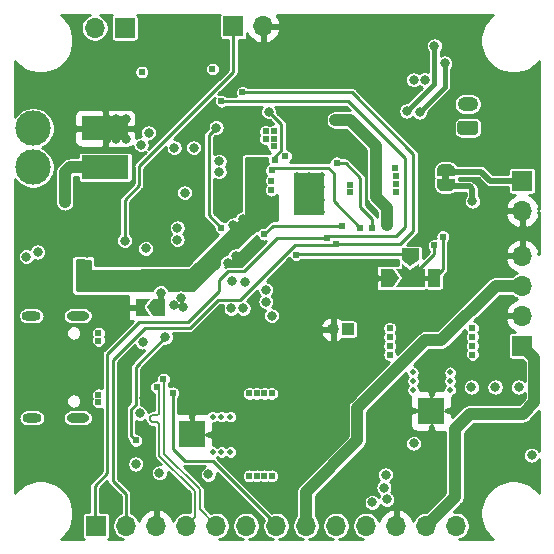
<source format=gbr>
G04 #@! TF.GenerationSoftware,KiCad,Pcbnew,(5.1.8)-1*
G04 #@! TF.CreationDate,2021-08-04T08:25:39+02:00*
G04 #@! TF.ProjectId,SuperPower-uC-KiCad,53757065-7250-46f7-9765-722d75432d4b,rev?*
G04 #@! TF.SameCoordinates,Original*
G04 #@! TF.FileFunction,Copper,L4,Bot*
G04 #@! TF.FilePolarity,Positive*
%FSLAX46Y46*%
G04 Gerber Fmt 4.6, Leading zero omitted, Abs format (unit mm)*
G04 Created by KiCad (PCBNEW (5.1.8)-1) date 2021-08-04 08:25:39*
%MOMM*%
%LPD*%
G01*
G04 APERTURE LIST*
G04 #@! TA.AperFunction,EtchedComponent*
%ADD10C,0.100000*%
G04 #@! TD*
G04 #@! TA.AperFunction,SMDPad,CuDef*
%ADD11C,0.100000*%
G04 #@! TD*
G04 #@! TA.AperFunction,ComponentPad*
%ADD12C,0.600000*%
G04 #@! TD*
G04 #@! TA.AperFunction,SMDPad,CuDef*
%ADD13R,2.300000X2.300000*%
G04 #@! TD*
G04 #@! TA.AperFunction,ComponentPad*
%ADD14O,1.600000X0.800000*%
G04 #@! TD*
G04 #@! TA.AperFunction,ComponentPad*
%ADD15O,1.900000X0.800000*%
G04 #@! TD*
G04 #@! TA.AperFunction,ComponentPad*
%ADD16O,1.700000X1.700000*%
G04 #@! TD*
G04 #@! TA.AperFunction,ComponentPad*
%ADD17R,1.700000X1.700000*%
G04 #@! TD*
G04 #@! TA.AperFunction,SMDPad,CuDef*
%ADD18R,2.650000X3.650000*%
G04 #@! TD*
G04 #@! TA.AperFunction,ComponentPad*
%ADD19C,0.500000*%
G04 #@! TD*
G04 #@! TA.AperFunction,WasherPad*
%ADD20C,3.000000*%
G04 #@! TD*
G04 #@! TA.AperFunction,SMDPad,CuDef*
%ADD21R,4.000000X2.000000*%
G04 #@! TD*
G04 #@! TA.AperFunction,ComponentPad*
%ADD22O,1.000000X1.000000*%
G04 #@! TD*
G04 #@! TA.AperFunction,ComponentPad*
%ADD23R,1.000000X1.000000*%
G04 #@! TD*
G04 #@! TA.AperFunction,ComponentPad*
%ADD24O,1.750000X1.200000*%
G04 #@! TD*
G04 #@! TA.AperFunction,ViaPad*
%ADD25C,0.800000*%
G04 #@! TD*
G04 #@! TA.AperFunction,ViaPad*
%ADD26C,0.610000*%
G04 #@! TD*
G04 #@! TA.AperFunction,ViaPad*
%ADD27C,0.500000*%
G04 #@! TD*
G04 #@! TA.AperFunction,Conductor*
%ADD28C,0.250000*%
G04 #@! TD*
G04 #@! TA.AperFunction,Conductor*
%ADD29C,0.400000*%
G04 #@! TD*
G04 #@! TA.AperFunction,Conductor*
%ADD30C,1.000000*%
G04 #@! TD*
G04 #@! TA.AperFunction,Conductor*
%ADD31C,0.200000*%
G04 #@! TD*
G04 #@! TA.AperFunction,Conductor*
%ADD32C,0.600000*%
G04 #@! TD*
G04 #@! TA.AperFunction,Conductor*
%ADD33C,0.500000*%
G04 #@! TD*
G04 #@! TA.AperFunction,Conductor*
%ADD34C,0.254000*%
G04 #@! TD*
G04 #@! TA.AperFunction,Conductor*
%ADD35C,0.100000*%
G04 #@! TD*
G04 APERTURE END LIST*
D10*
G36*
X154539000Y-89515000D02*
G01*
X154539000Y-89015000D01*
X155139000Y-89015000D01*
X155139000Y-89515000D01*
X154539000Y-89515000D01*
G37*
G36*
X153539000Y-97615000D02*
G01*
X152839000Y-97615000D01*
X152839000Y-97965000D01*
X153539000Y-97965000D01*
X153539000Y-97615000D01*
G37*
X153539000Y-97615000D02*
X152839000Y-97615000D01*
X152839000Y-97965000D01*
X153539000Y-97965000D01*
X153539000Y-97615000D01*
G04 #@! TA.AperFunction,SMDPad,CuDef*
D11*
G36*
X154089000Y-89115000D02*
G01*
X154089000Y-88615000D01*
X154089602Y-88615000D01*
X154089602Y-88590466D01*
X154094412Y-88541635D01*
X154103984Y-88493510D01*
X154118228Y-88446555D01*
X154137005Y-88401222D01*
X154160136Y-88357949D01*
X154187396Y-88317150D01*
X154218524Y-88279221D01*
X154253221Y-88244524D01*
X154291150Y-88213396D01*
X154331949Y-88186136D01*
X154375222Y-88163005D01*
X154420555Y-88144228D01*
X154467510Y-88129984D01*
X154515635Y-88120412D01*
X154564466Y-88115602D01*
X154589000Y-88115602D01*
X154589000Y-88115000D01*
X155089000Y-88115000D01*
X155089000Y-88115602D01*
X155113534Y-88115602D01*
X155162365Y-88120412D01*
X155210490Y-88129984D01*
X155257445Y-88144228D01*
X155302778Y-88163005D01*
X155346051Y-88186136D01*
X155386850Y-88213396D01*
X155424779Y-88244524D01*
X155459476Y-88279221D01*
X155490604Y-88317150D01*
X155517864Y-88357949D01*
X155540995Y-88401222D01*
X155559772Y-88446555D01*
X155574016Y-88493510D01*
X155583588Y-88541635D01*
X155588398Y-88590466D01*
X155588398Y-88615000D01*
X155589000Y-88615000D01*
X155589000Y-89115000D01*
X154089000Y-89115000D01*
G37*
G04 #@! TD.AperFunction*
G04 #@! TA.AperFunction,SMDPad,CuDef*
G36*
X155588398Y-89915000D02*
G01*
X155588398Y-89939534D01*
X155583588Y-89988365D01*
X155574016Y-90036490D01*
X155559772Y-90083445D01*
X155540995Y-90128778D01*
X155517864Y-90172051D01*
X155490604Y-90212850D01*
X155459476Y-90250779D01*
X155424779Y-90285476D01*
X155386850Y-90316604D01*
X155346051Y-90343864D01*
X155302778Y-90366995D01*
X155257445Y-90385772D01*
X155210490Y-90400016D01*
X155162365Y-90409588D01*
X155113534Y-90414398D01*
X155089000Y-90414398D01*
X155089000Y-90415000D01*
X154589000Y-90415000D01*
X154589000Y-90414398D01*
X154564466Y-90414398D01*
X154515635Y-90409588D01*
X154467510Y-90400016D01*
X154420555Y-90385772D01*
X154375222Y-90366995D01*
X154331949Y-90343864D01*
X154291150Y-90316604D01*
X154253221Y-90285476D01*
X154218524Y-90250779D01*
X154187396Y-90212850D01*
X154160136Y-90172051D01*
X154137005Y-90128778D01*
X154118228Y-90083445D01*
X154103984Y-90036490D01*
X154094412Y-89988365D01*
X154089602Y-89939534D01*
X154089602Y-89915000D01*
X154089000Y-89915000D01*
X154089000Y-89415000D01*
X155589000Y-89415000D01*
X155589000Y-89915000D01*
X155588398Y-89915000D01*
G37*
G04 #@! TD.AperFunction*
D12*
X133339000Y-111000000D03*
X133839000Y-110500000D03*
X133839000Y-111500000D03*
X132839000Y-110500000D03*
X132839000Y-111500000D03*
D13*
X133339000Y-110999000D03*
D12*
X153589000Y-109015000D03*
X153089000Y-108515000D03*
X154089000Y-108515000D03*
X153089000Y-109515000D03*
X154089000Y-109515000D03*
D13*
X153588000Y-109015000D03*
D14*
X119731000Y-100958400D03*
X119781000Y-109608400D03*
D15*
X123681000Y-100958400D03*
X123681000Y-109608400D03*
D16*
X161290000Y-95885000D03*
X161290000Y-98425000D03*
X161290000Y-100965000D03*
D17*
X161290000Y-103505000D03*
D18*
X143281400Y-90627200D03*
D19*
X144356400Y-92202200D03*
X143281400Y-92202200D03*
X142206400Y-92202200D03*
X144356400Y-91152200D03*
X143281400Y-91152200D03*
X142206400Y-91152200D03*
X144356400Y-90102200D03*
X143281400Y-90102200D03*
X142206400Y-90102200D03*
X144356400Y-89052200D03*
X143281400Y-89052200D03*
X142206400Y-89052200D03*
D20*
X119888000Y-85090000D03*
X119888000Y-88392000D03*
D21*
X125984000Y-85090000D03*
X125984000Y-88392000D03*
D16*
X155702000Y-118745000D03*
X153162000Y-118745000D03*
X150622000Y-118745000D03*
X148082000Y-118745000D03*
X145542000Y-118745000D03*
X143002000Y-118745000D03*
X140462000Y-118745000D03*
X137922000Y-118745000D03*
X135382000Y-118745000D03*
X132842000Y-118745000D03*
X130302000Y-118745000D03*
X127762000Y-118745000D03*
D17*
X125222000Y-118745000D03*
G04 #@! TA.AperFunction,SMDPad,CuDef*
D11*
G36*
X151839000Y-96765000D02*
G01*
X151089000Y-96265000D01*
X151089000Y-95265000D01*
X152589000Y-95265000D01*
X152589000Y-96265000D01*
X151839000Y-96765000D01*
G37*
G04 #@! TD.AperFunction*
G04 #@! TA.AperFunction,SMDPad,CuDef*
G36*
X150839000Y-97765000D02*
G01*
X150339000Y-98515000D01*
X149339000Y-98515000D01*
X149339000Y-97015000D01*
X150339000Y-97015000D01*
X150839000Y-97765000D01*
G37*
G04 #@! TD.AperFunction*
G04 #@! TA.AperFunction,SMDPad,CuDef*
G36*
X154339000Y-98515000D02*
G01*
X153339000Y-98515000D01*
X153339000Y-97015000D01*
X154339000Y-97015000D01*
X154339000Y-98515000D01*
G37*
G04 #@! TD.AperFunction*
G04 #@! TA.AperFunction,SMDPad,CuDef*
G36*
X152589000Y-97015000D02*
G01*
X153039000Y-97015000D01*
X153039000Y-98515000D01*
X150639000Y-98515000D01*
X151139000Y-97765000D01*
X150639000Y-97015000D01*
X151089000Y-97015000D01*
X151089000Y-96565000D01*
X151839000Y-97065000D01*
X152589000Y-96565000D01*
X152589000Y-97015000D01*
G37*
G04 #@! TD.AperFunction*
D16*
X161290000Y-92075000D03*
D17*
X161290000Y-89535000D03*
D22*
X145288000Y-102108000D03*
D23*
X146558000Y-102108000D03*
G04 #@! TA.AperFunction,SMDPad,CuDef*
D11*
G36*
X129564000Y-100265000D02*
G01*
X130064000Y-99515000D01*
X131064000Y-99515000D01*
X131064000Y-101015000D01*
X130064000Y-101015000D01*
X129564000Y-100265000D01*
G37*
G04 #@! TD.AperFunction*
G04 #@! TA.AperFunction,SMDPad,CuDef*
G36*
X128614000Y-99515000D02*
G01*
X129764000Y-99515000D01*
X129264000Y-100265000D01*
X129764000Y-101015000D01*
X128614000Y-101015000D01*
X128614000Y-99515000D01*
G37*
G04 #@! TD.AperFunction*
D16*
X125095000Y-76581000D03*
D17*
X127635000Y-76581000D03*
X136842500Y-76454000D03*
D16*
X139382500Y-76454000D03*
G04 #@! TA.AperFunction,ComponentPad*
G36*
G01*
X157317601Y-85639200D02*
X156067599Y-85639200D01*
G75*
G02*
X155817600Y-85389201I0J249999D01*
G01*
X155817600Y-84689199D01*
G75*
G02*
X156067599Y-84439200I249999J0D01*
G01*
X157317601Y-84439200D01*
G75*
G02*
X157567600Y-84689199I0J-249999D01*
G01*
X157567600Y-85389201D01*
G75*
G02*
X157317601Y-85639200I-249999J0D01*
G01*
G37*
G04 #@! TD.AperFunction*
D24*
X156692600Y-83039200D03*
D25*
X153035000Y-80962500D03*
X152113793Y-80994151D03*
X126111000Y-85979000D03*
X126936500Y-85979000D03*
X126111000Y-84264500D03*
X126936500Y-84264500D03*
X127762000Y-85979000D03*
X127762000Y-84264500D03*
X154000000Y-115500000D03*
X149987000Y-99314000D03*
X141732000Y-97663000D03*
X125603000Y-99695000D03*
X129286000Y-107950000D03*
X144089000Y-104515000D03*
X157589000Y-115500000D03*
X127508000Y-107315000D03*
X129290660Y-91063660D03*
X123698000Y-91313000D03*
X122682000Y-84709000D03*
X124460000Y-95631000D03*
X156654500Y-77914500D03*
X151661722Y-78143030D03*
X152620307Y-78086807D03*
X134021990Y-90297000D03*
X134839000Y-107015000D03*
X135839000Y-107015000D03*
X136839000Y-107015000D03*
X159000000Y-111015000D03*
X161000000Y-111015000D03*
X157000000Y-111015000D03*
D26*
X145669000Y-116141500D03*
X137414985Y-80772985D03*
D25*
X147589000Y-104515000D03*
X142379000Y-109510000D03*
X142379000Y-110399000D03*
X142379000Y-111288000D03*
X142379000Y-112177000D03*
X153543000Y-100203000D03*
X152717500Y-100203000D03*
X151892000Y-100203000D03*
X154368500Y-100203000D03*
X155194000Y-100203000D03*
X145923000Y-78613000D03*
X145097500Y-78613000D03*
X144272000Y-78613000D03*
X146748500Y-78613000D03*
X147574000Y-78613000D03*
X131127500Y-80110500D03*
D26*
X136017000Y-78359000D03*
D25*
X125292791Y-91348111D03*
D26*
X126500000Y-115750000D03*
D25*
X118965000Y-113017500D03*
X120997000Y-113017500D03*
X119981000Y-113970000D03*
D26*
X125412500Y-109077503D03*
D25*
X125443979Y-109855000D03*
D26*
X122751980Y-108786591D03*
X122682000Y-101790500D03*
D25*
X144716498Y-110807500D03*
D26*
X145478500Y-85852000D03*
X145859500Y-86550500D03*
X125411734Y-101604507D03*
D25*
X127357239Y-101185744D03*
X154305000Y-91059000D03*
D26*
X139445504Y-80136504D03*
D25*
X146089000Y-104515000D03*
X130589000Y-116265000D03*
X132589000Y-116265000D03*
X121589000Y-114265000D03*
X134839000Y-116265000D03*
X131572000Y-88773000D03*
X137668000Y-86360000D03*
X136362677Y-96467026D03*
X137032999Y-95885001D03*
X136839000Y-93265000D03*
X124206000Y-96647000D03*
X124206000Y-98425000D03*
X124206000Y-97536000D03*
D26*
X140335000Y-92710000D03*
D25*
X137668000Y-92765000D03*
D26*
X140081000Y-88646000D03*
X147589000Y-93515000D03*
X154588990Y-94265000D03*
X142147939Y-95792939D03*
D25*
X139827000Y-83693000D03*
D26*
X140331801Y-87790427D03*
D25*
X132089000Y-94515000D03*
X136652000Y-100330000D03*
X137668000Y-100330000D03*
X132089000Y-93515000D03*
X129413000Y-95250000D03*
X135636000Y-88773000D03*
X135636000Y-87884000D03*
X132715000Y-90551000D03*
X136718005Y-98043992D03*
X137797977Y-98126704D03*
X132400000Y-99454000D03*
X131839000Y-100015000D03*
X132589000Y-100265000D03*
X129667000Y-85471000D03*
X135382000Y-85026500D03*
X131826000Y-86741000D03*
X133477000Y-86741000D03*
D26*
X146043555Y-93347148D03*
X135064500Y-80073500D03*
X129095500Y-80327500D03*
D25*
X129032000Y-86487000D03*
D26*
X139458039Y-94049632D03*
X135839000Y-93515000D03*
D25*
X128905000Y-109220000D03*
X120269000Y-95567500D03*
X119316502Y-95948500D03*
D26*
X125412500Y-107665253D03*
X125412500Y-103060500D03*
X125412500Y-102425500D03*
X125412500Y-108267500D03*
D25*
X129188978Y-103187500D03*
D26*
X145547000Y-94870488D03*
X137604500Y-82042000D03*
X144776433Y-94355477D03*
X135831015Y-82797515D03*
D25*
X122555000Y-91313000D03*
X127635000Y-94615000D03*
X153860500Y-78105000D03*
X151526997Y-83629500D03*
D26*
X130913979Y-106325167D03*
X130339000Y-107015000D03*
X153839000Y-95014996D03*
D25*
X130683000Y-99015000D03*
D27*
X155189000Y-107265000D03*
X155193500Y-106500000D03*
X155193500Y-105750000D03*
D26*
X157089000Y-102000000D03*
X157089000Y-104250000D03*
X157089000Y-103500000D03*
X157089000Y-102750000D03*
X150089000Y-104265000D03*
X150089000Y-102765000D03*
X150089000Y-102015000D03*
X150089000Y-103515000D03*
D27*
X152039000Y-107250000D03*
X152039000Y-105750000D03*
X152039000Y-106500000D03*
X135089000Y-109500000D03*
X135839000Y-109500000D03*
X136589000Y-109500000D03*
D26*
X138188000Y-107537500D03*
X138823000Y-107537500D03*
X139458000Y-107537500D03*
X140093000Y-107537500D03*
X138188000Y-114526500D03*
X138823000Y-114526500D03*
X139458000Y-114526500D03*
X140093000Y-114526500D03*
D27*
X135089000Y-112500000D03*
X135839000Y-112500000D03*
X136589000Y-112500000D03*
D25*
X154748998Y-79565000D03*
X152605194Y-83707694D03*
D26*
X131708990Y-107479560D03*
X128589000Y-111515000D03*
D25*
X131089000Y-102765000D03*
X128589000Y-113515000D03*
X130589000Y-114265000D03*
X134714000Y-114390000D03*
X162089000Y-112765000D03*
X149733000Y-114427000D03*
X157000000Y-107000000D03*
X159000000Y-107000000D03*
X161000000Y-107000000D03*
X152101653Y-111752347D03*
X149589000Y-115515000D03*
X149839007Y-116514993D03*
X148589000Y-116765000D03*
D26*
X150589000Y-90515000D03*
X146716462Y-90519538D03*
X146684990Y-89852510D03*
X150589000Y-89788992D03*
X150589000Y-89154000D03*
X150558981Y-88455503D03*
D25*
X157089000Y-91265000D03*
X139589000Y-98765000D03*
X140081000Y-100965000D03*
X139589000Y-99765000D03*
D26*
X140271500Y-85344000D03*
X140271500Y-85979000D03*
X140271500Y-86614000D03*
X139573000Y-85344000D03*
X139573000Y-85979000D03*
X141252077Y-87456794D03*
X140057045Y-89513014D03*
X140053556Y-90324446D03*
X146748500Y-84391500D03*
X145478500Y-84391500D03*
X146113500Y-84391500D03*
X149839000Y-93265000D03*
X149839000Y-92515000D03*
X149839005Y-91800005D03*
X145589000Y-88015000D03*
X148589000Y-93515000D03*
D28*
X153839000Y-97765000D02*
X154588990Y-97015010D01*
X154588990Y-97015010D02*
X154588990Y-94265000D01*
X145339000Y-91265000D02*
X147589000Y-93515000D01*
X145339000Y-88887500D02*
X145339000Y-91265000D01*
X144871937Y-88420437D02*
X145339000Y-88887500D01*
X140306563Y-88420437D02*
X144871937Y-88420437D01*
X140081000Y-88646000D02*
X140306563Y-88420437D01*
X146589000Y-95765000D02*
X151839000Y-95765000D01*
X142175878Y-95765000D02*
X146589000Y-95765000D01*
X142147939Y-95792939D02*
X142175878Y-95765000D01*
X139827000Y-83693000D02*
X140901501Y-84767501D01*
X140901501Y-84767501D02*
X140901501Y-86916401D01*
X140901501Y-86916401D02*
X140331801Y-87486101D01*
X140331801Y-87486101D02*
X140331801Y-87790427D01*
X146043555Y-93347148D02*
X140160523Y-93347148D01*
X140160523Y-93347148D02*
X139458039Y-94049632D01*
X135382000Y-85026500D02*
X134746990Y-85661510D01*
X134746990Y-85661510D02*
X134746990Y-92422990D01*
X134746990Y-92422990D02*
X135839000Y-93515000D01*
X127589000Y-118572000D02*
X127762000Y-118745000D01*
X126619000Y-104717998D02*
X129371989Y-101965009D01*
X137444910Y-99604999D02*
X142048910Y-95000999D01*
X129371989Y-101965009D02*
X133163765Y-101965009D01*
X126618999Y-114936597D02*
X126619000Y-104717998D01*
X127762000Y-118745000D02*
X127762000Y-116079598D01*
X142048910Y-95000999D02*
X145416489Y-95000999D01*
X135523775Y-99604999D02*
X137444910Y-99604999D01*
X127762000Y-116079598D02*
X126618999Y-114936597D01*
X145416489Y-95000999D02*
X145547000Y-94870488D01*
X133163765Y-101965009D02*
X135523775Y-99604999D01*
X146866000Y-82042000D02*
X137604500Y-82042000D01*
X152089000Y-87265000D02*
X146866000Y-82042000D01*
X152089000Y-93765000D02*
X152089000Y-87265000D01*
X150983512Y-94870488D02*
X152089000Y-93765000D01*
X145547000Y-94870488D02*
X150983512Y-94870488D01*
X140543888Y-94355477D02*
X144776433Y-94355477D01*
X137707368Y-97191997D02*
X140543888Y-94355477D01*
X136370004Y-97191997D02*
X137707368Y-97191997D01*
X135589000Y-98903364D02*
X135589000Y-97973001D01*
X132977364Y-101515000D02*
X135589000Y-98903364D01*
X135589000Y-97973001D02*
X136370004Y-97191997D01*
X128839000Y-101515000D02*
X132977364Y-101515000D01*
X126168989Y-104185011D02*
X128839000Y-101515000D01*
X125089000Y-118739000D02*
X125089000Y-115390000D01*
X126168989Y-114310011D02*
X126168989Y-104185011D01*
X125089000Y-115390000D02*
X126168989Y-114310011D01*
X125222000Y-118872000D02*
X125089000Y-118739000D01*
X151384000Y-87630000D02*
X146551515Y-82797515D01*
X151384000Y-93470000D02*
X151384000Y-87630000D01*
X150614801Y-94239199D02*
X151384000Y-93470000D01*
X144892711Y-94239199D02*
X150614801Y-94239199D01*
X146551515Y-82797515D02*
X135831015Y-82797515D01*
X144776433Y-94355477D02*
X144892711Y-94239199D01*
D29*
X122555000Y-91186000D02*
X122555000Y-91313000D01*
D30*
X122984000Y-88392000D02*
X122555000Y-88821000D01*
X122555000Y-88821000D02*
X122555000Y-91313000D01*
X125984000Y-88392000D02*
X122984000Y-88392000D01*
D28*
X127635000Y-91122500D02*
X127635000Y-94615000D01*
X128841500Y-89916000D02*
X127635000Y-91122500D01*
X128841500Y-88319180D02*
X128841500Y-89916000D01*
X136842500Y-80318180D02*
X128841500Y-88319180D01*
X136842500Y-76454000D02*
X136842500Y-80318180D01*
D29*
X153860500Y-81321002D02*
X153860500Y-78105000D01*
X151552002Y-83629500D02*
X153860500Y-81321002D01*
X151526997Y-83629500D02*
X151552002Y-83629500D01*
D31*
X133989011Y-117352011D02*
X133989011Y-115665011D01*
X135382000Y-118745000D02*
X133989011Y-117352011D01*
X133989011Y-115665011D02*
X131009169Y-112685169D01*
X131009169Y-112685169D02*
X131009169Y-106420357D01*
X131009169Y-106420357D02*
X130913979Y-106325167D01*
X130589000Y-107265000D02*
X130339000Y-107015000D01*
X130589000Y-109065000D02*
X130589000Y-107265000D01*
X130581479Y-109131756D02*
X130589000Y-109065000D01*
X130559291Y-109195165D02*
X130581479Y-109131756D01*
X130523550Y-109252046D02*
X130559291Y-109195165D01*
X130476047Y-109299549D02*
X130523550Y-109252046D01*
X130419166Y-109335290D02*
X130476047Y-109299549D01*
X130076947Y-109965000D02*
X130010191Y-109957478D01*
X130419166Y-109994709D02*
X130355757Y-109972521D01*
X130289000Y-109965000D02*
X130076947Y-109965000D01*
X130523550Y-110077953D02*
X130476047Y-110030450D01*
X130589000Y-112830700D02*
X130589000Y-110265000D01*
X130559291Y-110134834D02*
X130523550Y-110077953D01*
X130581479Y-110198243D02*
X130559291Y-110134834D01*
X130589000Y-110265000D02*
X130581479Y-110198243D01*
X133589000Y-115830700D02*
X130589000Y-112830700D01*
X132842000Y-118745000D02*
X133589000Y-117998000D01*
X133589000Y-117998000D02*
X133589000Y-115830700D01*
X129776947Y-109665000D02*
X129784469Y-109598243D01*
X130476047Y-110030450D02*
X130419166Y-109994709D01*
X129889901Y-109430450D02*
X129946782Y-109394709D01*
X130010191Y-109957478D02*
X129946782Y-109935290D01*
X129806657Y-109795165D02*
X129784469Y-109731756D01*
X129946782Y-109935290D02*
X129889901Y-109899549D01*
X129889901Y-109899549D02*
X129842398Y-109852046D01*
X129842398Y-109852046D02*
X129806657Y-109795165D01*
X129784469Y-109731756D02*
X129776947Y-109665000D01*
X129784469Y-109598243D02*
X129806657Y-109534834D01*
X129806657Y-109534834D02*
X129842398Y-109477953D01*
X129946782Y-109394709D02*
X130010191Y-109372521D01*
X129842398Y-109477953D02*
X129889901Y-109430450D01*
X130355757Y-109972521D02*
X130289000Y-109965000D01*
X130010191Y-109372521D02*
X130076947Y-109365000D01*
X130289000Y-109365000D02*
X130355757Y-109357478D01*
X130076947Y-109365000D02*
X130289000Y-109365000D01*
X130355757Y-109357478D02*
X130419166Y-109335290D01*
D28*
X151839000Y-97765000D02*
X153839000Y-95765000D01*
X153839000Y-95765000D02*
X153839000Y-95014996D01*
D32*
X130683000Y-100465000D02*
X130564000Y-100584000D01*
D33*
X130683000Y-100171000D02*
X130683000Y-99015000D01*
X130589000Y-100265000D02*
X130683000Y-100171000D01*
D29*
X154748998Y-79565000D02*
X154748998Y-81563890D01*
X154748998Y-81563890D02*
X152605194Y-83707694D01*
D28*
X132719998Y-113265000D02*
X131708990Y-112253992D01*
X131708990Y-112253992D02*
X131708990Y-107479560D01*
X135089000Y-113265000D02*
X132719998Y-113265000D01*
X140462000Y-118638000D02*
X135089000Y-113265000D01*
X140462000Y-118872000D02*
X140462000Y-118638000D01*
X128179999Y-108875999D02*
X128179999Y-111105999D01*
X128560999Y-108494999D02*
X128179999Y-108875999D01*
X128179999Y-111105999D02*
X128589000Y-111515000D01*
X128560999Y-105293001D02*
X128560999Y-108494999D01*
X131089000Y-102765000D02*
X128560999Y-105293001D01*
D30*
X159052799Y-98425000D02*
X161290000Y-98425000D01*
X154462799Y-103015000D02*
X159052799Y-98425000D01*
X153089000Y-103015000D02*
X154462799Y-103015000D01*
X147339000Y-108765000D02*
X153089000Y-103015000D01*
X147339000Y-111515000D02*
X147339000Y-108765000D01*
X143002000Y-115852000D02*
X147339000Y-111515000D01*
X143002000Y-118745000D02*
X143002000Y-115852000D01*
X162339000Y-104554000D02*
X161290000Y-103505000D01*
X161339000Y-109265000D02*
X162339000Y-108265000D01*
X156839000Y-109265000D02*
X161339000Y-109265000D01*
X162339000Y-108265000D02*
X162339000Y-104554000D01*
X155589000Y-110515000D02*
X156839000Y-109265000D01*
X155589000Y-116318000D02*
X155589000Y-110515000D01*
X153162000Y-118745000D02*
X155589000Y-116318000D01*
D33*
X161270000Y-89515000D02*
X161290000Y-89535000D01*
X158589000Y-89515000D02*
X161270000Y-89515000D01*
X157839000Y-88765000D02*
X158589000Y-89515000D01*
X154839000Y-88765000D02*
X157839000Y-88765000D01*
D28*
X150622239Y-89153761D02*
X150622000Y-89154000D01*
X150622000Y-89154000D02*
X150589000Y-89154000D01*
D33*
X157089000Y-90265000D02*
X157089000Y-91265000D01*
X156839000Y-90015000D02*
X157089000Y-90265000D01*
X154839000Y-90015000D02*
X156839000Y-90015000D01*
D30*
X146113500Y-84391500D02*
X145478500Y-84391500D01*
X146748500Y-84391500D02*
X146113500Y-84391500D01*
X149839000Y-91800010D02*
X149839005Y-91800005D01*
X149839000Y-93265000D02*
X149839000Y-91800010D01*
X146748500Y-84391500D02*
X148918493Y-86561493D01*
X148918493Y-90879493D02*
X149839005Y-91800005D01*
X148918493Y-86561493D02*
X148918493Y-90879493D01*
D28*
X148589000Y-92765000D02*
X148589000Y-93515000D01*
X147589000Y-91765000D02*
X148589000Y-92765000D01*
X147589000Y-89265000D02*
X147589000Y-91765000D01*
X146339000Y-88015000D02*
X147589000Y-89265000D01*
X145589000Y-88015000D02*
X146339000Y-88015000D01*
D34*
X151484174Y-105918305D02*
X151527669Y-106023312D01*
X151590815Y-106117816D01*
X151597999Y-106125000D01*
X151590815Y-106132184D01*
X151527669Y-106226688D01*
X151484174Y-106331695D01*
X151462000Y-106443170D01*
X151462000Y-106556830D01*
X151484174Y-106668305D01*
X151527669Y-106773312D01*
X151590815Y-106867816D01*
X151597999Y-106875000D01*
X151590815Y-106882184D01*
X151527669Y-106976688D01*
X151484174Y-107081695D01*
X151462000Y-107193170D01*
X151462000Y-107306830D01*
X151484174Y-107418305D01*
X151527669Y-107523312D01*
X151590815Y-107617816D01*
X151671184Y-107698185D01*
X151765688Y-107761331D01*
X151808396Y-107779021D01*
X151799928Y-107865000D01*
X151803000Y-108729250D01*
X151961750Y-108888000D01*
X152231429Y-108888000D01*
X152259592Y-108956351D01*
X152261237Y-108959425D01*
X152359143Y-108964751D01*
X152409392Y-109015000D01*
X152359143Y-109065249D01*
X152261237Y-109070575D01*
X152231496Y-109142000D01*
X151961750Y-109142000D01*
X151803000Y-109300750D01*
X151799928Y-110165000D01*
X151812188Y-110289482D01*
X151848498Y-110409180D01*
X151907463Y-110519494D01*
X151986815Y-110616185D01*
X152083506Y-110695537D01*
X152193820Y-110754502D01*
X152313518Y-110790812D01*
X152438000Y-110803072D01*
X153302250Y-110800000D01*
X153461000Y-110641250D01*
X153461000Y-110372983D01*
X153530351Y-110344408D01*
X153533425Y-110342763D01*
X153538751Y-110244857D01*
X153589000Y-110194608D01*
X153639249Y-110244857D01*
X153644575Y-110342763D01*
X153715000Y-110372088D01*
X153715000Y-110641250D01*
X153873750Y-110800000D01*
X154738000Y-110803072D01*
X154762001Y-110800708D01*
X154762000Y-115975445D01*
X153169447Y-117568000D01*
X153046076Y-117568000D01*
X152818682Y-117613231D01*
X152604481Y-117701956D01*
X152411706Y-117830764D01*
X152247764Y-117994706D01*
X152118956Y-118187481D01*
X152050736Y-118352179D01*
X151966157Y-118113748D01*
X151817178Y-117863645D01*
X151622269Y-117647412D01*
X151388920Y-117473359D01*
X151126099Y-117348175D01*
X150978890Y-117303524D01*
X150749000Y-117424845D01*
X150749000Y-118618000D01*
X150769000Y-118618000D01*
X150769000Y-118872000D01*
X150749000Y-118872000D01*
X150749000Y-118892000D01*
X150495000Y-118892000D01*
X150495000Y-118872000D01*
X150475000Y-118872000D01*
X150475000Y-118618000D01*
X150495000Y-118618000D01*
X150495000Y-117424845D01*
X150265110Y-117303524D01*
X150117901Y-117348175D01*
X149855080Y-117473359D01*
X149621731Y-117647412D01*
X149426822Y-117863645D01*
X149277843Y-118113748D01*
X149193264Y-118352179D01*
X149125044Y-118187481D01*
X148996236Y-117994706D01*
X148832294Y-117830764D01*
X148639519Y-117701956D01*
X148425318Y-117613231D01*
X148197924Y-117568000D01*
X147966076Y-117568000D01*
X147738682Y-117613231D01*
X147524481Y-117701956D01*
X147331706Y-117830764D01*
X147167764Y-117994706D01*
X147038956Y-118187481D01*
X146950231Y-118401682D01*
X146905000Y-118629076D01*
X146905000Y-118860924D01*
X146950231Y-119088318D01*
X147038956Y-119302519D01*
X147167764Y-119495294D01*
X147331706Y-119659236D01*
X147524481Y-119788044D01*
X147738682Y-119876769D01*
X147813243Y-119891600D01*
X145810757Y-119891600D01*
X145885318Y-119876769D01*
X146099519Y-119788044D01*
X146292294Y-119659236D01*
X146456236Y-119495294D01*
X146585044Y-119302519D01*
X146673769Y-119088318D01*
X146719000Y-118860924D01*
X146719000Y-118629076D01*
X146673769Y-118401682D01*
X146585044Y-118187481D01*
X146456236Y-117994706D01*
X146292294Y-117830764D01*
X146099519Y-117701956D01*
X145885318Y-117613231D01*
X145657924Y-117568000D01*
X145426076Y-117568000D01*
X145198682Y-117613231D01*
X144984481Y-117701956D01*
X144791706Y-117830764D01*
X144627764Y-117994706D01*
X144498956Y-118187481D01*
X144410231Y-118401682D01*
X144365000Y-118629076D01*
X144365000Y-118860924D01*
X144410231Y-119088318D01*
X144498956Y-119302519D01*
X144627764Y-119495294D01*
X144791706Y-119659236D01*
X144984481Y-119788044D01*
X145198682Y-119876769D01*
X145273243Y-119891600D01*
X143270757Y-119891600D01*
X143345318Y-119876769D01*
X143559519Y-119788044D01*
X143752294Y-119659236D01*
X143916236Y-119495294D01*
X144045044Y-119302519D01*
X144133769Y-119088318D01*
X144179000Y-118860924D01*
X144179000Y-118629076D01*
X144133769Y-118401682D01*
X144045044Y-118187481D01*
X143916236Y-117994706D01*
X143829000Y-117907470D01*
X143829000Y-116693397D01*
X147862000Y-116693397D01*
X147862000Y-116836603D01*
X147889938Y-116977058D01*
X147944741Y-117109364D01*
X148024302Y-117228436D01*
X148125564Y-117329698D01*
X148244636Y-117409259D01*
X148376942Y-117464062D01*
X148517397Y-117492000D01*
X148660603Y-117492000D01*
X148801058Y-117464062D01*
X148933364Y-117409259D01*
X149052436Y-117329698D01*
X149153698Y-117228436D01*
X149233259Y-117109364D01*
X149283632Y-116987752D01*
X149375571Y-117079691D01*
X149494643Y-117159252D01*
X149626949Y-117214055D01*
X149767404Y-117241993D01*
X149910610Y-117241993D01*
X150051065Y-117214055D01*
X150183371Y-117159252D01*
X150302443Y-117079691D01*
X150403705Y-116978429D01*
X150483266Y-116859357D01*
X150538069Y-116727051D01*
X150566007Y-116586596D01*
X150566007Y-116443390D01*
X150538069Y-116302935D01*
X150483266Y-116170629D01*
X150403705Y-116051557D01*
X150302443Y-115950295D01*
X150212609Y-115890270D01*
X150233259Y-115859364D01*
X150288062Y-115727058D01*
X150316000Y-115586603D01*
X150316000Y-115443397D01*
X150288062Y-115302942D01*
X150233259Y-115170636D01*
X150153698Y-115051564D01*
X150134929Y-115032795D01*
X150196436Y-114991698D01*
X150297698Y-114890436D01*
X150377259Y-114771364D01*
X150432062Y-114639058D01*
X150460000Y-114498603D01*
X150460000Y-114355397D01*
X150432062Y-114214942D01*
X150377259Y-114082636D01*
X150297698Y-113963564D01*
X150196436Y-113862302D01*
X150077364Y-113782741D01*
X149945058Y-113727938D01*
X149804603Y-113700000D01*
X149661397Y-113700000D01*
X149520942Y-113727938D01*
X149388636Y-113782741D01*
X149269564Y-113862302D01*
X149168302Y-113963564D01*
X149088741Y-114082636D01*
X149033938Y-114214942D01*
X149006000Y-114355397D01*
X149006000Y-114498603D01*
X149033938Y-114639058D01*
X149088741Y-114771364D01*
X149168302Y-114890436D01*
X149187071Y-114909205D01*
X149125564Y-114950302D01*
X149024302Y-115051564D01*
X148944741Y-115170636D01*
X148889938Y-115302942D01*
X148862000Y-115443397D01*
X148862000Y-115586603D01*
X148889938Y-115727058D01*
X148944741Y-115859364D01*
X149024302Y-115978436D01*
X149125564Y-116079698D01*
X149215398Y-116139723D01*
X149194748Y-116170629D01*
X149144375Y-116292241D01*
X149052436Y-116200302D01*
X148933364Y-116120741D01*
X148801058Y-116065938D01*
X148660603Y-116038000D01*
X148517397Y-116038000D01*
X148376942Y-116065938D01*
X148244636Y-116120741D01*
X148125564Y-116200302D01*
X148024302Y-116301564D01*
X147944741Y-116420636D01*
X147889938Y-116552942D01*
X147862000Y-116693397D01*
X143829000Y-116693397D01*
X143829000Y-116194553D01*
X147895054Y-112128500D01*
X147926606Y-112102606D01*
X147956699Y-112065938D01*
X148029952Y-111976681D01*
X148105062Y-111836158D01*
X148106745Y-111833010D01*
X148152934Y-111680744D01*
X151374653Y-111680744D01*
X151374653Y-111823950D01*
X151402591Y-111964405D01*
X151457394Y-112096711D01*
X151536955Y-112215783D01*
X151638217Y-112317045D01*
X151757289Y-112396606D01*
X151889595Y-112451409D01*
X152030050Y-112479347D01*
X152173256Y-112479347D01*
X152313711Y-112451409D01*
X152446017Y-112396606D01*
X152565089Y-112317045D01*
X152666351Y-112215783D01*
X152745912Y-112096711D01*
X152800715Y-111964405D01*
X152828653Y-111823950D01*
X152828653Y-111680744D01*
X152800715Y-111540289D01*
X152745912Y-111407983D01*
X152666351Y-111288911D01*
X152565089Y-111187649D01*
X152446017Y-111108088D01*
X152313711Y-111053285D01*
X152173256Y-111025347D01*
X152030050Y-111025347D01*
X151889595Y-111053285D01*
X151757289Y-111108088D01*
X151638217Y-111187649D01*
X151536955Y-111288911D01*
X151457394Y-111407983D01*
X151402591Y-111540289D01*
X151374653Y-111680744D01*
X148152934Y-111680744D01*
X148154034Y-111677120D01*
X148166000Y-111555624D01*
X148166000Y-111555615D01*
X148170000Y-111515001D01*
X148166000Y-111474387D01*
X148166000Y-109107553D01*
X151462784Y-105810770D01*
X151484174Y-105918305D01*
G04 #@! TA.AperFunction,Conductor*
D35*
G36*
X151484174Y-105918305D02*
G01*
X151527669Y-106023312D01*
X151590815Y-106117816D01*
X151597999Y-106125000D01*
X151590815Y-106132184D01*
X151527669Y-106226688D01*
X151484174Y-106331695D01*
X151462000Y-106443170D01*
X151462000Y-106556830D01*
X151484174Y-106668305D01*
X151527669Y-106773312D01*
X151590815Y-106867816D01*
X151597999Y-106875000D01*
X151590815Y-106882184D01*
X151527669Y-106976688D01*
X151484174Y-107081695D01*
X151462000Y-107193170D01*
X151462000Y-107306830D01*
X151484174Y-107418305D01*
X151527669Y-107523312D01*
X151590815Y-107617816D01*
X151671184Y-107698185D01*
X151765688Y-107761331D01*
X151808396Y-107779021D01*
X151799928Y-107865000D01*
X151803000Y-108729250D01*
X151961750Y-108888000D01*
X152231429Y-108888000D01*
X152259592Y-108956351D01*
X152261237Y-108959425D01*
X152359143Y-108964751D01*
X152409392Y-109015000D01*
X152359143Y-109065249D01*
X152261237Y-109070575D01*
X152231496Y-109142000D01*
X151961750Y-109142000D01*
X151803000Y-109300750D01*
X151799928Y-110165000D01*
X151812188Y-110289482D01*
X151848498Y-110409180D01*
X151907463Y-110519494D01*
X151986815Y-110616185D01*
X152083506Y-110695537D01*
X152193820Y-110754502D01*
X152313518Y-110790812D01*
X152438000Y-110803072D01*
X153302250Y-110800000D01*
X153461000Y-110641250D01*
X153461000Y-110372983D01*
X153530351Y-110344408D01*
X153533425Y-110342763D01*
X153538751Y-110244857D01*
X153589000Y-110194608D01*
X153639249Y-110244857D01*
X153644575Y-110342763D01*
X153715000Y-110372088D01*
X153715000Y-110641250D01*
X153873750Y-110800000D01*
X154738000Y-110803072D01*
X154762001Y-110800708D01*
X154762000Y-115975445D01*
X153169447Y-117568000D01*
X153046076Y-117568000D01*
X152818682Y-117613231D01*
X152604481Y-117701956D01*
X152411706Y-117830764D01*
X152247764Y-117994706D01*
X152118956Y-118187481D01*
X152050736Y-118352179D01*
X151966157Y-118113748D01*
X151817178Y-117863645D01*
X151622269Y-117647412D01*
X151388920Y-117473359D01*
X151126099Y-117348175D01*
X150978890Y-117303524D01*
X150749000Y-117424845D01*
X150749000Y-118618000D01*
X150769000Y-118618000D01*
X150769000Y-118872000D01*
X150749000Y-118872000D01*
X150749000Y-118892000D01*
X150495000Y-118892000D01*
X150495000Y-118872000D01*
X150475000Y-118872000D01*
X150475000Y-118618000D01*
X150495000Y-118618000D01*
X150495000Y-117424845D01*
X150265110Y-117303524D01*
X150117901Y-117348175D01*
X149855080Y-117473359D01*
X149621731Y-117647412D01*
X149426822Y-117863645D01*
X149277843Y-118113748D01*
X149193264Y-118352179D01*
X149125044Y-118187481D01*
X148996236Y-117994706D01*
X148832294Y-117830764D01*
X148639519Y-117701956D01*
X148425318Y-117613231D01*
X148197924Y-117568000D01*
X147966076Y-117568000D01*
X147738682Y-117613231D01*
X147524481Y-117701956D01*
X147331706Y-117830764D01*
X147167764Y-117994706D01*
X147038956Y-118187481D01*
X146950231Y-118401682D01*
X146905000Y-118629076D01*
X146905000Y-118860924D01*
X146950231Y-119088318D01*
X147038956Y-119302519D01*
X147167764Y-119495294D01*
X147331706Y-119659236D01*
X147524481Y-119788044D01*
X147738682Y-119876769D01*
X147813243Y-119891600D01*
X145810757Y-119891600D01*
X145885318Y-119876769D01*
X146099519Y-119788044D01*
X146292294Y-119659236D01*
X146456236Y-119495294D01*
X146585044Y-119302519D01*
X146673769Y-119088318D01*
X146719000Y-118860924D01*
X146719000Y-118629076D01*
X146673769Y-118401682D01*
X146585044Y-118187481D01*
X146456236Y-117994706D01*
X146292294Y-117830764D01*
X146099519Y-117701956D01*
X145885318Y-117613231D01*
X145657924Y-117568000D01*
X145426076Y-117568000D01*
X145198682Y-117613231D01*
X144984481Y-117701956D01*
X144791706Y-117830764D01*
X144627764Y-117994706D01*
X144498956Y-118187481D01*
X144410231Y-118401682D01*
X144365000Y-118629076D01*
X144365000Y-118860924D01*
X144410231Y-119088318D01*
X144498956Y-119302519D01*
X144627764Y-119495294D01*
X144791706Y-119659236D01*
X144984481Y-119788044D01*
X145198682Y-119876769D01*
X145273243Y-119891600D01*
X143270757Y-119891600D01*
X143345318Y-119876769D01*
X143559519Y-119788044D01*
X143752294Y-119659236D01*
X143916236Y-119495294D01*
X144045044Y-119302519D01*
X144133769Y-119088318D01*
X144179000Y-118860924D01*
X144179000Y-118629076D01*
X144133769Y-118401682D01*
X144045044Y-118187481D01*
X143916236Y-117994706D01*
X143829000Y-117907470D01*
X143829000Y-116693397D01*
X147862000Y-116693397D01*
X147862000Y-116836603D01*
X147889938Y-116977058D01*
X147944741Y-117109364D01*
X148024302Y-117228436D01*
X148125564Y-117329698D01*
X148244636Y-117409259D01*
X148376942Y-117464062D01*
X148517397Y-117492000D01*
X148660603Y-117492000D01*
X148801058Y-117464062D01*
X148933364Y-117409259D01*
X149052436Y-117329698D01*
X149153698Y-117228436D01*
X149233259Y-117109364D01*
X149283632Y-116987752D01*
X149375571Y-117079691D01*
X149494643Y-117159252D01*
X149626949Y-117214055D01*
X149767404Y-117241993D01*
X149910610Y-117241993D01*
X150051065Y-117214055D01*
X150183371Y-117159252D01*
X150302443Y-117079691D01*
X150403705Y-116978429D01*
X150483266Y-116859357D01*
X150538069Y-116727051D01*
X150566007Y-116586596D01*
X150566007Y-116443390D01*
X150538069Y-116302935D01*
X150483266Y-116170629D01*
X150403705Y-116051557D01*
X150302443Y-115950295D01*
X150212609Y-115890270D01*
X150233259Y-115859364D01*
X150288062Y-115727058D01*
X150316000Y-115586603D01*
X150316000Y-115443397D01*
X150288062Y-115302942D01*
X150233259Y-115170636D01*
X150153698Y-115051564D01*
X150134929Y-115032795D01*
X150196436Y-114991698D01*
X150297698Y-114890436D01*
X150377259Y-114771364D01*
X150432062Y-114639058D01*
X150460000Y-114498603D01*
X150460000Y-114355397D01*
X150432062Y-114214942D01*
X150377259Y-114082636D01*
X150297698Y-113963564D01*
X150196436Y-113862302D01*
X150077364Y-113782741D01*
X149945058Y-113727938D01*
X149804603Y-113700000D01*
X149661397Y-113700000D01*
X149520942Y-113727938D01*
X149388636Y-113782741D01*
X149269564Y-113862302D01*
X149168302Y-113963564D01*
X149088741Y-114082636D01*
X149033938Y-114214942D01*
X149006000Y-114355397D01*
X149006000Y-114498603D01*
X149033938Y-114639058D01*
X149088741Y-114771364D01*
X149168302Y-114890436D01*
X149187071Y-114909205D01*
X149125564Y-114950302D01*
X149024302Y-115051564D01*
X148944741Y-115170636D01*
X148889938Y-115302942D01*
X148862000Y-115443397D01*
X148862000Y-115586603D01*
X148889938Y-115727058D01*
X148944741Y-115859364D01*
X149024302Y-115978436D01*
X149125564Y-116079698D01*
X149215398Y-116139723D01*
X149194748Y-116170629D01*
X149144375Y-116292241D01*
X149052436Y-116200302D01*
X148933364Y-116120741D01*
X148801058Y-116065938D01*
X148660603Y-116038000D01*
X148517397Y-116038000D01*
X148376942Y-116065938D01*
X148244636Y-116120741D01*
X148125564Y-116200302D01*
X148024302Y-116301564D01*
X147944741Y-116420636D01*
X147889938Y-116552942D01*
X147862000Y-116693397D01*
X143829000Y-116693397D01*
X143829000Y-116194553D01*
X147895054Y-112128500D01*
X147926606Y-112102606D01*
X147956699Y-112065938D01*
X148029952Y-111976681D01*
X148105062Y-111836158D01*
X148106745Y-111833010D01*
X148152934Y-111680744D01*
X151374653Y-111680744D01*
X151374653Y-111823950D01*
X151402591Y-111964405D01*
X151457394Y-112096711D01*
X151536955Y-112215783D01*
X151638217Y-112317045D01*
X151757289Y-112396606D01*
X151889595Y-112451409D01*
X152030050Y-112479347D01*
X152173256Y-112479347D01*
X152313711Y-112451409D01*
X152446017Y-112396606D01*
X152565089Y-112317045D01*
X152666351Y-112215783D01*
X152745912Y-112096711D01*
X152800715Y-111964405D01*
X152828653Y-111823950D01*
X152828653Y-111680744D01*
X152800715Y-111540289D01*
X152745912Y-111407983D01*
X152666351Y-111288911D01*
X152565089Y-111187649D01*
X152446017Y-111108088D01*
X152313711Y-111053285D01*
X152173256Y-111025347D01*
X152030050Y-111025347D01*
X151889595Y-111053285D01*
X151757289Y-111108088D01*
X151638217Y-111187649D01*
X151536955Y-111288911D01*
X151457394Y-111407983D01*
X151402591Y-111540289D01*
X151374653Y-111680744D01*
X148152934Y-111680744D01*
X148154034Y-111677120D01*
X148166000Y-111555624D01*
X148166000Y-111555615D01*
X148170000Y-111515001D01*
X148166000Y-111474387D01*
X148166000Y-109107553D01*
X151462784Y-105810770D01*
X151484174Y-105918305D01*
G37*
G04 #@! TD.AperFunction*
D34*
X132719997Y-113719187D02*
X132742202Y-113717000D01*
X134439023Y-113717000D01*
X134369636Y-113745741D01*
X134250564Y-113825302D01*
X134149302Y-113926564D01*
X134069741Y-114045636D01*
X134014938Y-114177942D01*
X133987000Y-114318397D01*
X133987000Y-114461603D01*
X134014938Y-114602058D01*
X134069741Y-114734364D01*
X134149302Y-114853436D01*
X134250564Y-114954698D01*
X134369636Y-115034259D01*
X134501942Y-115089062D01*
X134642397Y-115117000D01*
X134785603Y-115117000D01*
X134926058Y-115089062D01*
X135058364Y-115034259D01*
X135177436Y-114954698D01*
X135278698Y-114853436D01*
X135358259Y-114734364D01*
X135413062Y-114602058D01*
X135441000Y-114461603D01*
X135441000Y-114318397D01*
X135425562Y-114240785D01*
X139405278Y-118220503D01*
X139330231Y-118401682D01*
X139285000Y-118629076D01*
X139285000Y-118860924D01*
X139330231Y-119088318D01*
X139418956Y-119302519D01*
X139547764Y-119495294D01*
X139711706Y-119659236D01*
X139904481Y-119788044D01*
X140118682Y-119876769D01*
X140193243Y-119891600D01*
X138190757Y-119891600D01*
X138265318Y-119876769D01*
X138479519Y-119788044D01*
X138672294Y-119659236D01*
X138836236Y-119495294D01*
X138965044Y-119302519D01*
X139053769Y-119088318D01*
X139099000Y-118860924D01*
X139099000Y-118629076D01*
X139053769Y-118401682D01*
X138965044Y-118187481D01*
X138836236Y-117994706D01*
X138672294Y-117830764D01*
X138479519Y-117701956D01*
X138265318Y-117613231D01*
X138037924Y-117568000D01*
X137806076Y-117568000D01*
X137578682Y-117613231D01*
X137364481Y-117701956D01*
X137171706Y-117830764D01*
X137007764Y-117994706D01*
X136878956Y-118187481D01*
X136790231Y-118401682D01*
X136745000Y-118629076D01*
X136745000Y-118860924D01*
X136790231Y-119088318D01*
X136878956Y-119302519D01*
X137007764Y-119495294D01*
X137171706Y-119659236D01*
X137364481Y-119788044D01*
X137578682Y-119876769D01*
X137653243Y-119891600D01*
X135650757Y-119891600D01*
X135725318Y-119876769D01*
X135939519Y-119788044D01*
X136132294Y-119659236D01*
X136296236Y-119495294D01*
X136425044Y-119302519D01*
X136513769Y-119088318D01*
X136559000Y-118860924D01*
X136559000Y-118629076D01*
X136513769Y-118401682D01*
X136425044Y-118187481D01*
X136296236Y-117994706D01*
X136132294Y-117830764D01*
X135939519Y-117701956D01*
X135725318Y-117613231D01*
X135497924Y-117568000D01*
X135266076Y-117568000D01*
X135038682Y-117613231D01*
X134908162Y-117667294D01*
X134416011Y-117175143D01*
X134416011Y-115685978D01*
X134418076Y-115665011D01*
X134416011Y-115644044D01*
X134416011Y-115644033D01*
X134409833Y-115581304D01*
X134385416Y-115500815D01*
X134366959Y-115466284D01*
X134345766Y-115426634D01*
X134305779Y-115377910D01*
X134305775Y-115377906D01*
X134292406Y-115361616D01*
X134276116Y-115348247D01*
X132639086Y-113711218D01*
X132719997Y-113719187D01*
G04 #@! TA.AperFunction,Conductor*
D35*
G36*
X132719997Y-113719187D02*
G01*
X132742202Y-113717000D01*
X134439023Y-113717000D01*
X134369636Y-113745741D01*
X134250564Y-113825302D01*
X134149302Y-113926564D01*
X134069741Y-114045636D01*
X134014938Y-114177942D01*
X133987000Y-114318397D01*
X133987000Y-114461603D01*
X134014938Y-114602058D01*
X134069741Y-114734364D01*
X134149302Y-114853436D01*
X134250564Y-114954698D01*
X134369636Y-115034259D01*
X134501942Y-115089062D01*
X134642397Y-115117000D01*
X134785603Y-115117000D01*
X134926058Y-115089062D01*
X135058364Y-115034259D01*
X135177436Y-114954698D01*
X135278698Y-114853436D01*
X135358259Y-114734364D01*
X135413062Y-114602058D01*
X135441000Y-114461603D01*
X135441000Y-114318397D01*
X135425562Y-114240785D01*
X139405278Y-118220503D01*
X139330231Y-118401682D01*
X139285000Y-118629076D01*
X139285000Y-118860924D01*
X139330231Y-119088318D01*
X139418956Y-119302519D01*
X139547764Y-119495294D01*
X139711706Y-119659236D01*
X139904481Y-119788044D01*
X140118682Y-119876769D01*
X140193243Y-119891600D01*
X138190757Y-119891600D01*
X138265318Y-119876769D01*
X138479519Y-119788044D01*
X138672294Y-119659236D01*
X138836236Y-119495294D01*
X138965044Y-119302519D01*
X139053769Y-119088318D01*
X139099000Y-118860924D01*
X139099000Y-118629076D01*
X139053769Y-118401682D01*
X138965044Y-118187481D01*
X138836236Y-117994706D01*
X138672294Y-117830764D01*
X138479519Y-117701956D01*
X138265318Y-117613231D01*
X138037924Y-117568000D01*
X137806076Y-117568000D01*
X137578682Y-117613231D01*
X137364481Y-117701956D01*
X137171706Y-117830764D01*
X137007764Y-117994706D01*
X136878956Y-118187481D01*
X136790231Y-118401682D01*
X136745000Y-118629076D01*
X136745000Y-118860924D01*
X136790231Y-119088318D01*
X136878956Y-119302519D01*
X137007764Y-119495294D01*
X137171706Y-119659236D01*
X137364481Y-119788044D01*
X137578682Y-119876769D01*
X137653243Y-119891600D01*
X135650757Y-119891600D01*
X135725318Y-119876769D01*
X135939519Y-119788044D01*
X136132294Y-119659236D01*
X136296236Y-119495294D01*
X136425044Y-119302519D01*
X136513769Y-119088318D01*
X136559000Y-118860924D01*
X136559000Y-118629076D01*
X136513769Y-118401682D01*
X136425044Y-118187481D01*
X136296236Y-117994706D01*
X136132294Y-117830764D01*
X135939519Y-117701956D01*
X135725318Y-117613231D01*
X135497924Y-117568000D01*
X135266076Y-117568000D01*
X135038682Y-117613231D01*
X134908162Y-117667294D01*
X134416011Y-117175143D01*
X134416011Y-115685978D01*
X134418076Y-115665011D01*
X134416011Y-115644044D01*
X134416011Y-115644033D01*
X134409833Y-115581304D01*
X134385416Y-115500815D01*
X134366959Y-115466284D01*
X134345766Y-115426634D01*
X134305779Y-115377910D01*
X134305775Y-115377906D01*
X134292406Y-115361616D01*
X134276116Y-115348247D01*
X132639086Y-113711218D01*
X132719997Y-113719187D01*
G37*
G04 #@! TD.AperFunction*
D34*
X158757766Y-75516163D02*
X158370963Y-75902966D01*
X158067054Y-76357797D01*
X157857718Y-76863179D01*
X157751000Y-77399689D01*
X157751000Y-77946711D01*
X157857718Y-78483221D01*
X158067054Y-78988603D01*
X158370963Y-79443434D01*
X158757766Y-79830237D01*
X159212597Y-80134146D01*
X159717979Y-80343482D01*
X160254489Y-80450200D01*
X160801511Y-80450200D01*
X161338021Y-80343482D01*
X161843403Y-80134146D01*
X162298234Y-79830237D01*
X162685037Y-79443434D01*
X162741400Y-79359081D01*
X162741401Y-91947998D01*
X162610156Y-91947998D01*
X162731476Y-91718110D01*
X162686825Y-91570901D01*
X162561641Y-91308080D01*
X162387588Y-91074731D01*
X162171355Y-90879822D01*
X161921252Y-90730843D01*
X161872592Y-90713582D01*
X162140000Y-90713582D01*
X162204103Y-90707268D01*
X162265743Y-90688570D01*
X162322550Y-90658206D01*
X162372343Y-90617343D01*
X162413206Y-90567550D01*
X162443570Y-90510743D01*
X162462268Y-90449103D01*
X162468582Y-90385000D01*
X162468582Y-88685000D01*
X162462268Y-88620897D01*
X162443570Y-88559257D01*
X162413206Y-88502450D01*
X162372343Y-88452657D01*
X162322550Y-88411794D01*
X162265743Y-88381430D01*
X162204103Y-88362732D01*
X162140000Y-88356418D01*
X160440000Y-88356418D01*
X160375897Y-88362732D01*
X160314257Y-88381430D01*
X160257450Y-88411794D01*
X160207657Y-88452657D01*
X160166794Y-88502450D01*
X160136430Y-88559257D01*
X160117732Y-88620897D01*
X160111418Y-88685000D01*
X160111418Y-88938000D01*
X158828002Y-88938000D01*
X158267039Y-88377038D01*
X158248974Y-88355026D01*
X158161115Y-88282921D01*
X158060876Y-88229343D01*
X157991513Y-88208302D01*
X157952111Y-88196349D01*
X157897045Y-88190926D01*
X157867336Y-88188000D01*
X157867331Y-88188000D01*
X157839000Y-88185210D01*
X157810669Y-88188000D01*
X155797320Y-88188000D01*
X155748711Y-88115252D01*
X155707848Y-88065460D01*
X155638540Y-87996152D01*
X155588748Y-87955289D01*
X155507249Y-87900833D01*
X155450439Y-87870468D01*
X155359883Y-87832959D01*
X155298245Y-87814262D01*
X155202112Y-87795140D01*
X155138009Y-87788826D01*
X155113447Y-87788826D01*
X155089000Y-87786418D01*
X154589000Y-87786418D01*
X154564553Y-87788826D01*
X154539991Y-87788826D01*
X154475888Y-87795140D01*
X154379755Y-87814262D01*
X154318117Y-87832959D01*
X154227561Y-87870468D01*
X154170751Y-87900833D01*
X154089252Y-87955289D01*
X154039460Y-87996152D01*
X153970152Y-88065460D01*
X153929289Y-88115252D01*
X153874833Y-88196751D01*
X153844468Y-88253561D01*
X153806959Y-88344117D01*
X153788262Y-88405755D01*
X153769140Y-88501888D01*
X153762826Y-88565991D01*
X153762826Y-88590553D01*
X153760418Y-88615000D01*
X153760418Y-89115000D01*
X153766732Y-89179103D01*
X153785430Y-89240743D01*
X153798396Y-89265000D01*
X153785430Y-89289257D01*
X153766732Y-89350897D01*
X153760418Y-89415000D01*
X153760418Y-89915000D01*
X153762826Y-89939447D01*
X153762826Y-89964009D01*
X153769140Y-90028112D01*
X153788262Y-90124245D01*
X153806959Y-90185883D01*
X153844468Y-90276439D01*
X153874833Y-90333249D01*
X153929289Y-90414748D01*
X153970152Y-90464540D01*
X154039460Y-90533848D01*
X154089252Y-90574711D01*
X154170751Y-90629167D01*
X154227561Y-90659532D01*
X154318117Y-90697041D01*
X154379755Y-90715738D01*
X154475888Y-90734860D01*
X154539991Y-90741174D01*
X154564553Y-90741174D01*
X154589000Y-90743582D01*
X155089000Y-90743582D01*
X155113447Y-90741174D01*
X155138009Y-90741174D01*
X155202112Y-90734860D01*
X155298245Y-90715738D01*
X155359883Y-90697041D01*
X155450439Y-90659532D01*
X155507249Y-90629167D01*
X155562873Y-90592000D01*
X156512000Y-90592000D01*
X156512001Y-90819975D01*
X156444741Y-90920636D01*
X156389938Y-91052942D01*
X156362000Y-91193397D01*
X156362000Y-91336603D01*
X156389938Y-91477058D01*
X156444741Y-91609364D01*
X156524302Y-91728436D01*
X156625564Y-91829698D01*
X156744636Y-91909259D01*
X156876942Y-91964062D01*
X157017397Y-91992000D01*
X157160603Y-91992000D01*
X157301058Y-91964062D01*
X157433364Y-91909259D01*
X157552436Y-91829698D01*
X157653698Y-91728436D01*
X157733259Y-91609364D01*
X157788062Y-91477058D01*
X157816000Y-91336603D01*
X157816000Y-91193397D01*
X157788062Y-91052942D01*
X157733259Y-90920636D01*
X157666000Y-90819975D01*
X157666000Y-90293328D01*
X157668790Y-90264999D01*
X157666000Y-90236670D01*
X157666000Y-90236664D01*
X157657650Y-90151888D01*
X157624657Y-90043124D01*
X157571079Y-89942885D01*
X157498974Y-89855026D01*
X157476958Y-89836958D01*
X157267040Y-89627039D01*
X157248974Y-89605026D01*
X157161115Y-89532921D01*
X157060876Y-89479343D01*
X156984264Y-89456103D01*
X156952111Y-89446349D01*
X156897045Y-89440926D01*
X156867336Y-89438000D01*
X156867331Y-89438000D01*
X156839000Y-89435210D01*
X156810669Y-89438000D01*
X155917582Y-89438000D01*
X155917582Y-89415000D01*
X155911268Y-89350897D01*
X155908569Y-89342000D01*
X157599999Y-89342000D01*
X158160965Y-89902967D01*
X158179026Y-89924974D01*
X158201033Y-89943035D01*
X158201035Y-89943037D01*
X158215526Y-89954929D01*
X158266885Y-89997079D01*
X158367124Y-90050657D01*
X158475888Y-90083650D01*
X158560664Y-90092000D01*
X158560670Y-90092000D01*
X158588999Y-90094790D01*
X158617328Y-90092000D01*
X160111418Y-90092000D01*
X160111418Y-90385000D01*
X160117732Y-90449103D01*
X160136430Y-90510743D01*
X160166794Y-90567550D01*
X160207657Y-90617343D01*
X160257450Y-90658206D01*
X160314257Y-90688570D01*
X160375897Y-90707268D01*
X160440000Y-90713582D01*
X160707408Y-90713582D01*
X160658748Y-90730843D01*
X160408645Y-90879822D01*
X160192412Y-91074731D01*
X160018359Y-91308080D01*
X159893175Y-91570901D01*
X159848524Y-91718110D01*
X159969845Y-91948000D01*
X161163000Y-91948000D01*
X161163000Y-91928000D01*
X161417000Y-91928000D01*
X161417000Y-91948000D01*
X161437000Y-91948000D01*
X161437000Y-92202000D01*
X161417000Y-92202000D01*
X161417000Y-93395814D01*
X161646891Y-93516481D01*
X161921252Y-93419157D01*
X162171355Y-93270178D01*
X162387588Y-93075269D01*
X162561641Y-92841920D01*
X162686825Y-92579099D01*
X162731476Y-92431890D01*
X162610156Y-92202002D01*
X162741401Y-92202002D01*
X162741401Y-95757998D01*
X162610156Y-95757998D01*
X162731476Y-95528110D01*
X162686825Y-95380901D01*
X162561641Y-95118080D01*
X162387588Y-94884731D01*
X162171355Y-94689822D01*
X161921252Y-94540843D01*
X161646891Y-94443519D01*
X161417000Y-94564186D01*
X161417000Y-95758000D01*
X161437000Y-95758000D01*
X161437000Y-96012000D01*
X161417000Y-96012000D01*
X161417000Y-96032000D01*
X161163000Y-96032000D01*
X161163000Y-96012000D01*
X159969845Y-96012000D01*
X159848524Y-96241890D01*
X159893175Y-96389099D01*
X160018359Y-96651920D01*
X160192412Y-96885269D01*
X160408645Y-97080178D01*
X160658748Y-97229157D01*
X160897179Y-97313736D01*
X160732481Y-97381956D01*
X160539706Y-97510764D01*
X160452470Y-97598000D01*
X159093412Y-97598000D01*
X159052798Y-97594000D01*
X159012184Y-97598000D01*
X159012175Y-97598000D01*
X158890679Y-97609966D01*
X158734789Y-97657255D01*
X158691206Y-97680550D01*
X158591118Y-97734048D01*
X158511743Y-97799191D01*
X158465193Y-97837394D01*
X158439298Y-97868947D01*
X154120246Y-102188000D01*
X153129614Y-102188000D01*
X153089000Y-102184000D01*
X153048386Y-102188000D01*
X153048376Y-102188000D01*
X152926880Y-102199966D01*
X152770990Y-102247255D01*
X152748841Y-102259094D01*
X152627320Y-102324048D01*
X152532948Y-102401498D01*
X152501394Y-102427394D01*
X152475499Y-102458947D01*
X150721000Y-104213446D01*
X150721000Y-104202753D01*
X150696713Y-104080652D01*
X150649071Y-103965636D01*
X150598533Y-103890000D01*
X150649071Y-103814364D01*
X150696713Y-103699348D01*
X150721000Y-103577247D01*
X150721000Y-103452753D01*
X150696713Y-103330652D01*
X150649071Y-103215636D01*
X150598533Y-103140000D01*
X150649071Y-103064364D01*
X150696713Y-102949348D01*
X150721000Y-102827247D01*
X150721000Y-102702753D01*
X150696713Y-102580652D01*
X150649071Y-102465636D01*
X150598533Y-102390000D01*
X150649071Y-102314364D01*
X150696713Y-102199348D01*
X150721000Y-102077247D01*
X150721000Y-101952753D01*
X150696713Y-101830652D01*
X150649071Y-101715636D01*
X150579906Y-101612123D01*
X150491877Y-101524094D01*
X150388364Y-101454929D01*
X150273348Y-101407287D01*
X150151247Y-101383000D01*
X150026753Y-101383000D01*
X149904652Y-101407287D01*
X149789636Y-101454929D01*
X149686123Y-101524094D01*
X149598094Y-101612123D01*
X149528929Y-101715636D01*
X149481287Y-101830652D01*
X149457000Y-101952753D01*
X149457000Y-102077247D01*
X149481287Y-102199348D01*
X149528929Y-102314364D01*
X149579467Y-102390000D01*
X149528929Y-102465636D01*
X149481287Y-102580652D01*
X149457000Y-102702753D01*
X149457000Y-102827247D01*
X149481287Y-102949348D01*
X149528929Y-103064364D01*
X149579467Y-103140000D01*
X149528929Y-103215636D01*
X149481287Y-103330652D01*
X149457000Y-103452753D01*
X149457000Y-103577247D01*
X149481287Y-103699348D01*
X149528929Y-103814364D01*
X149579467Y-103890000D01*
X149528929Y-103965636D01*
X149481287Y-104080652D01*
X149457000Y-104202753D01*
X149457000Y-104327247D01*
X149481287Y-104449348D01*
X149528929Y-104564364D01*
X149598094Y-104667877D01*
X149686123Y-104755906D01*
X149789636Y-104825071D01*
X149904652Y-104872713D01*
X150026753Y-104897000D01*
X150037446Y-104897000D01*
X146782948Y-108151499D01*
X146751395Y-108177394D01*
X146725500Y-108208947D01*
X146725498Y-108208949D01*
X146648048Y-108303321D01*
X146571256Y-108446990D01*
X146523967Y-108602880D01*
X146508000Y-108765000D01*
X146512001Y-108805624D01*
X146512000Y-111172446D01*
X142445948Y-115238499D01*
X142414395Y-115264394D01*
X142388500Y-115295947D01*
X142388498Y-115295949D01*
X142311048Y-115390321D01*
X142234256Y-115533990D01*
X142186967Y-115689880D01*
X142171000Y-115852000D01*
X142175001Y-115892624D01*
X142175000Y-117907470D01*
X142087764Y-117994706D01*
X141958956Y-118187481D01*
X141870231Y-118401682D01*
X141825000Y-118629076D01*
X141825000Y-118860924D01*
X141870231Y-119088318D01*
X141958956Y-119302519D01*
X142087764Y-119495294D01*
X142251706Y-119659236D01*
X142444481Y-119788044D01*
X142658682Y-119876769D01*
X142733243Y-119891600D01*
X140730757Y-119891600D01*
X140805318Y-119876769D01*
X141019519Y-119788044D01*
X141212294Y-119659236D01*
X141376236Y-119495294D01*
X141505044Y-119302519D01*
X141593769Y-119088318D01*
X141639000Y-118860924D01*
X141639000Y-118629076D01*
X141593769Y-118401682D01*
X141505044Y-118187481D01*
X141376236Y-117994706D01*
X141212294Y-117830764D01*
X141019519Y-117701956D01*
X140805318Y-117613231D01*
X140577924Y-117568000D01*
X140346076Y-117568000D01*
X140118682Y-117613231D01*
X140088824Y-117625599D01*
X136927477Y-114464253D01*
X137556000Y-114464253D01*
X137556000Y-114588747D01*
X137580287Y-114710848D01*
X137627929Y-114825864D01*
X137697094Y-114929377D01*
X137785123Y-115017406D01*
X137888636Y-115086571D01*
X138003652Y-115134213D01*
X138125753Y-115158500D01*
X138250247Y-115158500D01*
X138372348Y-115134213D01*
X138487364Y-115086571D01*
X138505500Y-115074453D01*
X138523636Y-115086571D01*
X138638652Y-115134213D01*
X138760753Y-115158500D01*
X138885247Y-115158500D01*
X139007348Y-115134213D01*
X139122364Y-115086571D01*
X139140500Y-115074453D01*
X139158636Y-115086571D01*
X139273652Y-115134213D01*
X139395753Y-115158500D01*
X139520247Y-115158500D01*
X139642348Y-115134213D01*
X139757364Y-115086571D01*
X139775500Y-115074453D01*
X139793636Y-115086571D01*
X139908652Y-115134213D01*
X140030753Y-115158500D01*
X140155247Y-115158500D01*
X140277348Y-115134213D01*
X140392364Y-115086571D01*
X140495877Y-115017406D01*
X140583906Y-114929377D01*
X140653071Y-114825864D01*
X140700713Y-114710848D01*
X140725000Y-114588747D01*
X140725000Y-114464253D01*
X140700713Y-114342152D01*
X140653071Y-114227136D01*
X140583906Y-114123623D01*
X140495877Y-114035594D01*
X140392364Y-113966429D01*
X140277348Y-113918787D01*
X140155247Y-113894500D01*
X140030753Y-113894500D01*
X139908652Y-113918787D01*
X139793636Y-113966429D01*
X139775500Y-113978547D01*
X139757364Y-113966429D01*
X139642348Y-113918787D01*
X139520247Y-113894500D01*
X139395753Y-113894500D01*
X139273652Y-113918787D01*
X139158636Y-113966429D01*
X139140500Y-113978547D01*
X139122364Y-113966429D01*
X139007348Y-113918787D01*
X138885247Y-113894500D01*
X138760753Y-113894500D01*
X138638652Y-113918787D01*
X138523636Y-113966429D01*
X138505500Y-113978547D01*
X138487364Y-113966429D01*
X138372348Y-113918787D01*
X138250247Y-113894500D01*
X138125753Y-113894500D01*
X138003652Y-113918787D01*
X137888636Y-113966429D01*
X137785123Y-114035594D01*
X137697094Y-114123623D01*
X137627929Y-114227136D01*
X137580287Y-114342152D01*
X137556000Y-114464253D01*
X136927477Y-114464253D01*
X135429596Y-112966373D01*
X135456816Y-112948185D01*
X135464000Y-112941001D01*
X135471184Y-112948185D01*
X135565688Y-113011331D01*
X135670695Y-113054826D01*
X135782170Y-113077000D01*
X135895830Y-113077000D01*
X136007305Y-113054826D01*
X136112312Y-113011331D01*
X136206816Y-112948185D01*
X136214000Y-112941001D01*
X136221184Y-112948185D01*
X136315688Y-113011331D01*
X136420695Y-113054826D01*
X136532170Y-113077000D01*
X136645830Y-113077000D01*
X136757305Y-113054826D01*
X136862312Y-113011331D01*
X136956816Y-112948185D01*
X137037185Y-112867816D01*
X137100331Y-112773312D01*
X137143826Y-112668305D01*
X137166000Y-112556830D01*
X137166000Y-112443170D01*
X137143826Y-112331695D01*
X137100331Y-112226688D01*
X137037185Y-112132184D01*
X136956816Y-112051815D01*
X136862312Y-111988669D01*
X136757305Y-111945174D01*
X136645830Y-111923000D01*
X136532170Y-111923000D01*
X136420695Y-111945174D01*
X136315688Y-111988669D01*
X136221184Y-112051815D01*
X136214000Y-112058999D01*
X136206816Y-112051815D01*
X136112312Y-111988669D01*
X136007305Y-111945174D01*
X135895830Y-111923000D01*
X135782170Y-111923000D01*
X135670695Y-111945174D01*
X135565688Y-111988669D01*
X135471184Y-112051815D01*
X135464000Y-112058999D01*
X135456816Y-112051815D01*
X135362312Y-111988669D01*
X135257305Y-111945174D01*
X135145830Y-111923000D01*
X135126269Y-111923000D01*
X135124000Y-111284750D01*
X134965250Y-111126000D01*
X134696159Y-111126000D01*
X134668408Y-111058649D01*
X134666763Y-111055575D01*
X134568857Y-111050249D01*
X134518608Y-111000000D01*
X134568857Y-110949751D01*
X134666763Y-110944425D01*
X134696920Y-110872000D01*
X134965250Y-110872000D01*
X135124000Y-110713250D01*
X135126262Y-110077000D01*
X135145830Y-110077000D01*
X135257305Y-110054826D01*
X135362312Y-110011331D01*
X135456816Y-109948185D01*
X135464000Y-109941001D01*
X135471184Y-109948185D01*
X135565688Y-110011331D01*
X135670695Y-110054826D01*
X135782170Y-110077000D01*
X135895830Y-110077000D01*
X136007305Y-110054826D01*
X136112312Y-110011331D01*
X136206816Y-109948185D01*
X136214000Y-109941001D01*
X136221184Y-109948185D01*
X136315688Y-110011331D01*
X136420695Y-110054826D01*
X136532170Y-110077000D01*
X136645830Y-110077000D01*
X136757305Y-110054826D01*
X136862312Y-110011331D01*
X136956816Y-109948185D01*
X137037185Y-109867816D01*
X137100331Y-109773312D01*
X137143826Y-109668305D01*
X137166000Y-109556830D01*
X137166000Y-109443170D01*
X137143826Y-109331695D01*
X137100331Y-109226688D01*
X137037185Y-109132184D01*
X136956816Y-109051815D01*
X136862312Y-108988669D01*
X136757305Y-108945174D01*
X136645830Y-108923000D01*
X136532170Y-108923000D01*
X136420695Y-108945174D01*
X136315688Y-108988669D01*
X136221184Y-109051815D01*
X136214000Y-109058999D01*
X136206816Y-109051815D01*
X136112312Y-108988669D01*
X136007305Y-108945174D01*
X135895830Y-108923000D01*
X135782170Y-108923000D01*
X135670695Y-108945174D01*
X135565688Y-108988669D01*
X135471184Y-109051815D01*
X135464000Y-109058999D01*
X135456816Y-109051815D01*
X135362312Y-108988669D01*
X135257305Y-108945174D01*
X135145830Y-108923000D01*
X135032170Y-108923000D01*
X134920695Y-108945174D01*
X134815688Y-108988669D01*
X134721184Y-109051815D01*
X134640815Y-109132184D01*
X134582075Y-109220095D01*
X134489000Y-109210928D01*
X133624750Y-109214000D01*
X133466000Y-109372750D01*
X133466000Y-109642429D01*
X133397649Y-109670592D01*
X133394575Y-109672237D01*
X133389249Y-109770143D01*
X133339000Y-109820392D01*
X133288751Y-109770143D01*
X133283425Y-109672237D01*
X133212000Y-109642496D01*
X133212000Y-109372750D01*
X133053250Y-109214000D01*
X132189000Y-109210928D01*
X132160990Y-109213687D01*
X132160990Y-107921343D01*
X132199896Y-107882437D01*
X132269061Y-107778924D01*
X132316703Y-107663908D01*
X132340990Y-107541807D01*
X132340990Y-107475253D01*
X137556000Y-107475253D01*
X137556000Y-107599747D01*
X137580287Y-107721848D01*
X137627929Y-107836864D01*
X137697094Y-107940377D01*
X137785123Y-108028406D01*
X137888636Y-108097571D01*
X138003652Y-108145213D01*
X138125753Y-108169500D01*
X138250247Y-108169500D01*
X138372348Y-108145213D01*
X138487364Y-108097571D01*
X138505500Y-108085453D01*
X138523636Y-108097571D01*
X138638652Y-108145213D01*
X138760753Y-108169500D01*
X138885247Y-108169500D01*
X139007348Y-108145213D01*
X139122364Y-108097571D01*
X139140500Y-108085453D01*
X139158636Y-108097571D01*
X139273652Y-108145213D01*
X139395753Y-108169500D01*
X139520247Y-108169500D01*
X139642348Y-108145213D01*
X139757364Y-108097571D01*
X139775500Y-108085453D01*
X139793636Y-108097571D01*
X139908652Y-108145213D01*
X140030753Y-108169500D01*
X140155247Y-108169500D01*
X140277348Y-108145213D01*
X140392364Y-108097571D01*
X140495877Y-108028406D01*
X140583906Y-107940377D01*
X140653071Y-107836864D01*
X140700713Y-107721848D01*
X140725000Y-107599747D01*
X140725000Y-107475253D01*
X140700713Y-107353152D01*
X140653071Y-107238136D01*
X140583906Y-107134623D01*
X140495877Y-107046594D01*
X140392364Y-106977429D01*
X140277348Y-106929787D01*
X140155247Y-106905500D01*
X140030753Y-106905500D01*
X139908652Y-106929787D01*
X139793636Y-106977429D01*
X139775500Y-106989547D01*
X139757364Y-106977429D01*
X139642348Y-106929787D01*
X139520247Y-106905500D01*
X139395753Y-106905500D01*
X139273652Y-106929787D01*
X139158636Y-106977429D01*
X139140500Y-106989547D01*
X139122364Y-106977429D01*
X139007348Y-106929787D01*
X138885247Y-106905500D01*
X138760753Y-106905500D01*
X138638652Y-106929787D01*
X138523636Y-106977429D01*
X138505500Y-106989547D01*
X138487364Y-106977429D01*
X138372348Y-106929787D01*
X138250247Y-106905500D01*
X138125753Y-106905500D01*
X138003652Y-106929787D01*
X137888636Y-106977429D01*
X137785123Y-107046594D01*
X137697094Y-107134623D01*
X137627929Y-107238136D01*
X137580287Y-107353152D01*
X137556000Y-107475253D01*
X132340990Y-107475253D01*
X132340990Y-107417313D01*
X132316703Y-107295212D01*
X132269061Y-107180196D01*
X132199896Y-107076683D01*
X132111867Y-106988654D01*
X132008354Y-106919489D01*
X131893338Y-106871847D01*
X131771237Y-106847560D01*
X131646743Y-106847560D01*
X131524642Y-106871847D01*
X131436169Y-106908494D01*
X131436169Y-106681224D01*
X131474050Y-106624531D01*
X131521692Y-106509515D01*
X131545979Y-106387414D01*
X131545979Y-106262920D01*
X131521692Y-106140819D01*
X131474050Y-106025803D01*
X131404885Y-105922290D01*
X131316856Y-105834261D01*
X131213343Y-105765096D01*
X131098327Y-105717454D01*
X130976226Y-105693167D01*
X130851732Y-105693167D01*
X130729631Y-105717454D01*
X130614615Y-105765096D01*
X130511102Y-105834261D01*
X130423073Y-105922290D01*
X130353908Y-106025803D01*
X130306266Y-106140819D01*
X130281979Y-106262920D01*
X130281979Y-106383000D01*
X130276753Y-106383000D01*
X130154652Y-106407287D01*
X130039636Y-106454929D01*
X129936123Y-106524094D01*
X129848094Y-106612123D01*
X129778929Y-106715636D01*
X129731287Y-106830652D01*
X129707000Y-106952753D01*
X129707000Y-107077247D01*
X129731287Y-107199348D01*
X129778929Y-107314364D01*
X129848094Y-107417877D01*
X129936123Y-107505906D01*
X130039636Y-107575071D01*
X130154652Y-107622713D01*
X130162001Y-107624175D01*
X130162000Y-108938000D01*
X130115980Y-108938000D01*
X130113013Y-108937453D01*
X130073970Y-108938000D01*
X130055969Y-108938000D01*
X130052984Y-108938294D01*
X130049987Y-108938336D01*
X130032141Y-108940347D01*
X129993240Y-108944178D01*
X129990346Y-108945056D01*
X129977272Y-108946529D01*
X129950210Y-108947668D01*
X129915148Y-108956190D01*
X129879897Y-108963717D01*
X129855028Y-108974429D01*
X129819888Y-108986725D01*
X129793767Y-108993855D01*
X129761502Y-109009955D01*
X129728783Y-109025150D01*
X129706921Y-109041128D01*
X129675403Y-109060932D01*
X129651525Y-109073695D01*
X129623639Y-109096580D01*
X129621953Y-109097886D01*
X129604062Y-109007942D01*
X129549259Y-108875636D01*
X129469698Y-108756564D01*
X129368436Y-108655302D01*
X129249364Y-108575741D01*
X129117058Y-108520938D01*
X129014638Y-108500566D01*
X129015186Y-108495000D01*
X129012999Y-108472795D01*
X129012999Y-105480224D01*
X131003908Y-103489317D01*
X131017397Y-103492000D01*
X131160603Y-103492000D01*
X131301058Y-103464062D01*
X131433364Y-103409259D01*
X131552436Y-103329698D01*
X131653698Y-103228436D01*
X131733259Y-103109364D01*
X131788062Y-102977058D01*
X131816000Y-102836603D01*
X131816000Y-102693397D01*
X131788062Y-102552942D01*
X131733259Y-102420636D01*
X131730836Y-102417009D01*
X133141560Y-102417009D01*
X133163765Y-102419196D01*
X133185970Y-102417009D01*
X133252372Y-102410469D01*
X133254326Y-102409876D01*
X144193874Y-102409876D01*
X144273790Y-102617529D01*
X144392682Y-102805601D01*
X144545980Y-102966865D01*
X144727794Y-103095123D01*
X144931136Y-103185446D01*
X144986126Y-103202119D01*
X145161000Y-103075954D01*
X145161000Y-102235000D01*
X144318871Y-102235000D01*
X144193874Y-102409876D01*
X133254326Y-102409876D01*
X133337575Y-102384623D01*
X133416098Y-102342652D01*
X133484924Y-102286168D01*
X133499088Y-102268909D01*
X133961873Y-101806124D01*
X144193874Y-101806124D01*
X144318871Y-101981000D01*
X145161000Y-101981000D01*
X145161000Y-101140046D01*
X145415000Y-101140046D01*
X145415000Y-101981000D01*
X145435000Y-101981000D01*
X145435000Y-102235000D01*
X145415000Y-102235000D01*
X145415000Y-103075954D01*
X145589874Y-103202119D01*
X145644864Y-103185446D01*
X145848206Y-103095123D01*
X146030020Y-102966865D01*
X146058807Y-102936582D01*
X147058000Y-102936582D01*
X147122103Y-102930268D01*
X147183743Y-102911570D01*
X147240550Y-102881206D01*
X147290343Y-102840343D01*
X147331206Y-102790550D01*
X147361570Y-102733743D01*
X147380268Y-102672103D01*
X147386582Y-102608000D01*
X147386582Y-101608000D01*
X147380268Y-101543897D01*
X147361570Y-101482257D01*
X147331206Y-101425450D01*
X147290343Y-101375657D01*
X147240550Y-101334794D01*
X147183743Y-101304430D01*
X147122103Y-101285732D01*
X147058000Y-101279418D01*
X146058807Y-101279418D01*
X146030020Y-101249135D01*
X145848206Y-101120877D01*
X145644864Y-101030554D01*
X145589874Y-101013881D01*
X145415000Y-101140046D01*
X145161000Y-101140046D01*
X144986126Y-101013881D01*
X144931136Y-101030554D01*
X144727794Y-101120877D01*
X144545980Y-101249135D01*
X144392682Y-101410399D01*
X144273790Y-101598471D01*
X144193874Y-101806124D01*
X133961873Y-101806124D01*
X135711000Y-100056999D01*
X135978181Y-100056999D01*
X135952938Y-100117942D01*
X135925000Y-100258397D01*
X135925000Y-100401603D01*
X135952938Y-100542058D01*
X136007741Y-100674364D01*
X136087302Y-100793436D01*
X136188564Y-100894698D01*
X136307636Y-100974259D01*
X136439942Y-101029062D01*
X136580397Y-101057000D01*
X136723603Y-101057000D01*
X136864058Y-101029062D01*
X136996364Y-100974259D01*
X137115436Y-100894698D01*
X137160000Y-100850134D01*
X137204564Y-100894698D01*
X137323636Y-100974259D01*
X137455942Y-101029062D01*
X137596397Y-101057000D01*
X137739603Y-101057000D01*
X137880058Y-101029062D01*
X138012364Y-100974259D01*
X138131436Y-100894698D01*
X138232698Y-100793436D01*
X138312259Y-100674364D01*
X138367062Y-100542058D01*
X138395000Y-100401603D01*
X138395000Y-100258397D01*
X138367062Y-100117942D01*
X138312259Y-99985636D01*
X138232698Y-99866564D01*
X138131436Y-99765302D01*
X138012364Y-99685741D01*
X138006019Y-99683113D01*
X138862000Y-98827132D01*
X138862000Y-98836603D01*
X138889938Y-98977058D01*
X138944741Y-99109364D01*
X139024302Y-99228436D01*
X139060866Y-99265000D01*
X139024302Y-99301564D01*
X138944741Y-99420636D01*
X138889938Y-99552942D01*
X138862000Y-99693397D01*
X138862000Y-99836603D01*
X138889938Y-99977058D01*
X138944741Y-100109364D01*
X139024302Y-100228436D01*
X139125564Y-100329698D01*
X139244636Y-100409259D01*
X139376942Y-100464062D01*
X139517397Y-100492000D01*
X139525866Y-100492000D01*
X139516302Y-100501564D01*
X139436741Y-100620636D01*
X139381938Y-100752942D01*
X139354000Y-100893397D01*
X139354000Y-101036603D01*
X139381938Y-101177058D01*
X139436741Y-101309364D01*
X139516302Y-101428436D01*
X139617564Y-101529698D01*
X139736636Y-101609259D01*
X139868942Y-101664062D01*
X140009397Y-101692000D01*
X140152603Y-101692000D01*
X140293058Y-101664062D01*
X140425364Y-101609259D01*
X140544436Y-101529698D01*
X140645698Y-101428436D01*
X140725259Y-101309364D01*
X140780062Y-101177058D01*
X140808000Y-101036603D01*
X140808000Y-100893397D01*
X140780062Y-100752942D01*
X140725259Y-100620636D01*
X140645698Y-100501564D01*
X140544436Y-100400302D01*
X140425364Y-100320741D01*
X140293058Y-100265938D01*
X140152603Y-100238000D01*
X140144134Y-100238000D01*
X140153698Y-100228436D01*
X140233259Y-100109364D01*
X140288062Y-99977058D01*
X140316000Y-99836603D01*
X140316000Y-99693397D01*
X140288062Y-99552942D01*
X140233259Y-99420636D01*
X140153698Y-99301564D01*
X140117134Y-99265000D01*
X140153698Y-99228436D01*
X140233259Y-99109364D01*
X140288062Y-98977058D01*
X140316000Y-98836603D01*
X140316000Y-98693397D01*
X140288062Y-98552942D01*
X140233259Y-98420636D01*
X140153698Y-98301564D01*
X140052436Y-98200302D01*
X139933364Y-98120741D01*
X139801058Y-98065938D01*
X139660603Y-98038000D01*
X139651133Y-98038000D01*
X141591458Y-96097676D01*
X141657033Y-96195816D01*
X141745062Y-96283845D01*
X141848575Y-96353010D01*
X141963591Y-96400652D01*
X142085692Y-96424939D01*
X142210186Y-96424939D01*
X142332287Y-96400652D01*
X142447303Y-96353010D01*
X142550816Y-96283845D01*
X142617661Y-96217000D01*
X150760418Y-96217000D01*
X150760418Y-96265000D01*
X150766799Y-96329440D01*
X150785562Y-96391060D01*
X150798393Y-96415005D01*
X150785430Y-96439257D01*
X150766732Y-96500897D01*
X150760418Y-96565000D01*
X150760418Y-96638000D01*
X149089000Y-96638000D01*
X149064224Y-96640440D01*
X149040399Y-96647667D01*
X149018443Y-96659403D01*
X148999197Y-96675197D01*
X148983403Y-96694443D01*
X148971667Y-96716399D01*
X148964440Y-96740224D01*
X148962000Y-96765000D01*
X148962000Y-97515000D01*
X148964440Y-97539776D01*
X148971667Y-97563601D01*
X148983403Y-97585557D01*
X148999197Y-97604803D01*
X149018443Y-97620597D01*
X149040399Y-97632333D01*
X149064224Y-97639560D01*
X149089000Y-97642000D01*
X149962000Y-97642000D01*
X149962000Y-97888000D01*
X149089000Y-97888000D01*
X149064224Y-97890440D01*
X149040399Y-97897667D01*
X149018443Y-97909403D01*
X148999197Y-97925197D01*
X148983403Y-97944443D01*
X148971667Y-97966399D01*
X148964440Y-97990224D01*
X148962000Y-98015000D01*
X148962000Y-98765000D01*
X148964440Y-98789776D01*
X148971667Y-98813601D01*
X148983403Y-98835557D01*
X148999197Y-98854803D01*
X149018443Y-98870597D01*
X149040399Y-98882333D01*
X149064224Y-98889560D01*
X149089000Y-98892000D01*
X150839000Y-98892000D01*
X150863776Y-98889560D01*
X150887601Y-98882333D01*
X150909557Y-98870597D01*
X150928803Y-98854803D01*
X150938011Y-98843582D01*
X153039000Y-98843582D01*
X153103103Y-98837268D01*
X153164743Y-98818570D01*
X153189000Y-98805604D01*
X153213257Y-98818570D01*
X153274897Y-98837268D01*
X153339000Y-98843582D01*
X154339000Y-98843582D01*
X154403103Y-98837268D01*
X154464743Y-98818570D01*
X154521550Y-98788206D01*
X154571343Y-98747343D01*
X154612206Y-98697550D01*
X154642570Y-98640743D01*
X154661268Y-98579103D01*
X154667582Y-98515000D01*
X154667582Y-97575642D01*
X154892896Y-97350328D01*
X154910149Y-97336169D01*
X154966633Y-97267343D01*
X155008604Y-97188820D01*
X155008604Y-97188819D01*
X155034450Y-97103618D01*
X155043177Y-97015011D01*
X155040990Y-96992806D01*
X155040990Y-95528110D01*
X159848524Y-95528110D01*
X159969845Y-95758000D01*
X161163000Y-95758000D01*
X161163000Y-94564186D01*
X160933109Y-94443519D01*
X160658748Y-94540843D01*
X160408645Y-94689822D01*
X160192412Y-94884731D01*
X160018359Y-95118080D01*
X159893175Y-95380901D01*
X159848524Y-95528110D01*
X155040990Y-95528110D01*
X155040990Y-94706783D01*
X155079896Y-94667877D01*
X155149061Y-94564364D01*
X155196703Y-94449348D01*
X155220990Y-94327247D01*
X155220990Y-94202753D01*
X155196703Y-94080652D01*
X155149061Y-93965636D01*
X155079896Y-93862123D01*
X154991867Y-93774094D01*
X154888354Y-93704929D01*
X154773338Y-93657287D01*
X154651237Y-93633000D01*
X154526743Y-93633000D01*
X154404642Y-93657287D01*
X154289626Y-93704929D01*
X154186113Y-93774094D01*
X154098084Y-93862123D01*
X154028919Y-93965636D01*
X153981277Y-94080652D01*
X153956990Y-94202753D01*
X153956990Y-94327247D01*
X153970832Y-94396837D01*
X153901247Y-94382996D01*
X153776753Y-94382996D01*
X153654652Y-94407283D01*
X153539636Y-94454925D01*
X153436123Y-94524090D01*
X153348094Y-94612119D01*
X153278929Y-94715632D01*
X153231287Y-94830648D01*
X153207000Y-94952749D01*
X153207000Y-95077243D01*
X153231287Y-95199344D01*
X153278929Y-95314360D01*
X153348094Y-95417873D01*
X153387000Y-95456779D01*
X153387000Y-95577775D01*
X152917582Y-96047194D01*
X152917582Y-95265000D01*
X152911268Y-95200897D01*
X152892570Y-95139257D01*
X152862206Y-95082450D01*
X152821343Y-95032657D01*
X152771550Y-94991794D01*
X152714743Y-94961430D01*
X152653103Y-94942732D01*
X152589000Y-94936418D01*
X151556805Y-94936418D01*
X152392912Y-94100313D01*
X152410159Y-94086159D01*
X152466643Y-94017333D01*
X152508614Y-93938810D01*
X152514914Y-93918041D01*
X152534460Y-93853608D01*
X152543187Y-93765001D01*
X152541000Y-93742796D01*
X152541000Y-92431890D01*
X159848524Y-92431890D01*
X159893175Y-92579099D01*
X160018359Y-92841920D01*
X160192412Y-93075269D01*
X160408645Y-93270178D01*
X160658748Y-93419157D01*
X160933109Y-93516481D01*
X161163000Y-93395814D01*
X161163000Y-92202000D01*
X159969845Y-92202000D01*
X159848524Y-92431890D01*
X152541000Y-92431890D01*
X152541000Y-87287202D01*
X152543187Y-87264999D01*
X152539479Y-87227355D01*
X152534460Y-87176393D01*
X152508614Y-87091190D01*
X152466643Y-87012667D01*
X152410159Y-86943841D01*
X152392911Y-86929686D01*
X150152424Y-84689199D01*
X155489018Y-84689199D01*
X155489018Y-85389201D01*
X155500135Y-85502077D01*
X155533060Y-85610614D01*
X155586526Y-85710643D01*
X155658480Y-85798320D01*
X155746157Y-85870274D01*
X155846186Y-85923740D01*
X155954723Y-85956665D01*
X156067599Y-85967782D01*
X157317601Y-85967782D01*
X157430477Y-85956665D01*
X157539014Y-85923740D01*
X157639043Y-85870274D01*
X157726720Y-85798320D01*
X157798674Y-85710643D01*
X157852140Y-85610614D01*
X157885065Y-85502077D01*
X157896182Y-85389201D01*
X157896182Y-84689199D01*
X157885065Y-84576323D01*
X157852140Y-84467786D01*
X157798674Y-84367757D01*
X157726720Y-84280080D01*
X157639043Y-84208126D01*
X157539014Y-84154660D01*
X157430477Y-84121735D01*
X157317601Y-84110618D01*
X156067599Y-84110618D01*
X155954723Y-84121735D01*
X155846186Y-84154660D01*
X155746157Y-84208126D01*
X155658480Y-84280080D01*
X155586526Y-84367757D01*
X155533060Y-84467786D01*
X155500135Y-84576323D01*
X155489018Y-84689199D01*
X150152424Y-84689199D01*
X149021121Y-83557897D01*
X150799997Y-83557897D01*
X150799997Y-83701103D01*
X150827935Y-83841558D01*
X150882738Y-83973864D01*
X150962299Y-84092936D01*
X151063561Y-84194198D01*
X151182633Y-84273759D01*
X151314939Y-84328562D01*
X151455394Y-84356500D01*
X151598600Y-84356500D01*
X151739055Y-84328562D01*
X151871361Y-84273759D01*
X151990433Y-84194198D01*
X152029683Y-84154948D01*
X152040496Y-84171130D01*
X152141758Y-84272392D01*
X152260830Y-84351953D01*
X152393136Y-84406756D01*
X152533591Y-84434694D01*
X152676797Y-84434694D01*
X152817252Y-84406756D01*
X152949558Y-84351953D01*
X153068630Y-84272392D01*
X153169892Y-84171130D01*
X153249453Y-84052058D01*
X153304256Y-83919752D01*
X153332194Y-83779297D01*
X153332194Y-83725983D01*
X154018977Y-83039200D01*
X155486115Y-83039200D01*
X155504013Y-83220924D01*
X155557020Y-83395664D01*
X155643099Y-83556705D01*
X155758941Y-83697859D01*
X155900095Y-83813701D01*
X156061136Y-83899780D01*
X156235876Y-83952787D01*
X156372062Y-83966200D01*
X157013138Y-83966200D01*
X157149324Y-83952787D01*
X157324064Y-83899780D01*
X157485105Y-83813701D01*
X157626259Y-83697859D01*
X157742101Y-83556705D01*
X157828180Y-83395664D01*
X157881187Y-83220924D01*
X157899085Y-83039200D01*
X157881187Y-82857476D01*
X157828180Y-82682736D01*
X157742101Y-82521695D01*
X157626259Y-82380541D01*
X157485105Y-82264699D01*
X157324064Y-82178620D01*
X157149324Y-82125613D01*
X157013138Y-82112200D01*
X156372062Y-82112200D01*
X156235876Y-82125613D01*
X156061136Y-82178620D01*
X155900095Y-82264699D01*
X155758941Y-82380541D01*
X155643099Y-82521695D01*
X155557020Y-82682736D01*
X155504013Y-82857476D01*
X155486115Y-83039200D01*
X154018977Y-83039200D01*
X155103342Y-81954836D01*
X155123446Y-81938338D01*
X155189302Y-81858092D01*
X155238237Y-81766540D01*
X155268372Y-81667200D01*
X155275998Y-81589771D01*
X155278547Y-81563890D01*
X155275998Y-81538009D01*
X155275998Y-80066134D01*
X155313696Y-80028436D01*
X155393257Y-79909364D01*
X155448060Y-79777058D01*
X155475998Y-79636603D01*
X155475998Y-79493397D01*
X155448060Y-79352942D01*
X155393257Y-79220636D01*
X155313696Y-79101564D01*
X155212434Y-79000302D01*
X155093362Y-78920741D01*
X154961056Y-78865938D01*
X154820601Y-78838000D01*
X154677395Y-78838000D01*
X154536940Y-78865938D01*
X154404634Y-78920741D01*
X154387500Y-78932190D01*
X154387500Y-78606134D01*
X154425198Y-78568436D01*
X154504759Y-78449364D01*
X154559562Y-78317058D01*
X154587500Y-78176603D01*
X154587500Y-78033397D01*
X154559562Y-77892942D01*
X154504759Y-77760636D01*
X154425198Y-77641564D01*
X154323936Y-77540302D01*
X154204864Y-77460741D01*
X154072558Y-77405938D01*
X153932103Y-77378000D01*
X153788897Y-77378000D01*
X153648442Y-77405938D01*
X153516136Y-77460741D01*
X153397064Y-77540302D01*
X153295802Y-77641564D01*
X153216241Y-77760636D01*
X153161438Y-77892942D01*
X153133500Y-78033397D01*
X153133500Y-78176603D01*
X153161438Y-78317058D01*
X153216241Y-78449364D01*
X153295802Y-78568436D01*
X153333501Y-78606135D01*
X153333500Y-80299244D01*
X153247058Y-80263438D01*
X153106603Y-80235500D01*
X152963397Y-80235500D01*
X152822942Y-80263438D01*
X152690636Y-80318241D01*
X152571564Y-80397802D01*
X152554860Y-80414506D01*
X152458157Y-80349892D01*
X152325851Y-80295089D01*
X152185396Y-80267151D01*
X152042190Y-80267151D01*
X151901735Y-80295089D01*
X151769429Y-80349892D01*
X151650357Y-80429453D01*
X151549095Y-80530715D01*
X151469534Y-80649787D01*
X151414731Y-80782093D01*
X151386793Y-80922548D01*
X151386793Y-81065754D01*
X151414731Y-81206209D01*
X151469534Y-81338515D01*
X151549095Y-81457587D01*
X151650357Y-81558849D01*
X151769429Y-81638410D01*
X151901735Y-81693213D01*
X152042190Y-81721151D01*
X152185396Y-81721151D01*
X152325851Y-81693213D01*
X152458157Y-81638410D01*
X152577229Y-81558849D01*
X152593933Y-81542145D01*
X152690636Y-81606759D01*
X152788795Y-81647418D01*
X151533713Y-82902500D01*
X151455394Y-82902500D01*
X151314939Y-82930438D01*
X151182633Y-82985241D01*
X151063561Y-83064802D01*
X150962299Y-83166064D01*
X150882738Y-83285136D01*
X150827935Y-83417442D01*
X150799997Y-83557897D01*
X149021121Y-83557897D01*
X147201323Y-81738100D01*
X147187159Y-81720841D01*
X147118333Y-81664357D01*
X147039810Y-81622386D01*
X146954607Y-81596540D01*
X146888205Y-81590000D01*
X146866000Y-81587813D01*
X146843795Y-81590000D01*
X138046283Y-81590000D01*
X138007377Y-81551094D01*
X137903864Y-81481929D01*
X137788848Y-81434287D01*
X137666747Y-81410000D01*
X137542253Y-81410000D01*
X137420152Y-81434287D01*
X137305136Y-81481929D01*
X137201623Y-81551094D01*
X137113594Y-81639123D01*
X137044429Y-81742636D01*
X136996787Y-81857652D01*
X136972500Y-81979753D01*
X136972500Y-82104247D01*
X136996787Y-82226348D01*
X137044429Y-82341364D01*
X137047203Y-82345515D01*
X136272798Y-82345515D01*
X136233892Y-82306609D01*
X136130379Y-82237444D01*
X136015363Y-82189802D01*
X135893262Y-82165515D01*
X135768768Y-82165515D01*
X135646667Y-82189802D01*
X135584246Y-82215658D01*
X137146405Y-80653499D01*
X137163659Y-80639339D01*
X137220143Y-80570513D01*
X137262114Y-80491990D01*
X137274791Y-80450200D01*
X137287960Y-80406788D01*
X137296687Y-80318180D01*
X137294500Y-80295975D01*
X137294500Y-77632582D01*
X137692500Y-77632582D01*
X137756603Y-77626268D01*
X137818243Y-77607570D01*
X137875050Y-77577206D01*
X137924843Y-77536343D01*
X137965706Y-77486550D01*
X137996070Y-77429743D01*
X138014768Y-77368103D01*
X138021082Y-77304000D01*
X138021082Y-77036592D01*
X138038343Y-77085252D01*
X138187322Y-77335355D01*
X138382231Y-77551588D01*
X138615580Y-77725641D01*
X138878401Y-77850825D01*
X139025610Y-77895476D01*
X139255500Y-77774155D01*
X139255500Y-76581000D01*
X139509500Y-76581000D01*
X139509500Y-77774155D01*
X139739390Y-77895476D01*
X139886599Y-77850825D01*
X140149420Y-77725641D01*
X140382769Y-77551588D01*
X140577678Y-77335355D01*
X140726657Y-77085252D01*
X140823981Y-76810891D01*
X140703314Y-76581000D01*
X139509500Y-76581000D01*
X139255500Y-76581000D01*
X139235500Y-76581000D01*
X139235500Y-76327000D01*
X139255500Y-76327000D01*
X139255500Y-76307000D01*
X139509500Y-76307000D01*
X139509500Y-76327000D01*
X140703314Y-76327000D01*
X140823981Y-76097109D01*
X140726657Y-75822748D01*
X140577678Y-75572645D01*
X140498856Y-75485200D01*
X158804105Y-75485200D01*
X158757766Y-75516163D01*
G04 #@! TA.AperFunction,Conductor*
D35*
G36*
X158757766Y-75516163D02*
G01*
X158370963Y-75902966D01*
X158067054Y-76357797D01*
X157857718Y-76863179D01*
X157751000Y-77399689D01*
X157751000Y-77946711D01*
X157857718Y-78483221D01*
X158067054Y-78988603D01*
X158370963Y-79443434D01*
X158757766Y-79830237D01*
X159212597Y-80134146D01*
X159717979Y-80343482D01*
X160254489Y-80450200D01*
X160801511Y-80450200D01*
X161338021Y-80343482D01*
X161843403Y-80134146D01*
X162298234Y-79830237D01*
X162685037Y-79443434D01*
X162741400Y-79359081D01*
X162741401Y-91947998D01*
X162610156Y-91947998D01*
X162731476Y-91718110D01*
X162686825Y-91570901D01*
X162561641Y-91308080D01*
X162387588Y-91074731D01*
X162171355Y-90879822D01*
X161921252Y-90730843D01*
X161872592Y-90713582D01*
X162140000Y-90713582D01*
X162204103Y-90707268D01*
X162265743Y-90688570D01*
X162322550Y-90658206D01*
X162372343Y-90617343D01*
X162413206Y-90567550D01*
X162443570Y-90510743D01*
X162462268Y-90449103D01*
X162468582Y-90385000D01*
X162468582Y-88685000D01*
X162462268Y-88620897D01*
X162443570Y-88559257D01*
X162413206Y-88502450D01*
X162372343Y-88452657D01*
X162322550Y-88411794D01*
X162265743Y-88381430D01*
X162204103Y-88362732D01*
X162140000Y-88356418D01*
X160440000Y-88356418D01*
X160375897Y-88362732D01*
X160314257Y-88381430D01*
X160257450Y-88411794D01*
X160207657Y-88452657D01*
X160166794Y-88502450D01*
X160136430Y-88559257D01*
X160117732Y-88620897D01*
X160111418Y-88685000D01*
X160111418Y-88938000D01*
X158828002Y-88938000D01*
X158267039Y-88377038D01*
X158248974Y-88355026D01*
X158161115Y-88282921D01*
X158060876Y-88229343D01*
X157991513Y-88208302D01*
X157952111Y-88196349D01*
X157897045Y-88190926D01*
X157867336Y-88188000D01*
X157867331Y-88188000D01*
X157839000Y-88185210D01*
X157810669Y-88188000D01*
X155797320Y-88188000D01*
X155748711Y-88115252D01*
X155707848Y-88065460D01*
X155638540Y-87996152D01*
X155588748Y-87955289D01*
X155507249Y-87900833D01*
X155450439Y-87870468D01*
X155359883Y-87832959D01*
X155298245Y-87814262D01*
X155202112Y-87795140D01*
X155138009Y-87788826D01*
X155113447Y-87788826D01*
X155089000Y-87786418D01*
X154589000Y-87786418D01*
X154564553Y-87788826D01*
X154539991Y-87788826D01*
X154475888Y-87795140D01*
X154379755Y-87814262D01*
X154318117Y-87832959D01*
X154227561Y-87870468D01*
X154170751Y-87900833D01*
X154089252Y-87955289D01*
X154039460Y-87996152D01*
X153970152Y-88065460D01*
X153929289Y-88115252D01*
X153874833Y-88196751D01*
X153844468Y-88253561D01*
X153806959Y-88344117D01*
X153788262Y-88405755D01*
X153769140Y-88501888D01*
X153762826Y-88565991D01*
X153762826Y-88590553D01*
X153760418Y-88615000D01*
X153760418Y-89115000D01*
X153766732Y-89179103D01*
X153785430Y-89240743D01*
X153798396Y-89265000D01*
X153785430Y-89289257D01*
X153766732Y-89350897D01*
X153760418Y-89415000D01*
X153760418Y-89915000D01*
X153762826Y-89939447D01*
X153762826Y-89964009D01*
X153769140Y-90028112D01*
X153788262Y-90124245D01*
X153806959Y-90185883D01*
X153844468Y-90276439D01*
X153874833Y-90333249D01*
X153929289Y-90414748D01*
X153970152Y-90464540D01*
X154039460Y-90533848D01*
X154089252Y-90574711D01*
X154170751Y-90629167D01*
X154227561Y-90659532D01*
X154318117Y-90697041D01*
X154379755Y-90715738D01*
X154475888Y-90734860D01*
X154539991Y-90741174D01*
X154564553Y-90741174D01*
X154589000Y-90743582D01*
X155089000Y-90743582D01*
X155113447Y-90741174D01*
X155138009Y-90741174D01*
X155202112Y-90734860D01*
X155298245Y-90715738D01*
X155359883Y-90697041D01*
X155450439Y-90659532D01*
X155507249Y-90629167D01*
X155562873Y-90592000D01*
X156512000Y-90592000D01*
X156512001Y-90819975D01*
X156444741Y-90920636D01*
X156389938Y-91052942D01*
X156362000Y-91193397D01*
X156362000Y-91336603D01*
X156389938Y-91477058D01*
X156444741Y-91609364D01*
X156524302Y-91728436D01*
X156625564Y-91829698D01*
X156744636Y-91909259D01*
X156876942Y-91964062D01*
X157017397Y-91992000D01*
X157160603Y-91992000D01*
X157301058Y-91964062D01*
X157433364Y-91909259D01*
X157552436Y-91829698D01*
X157653698Y-91728436D01*
X157733259Y-91609364D01*
X157788062Y-91477058D01*
X157816000Y-91336603D01*
X157816000Y-91193397D01*
X157788062Y-91052942D01*
X157733259Y-90920636D01*
X157666000Y-90819975D01*
X157666000Y-90293328D01*
X157668790Y-90264999D01*
X157666000Y-90236670D01*
X157666000Y-90236664D01*
X157657650Y-90151888D01*
X157624657Y-90043124D01*
X157571079Y-89942885D01*
X157498974Y-89855026D01*
X157476958Y-89836958D01*
X157267040Y-89627039D01*
X157248974Y-89605026D01*
X157161115Y-89532921D01*
X157060876Y-89479343D01*
X156984264Y-89456103D01*
X156952111Y-89446349D01*
X156897045Y-89440926D01*
X156867336Y-89438000D01*
X156867331Y-89438000D01*
X156839000Y-89435210D01*
X156810669Y-89438000D01*
X155917582Y-89438000D01*
X155917582Y-89415000D01*
X155911268Y-89350897D01*
X155908569Y-89342000D01*
X157599999Y-89342000D01*
X158160965Y-89902967D01*
X158179026Y-89924974D01*
X158201033Y-89943035D01*
X158201035Y-89943037D01*
X158215526Y-89954929D01*
X158266885Y-89997079D01*
X158367124Y-90050657D01*
X158475888Y-90083650D01*
X158560664Y-90092000D01*
X158560670Y-90092000D01*
X158588999Y-90094790D01*
X158617328Y-90092000D01*
X160111418Y-90092000D01*
X160111418Y-90385000D01*
X160117732Y-90449103D01*
X160136430Y-90510743D01*
X160166794Y-90567550D01*
X160207657Y-90617343D01*
X160257450Y-90658206D01*
X160314257Y-90688570D01*
X160375897Y-90707268D01*
X160440000Y-90713582D01*
X160707408Y-90713582D01*
X160658748Y-90730843D01*
X160408645Y-90879822D01*
X160192412Y-91074731D01*
X160018359Y-91308080D01*
X159893175Y-91570901D01*
X159848524Y-91718110D01*
X159969845Y-91948000D01*
X161163000Y-91948000D01*
X161163000Y-91928000D01*
X161417000Y-91928000D01*
X161417000Y-91948000D01*
X161437000Y-91948000D01*
X161437000Y-92202000D01*
X161417000Y-92202000D01*
X161417000Y-93395814D01*
X161646891Y-93516481D01*
X161921252Y-93419157D01*
X162171355Y-93270178D01*
X162387588Y-93075269D01*
X162561641Y-92841920D01*
X162686825Y-92579099D01*
X162731476Y-92431890D01*
X162610156Y-92202002D01*
X162741401Y-92202002D01*
X162741401Y-95757998D01*
X162610156Y-95757998D01*
X162731476Y-95528110D01*
X162686825Y-95380901D01*
X162561641Y-95118080D01*
X162387588Y-94884731D01*
X162171355Y-94689822D01*
X161921252Y-94540843D01*
X161646891Y-94443519D01*
X161417000Y-94564186D01*
X161417000Y-95758000D01*
X161437000Y-95758000D01*
X161437000Y-96012000D01*
X161417000Y-96012000D01*
X161417000Y-96032000D01*
X161163000Y-96032000D01*
X161163000Y-96012000D01*
X159969845Y-96012000D01*
X159848524Y-96241890D01*
X159893175Y-96389099D01*
X160018359Y-96651920D01*
X160192412Y-96885269D01*
X160408645Y-97080178D01*
X160658748Y-97229157D01*
X160897179Y-97313736D01*
X160732481Y-97381956D01*
X160539706Y-97510764D01*
X160452470Y-97598000D01*
X159093412Y-97598000D01*
X159052798Y-97594000D01*
X159012184Y-97598000D01*
X159012175Y-97598000D01*
X158890679Y-97609966D01*
X158734789Y-97657255D01*
X158691206Y-97680550D01*
X158591118Y-97734048D01*
X158511743Y-97799191D01*
X158465193Y-97837394D01*
X158439298Y-97868947D01*
X154120246Y-102188000D01*
X153129614Y-102188000D01*
X153089000Y-102184000D01*
X153048386Y-102188000D01*
X153048376Y-102188000D01*
X152926880Y-102199966D01*
X152770990Y-102247255D01*
X152748841Y-102259094D01*
X152627320Y-102324048D01*
X152532948Y-102401498D01*
X152501394Y-102427394D01*
X152475499Y-102458947D01*
X150721000Y-104213446D01*
X150721000Y-104202753D01*
X150696713Y-104080652D01*
X150649071Y-103965636D01*
X150598533Y-103890000D01*
X150649071Y-103814364D01*
X150696713Y-103699348D01*
X150721000Y-103577247D01*
X150721000Y-103452753D01*
X150696713Y-103330652D01*
X150649071Y-103215636D01*
X150598533Y-103140000D01*
X150649071Y-103064364D01*
X150696713Y-102949348D01*
X150721000Y-102827247D01*
X150721000Y-102702753D01*
X150696713Y-102580652D01*
X150649071Y-102465636D01*
X150598533Y-102390000D01*
X150649071Y-102314364D01*
X150696713Y-102199348D01*
X150721000Y-102077247D01*
X150721000Y-101952753D01*
X150696713Y-101830652D01*
X150649071Y-101715636D01*
X150579906Y-101612123D01*
X150491877Y-101524094D01*
X150388364Y-101454929D01*
X150273348Y-101407287D01*
X150151247Y-101383000D01*
X150026753Y-101383000D01*
X149904652Y-101407287D01*
X149789636Y-101454929D01*
X149686123Y-101524094D01*
X149598094Y-101612123D01*
X149528929Y-101715636D01*
X149481287Y-101830652D01*
X149457000Y-101952753D01*
X149457000Y-102077247D01*
X149481287Y-102199348D01*
X149528929Y-102314364D01*
X149579467Y-102390000D01*
X149528929Y-102465636D01*
X149481287Y-102580652D01*
X149457000Y-102702753D01*
X149457000Y-102827247D01*
X149481287Y-102949348D01*
X149528929Y-103064364D01*
X149579467Y-103140000D01*
X149528929Y-103215636D01*
X149481287Y-103330652D01*
X149457000Y-103452753D01*
X149457000Y-103577247D01*
X149481287Y-103699348D01*
X149528929Y-103814364D01*
X149579467Y-103890000D01*
X149528929Y-103965636D01*
X149481287Y-104080652D01*
X149457000Y-104202753D01*
X149457000Y-104327247D01*
X149481287Y-104449348D01*
X149528929Y-104564364D01*
X149598094Y-104667877D01*
X149686123Y-104755906D01*
X149789636Y-104825071D01*
X149904652Y-104872713D01*
X150026753Y-104897000D01*
X150037446Y-104897000D01*
X146782948Y-108151499D01*
X146751395Y-108177394D01*
X146725500Y-108208947D01*
X146725498Y-108208949D01*
X146648048Y-108303321D01*
X146571256Y-108446990D01*
X146523967Y-108602880D01*
X146508000Y-108765000D01*
X146512001Y-108805624D01*
X146512000Y-111172446D01*
X142445948Y-115238499D01*
X142414395Y-115264394D01*
X142388500Y-115295947D01*
X142388498Y-115295949D01*
X142311048Y-115390321D01*
X142234256Y-115533990D01*
X142186967Y-115689880D01*
X142171000Y-115852000D01*
X142175001Y-115892624D01*
X142175000Y-117907470D01*
X142087764Y-117994706D01*
X141958956Y-118187481D01*
X141870231Y-118401682D01*
X141825000Y-118629076D01*
X141825000Y-118860924D01*
X141870231Y-119088318D01*
X141958956Y-119302519D01*
X142087764Y-119495294D01*
X142251706Y-119659236D01*
X142444481Y-119788044D01*
X142658682Y-119876769D01*
X142733243Y-119891600D01*
X140730757Y-119891600D01*
X140805318Y-119876769D01*
X141019519Y-119788044D01*
X141212294Y-119659236D01*
X141376236Y-119495294D01*
X141505044Y-119302519D01*
X141593769Y-119088318D01*
X141639000Y-118860924D01*
X141639000Y-118629076D01*
X141593769Y-118401682D01*
X141505044Y-118187481D01*
X141376236Y-117994706D01*
X141212294Y-117830764D01*
X141019519Y-117701956D01*
X140805318Y-117613231D01*
X140577924Y-117568000D01*
X140346076Y-117568000D01*
X140118682Y-117613231D01*
X140088824Y-117625599D01*
X136927477Y-114464253D01*
X137556000Y-114464253D01*
X137556000Y-114588747D01*
X137580287Y-114710848D01*
X137627929Y-114825864D01*
X137697094Y-114929377D01*
X137785123Y-115017406D01*
X137888636Y-115086571D01*
X138003652Y-115134213D01*
X138125753Y-115158500D01*
X138250247Y-115158500D01*
X138372348Y-115134213D01*
X138487364Y-115086571D01*
X138505500Y-115074453D01*
X138523636Y-115086571D01*
X138638652Y-115134213D01*
X138760753Y-115158500D01*
X138885247Y-115158500D01*
X139007348Y-115134213D01*
X139122364Y-115086571D01*
X139140500Y-115074453D01*
X139158636Y-115086571D01*
X139273652Y-115134213D01*
X139395753Y-115158500D01*
X139520247Y-115158500D01*
X139642348Y-115134213D01*
X139757364Y-115086571D01*
X139775500Y-115074453D01*
X139793636Y-115086571D01*
X139908652Y-115134213D01*
X140030753Y-115158500D01*
X140155247Y-115158500D01*
X140277348Y-115134213D01*
X140392364Y-115086571D01*
X140495877Y-115017406D01*
X140583906Y-114929377D01*
X140653071Y-114825864D01*
X140700713Y-114710848D01*
X140725000Y-114588747D01*
X140725000Y-114464253D01*
X140700713Y-114342152D01*
X140653071Y-114227136D01*
X140583906Y-114123623D01*
X140495877Y-114035594D01*
X140392364Y-113966429D01*
X140277348Y-113918787D01*
X140155247Y-113894500D01*
X140030753Y-113894500D01*
X139908652Y-113918787D01*
X139793636Y-113966429D01*
X139775500Y-113978547D01*
X139757364Y-113966429D01*
X139642348Y-113918787D01*
X139520247Y-113894500D01*
X139395753Y-113894500D01*
X139273652Y-113918787D01*
X139158636Y-113966429D01*
X139140500Y-113978547D01*
X139122364Y-113966429D01*
X139007348Y-113918787D01*
X138885247Y-113894500D01*
X138760753Y-113894500D01*
X138638652Y-113918787D01*
X138523636Y-113966429D01*
X138505500Y-113978547D01*
X138487364Y-113966429D01*
X138372348Y-113918787D01*
X138250247Y-113894500D01*
X138125753Y-113894500D01*
X138003652Y-113918787D01*
X137888636Y-113966429D01*
X137785123Y-114035594D01*
X137697094Y-114123623D01*
X137627929Y-114227136D01*
X137580287Y-114342152D01*
X137556000Y-114464253D01*
X136927477Y-114464253D01*
X135429596Y-112966373D01*
X135456816Y-112948185D01*
X135464000Y-112941001D01*
X135471184Y-112948185D01*
X135565688Y-113011331D01*
X135670695Y-113054826D01*
X135782170Y-113077000D01*
X135895830Y-113077000D01*
X136007305Y-113054826D01*
X136112312Y-113011331D01*
X136206816Y-112948185D01*
X136214000Y-112941001D01*
X136221184Y-112948185D01*
X136315688Y-113011331D01*
X136420695Y-113054826D01*
X136532170Y-113077000D01*
X136645830Y-113077000D01*
X136757305Y-113054826D01*
X136862312Y-113011331D01*
X136956816Y-112948185D01*
X137037185Y-112867816D01*
X137100331Y-112773312D01*
X137143826Y-112668305D01*
X137166000Y-112556830D01*
X137166000Y-112443170D01*
X137143826Y-112331695D01*
X137100331Y-112226688D01*
X137037185Y-112132184D01*
X136956816Y-112051815D01*
X136862312Y-111988669D01*
X136757305Y-111945174D01*
X136645830Y-111923000D01*
X136532170Y-111923000D01*
X136420695Y-111945174D01*
X136315688Y-111988669D01*
X136221184Y-112051815D01*
X136214000Y-112058999D01*
X136206816Y-112051815D01*
X136112312Y-111988669D01*
X136007305Y-111945174D01*
X135895830Y-111923000D01*
X135782170Y-111923000D01*
X135670695Y-111945174D01*
X135565688Y-111988669D01*
X135471184Y-112051815D01*
X135464000Y-112058999D01*
X135456816Y-112051815D01*
X135362312Y-111988669D01*
X135257305Y-111945174D01*
X135145830Y-111923000D01*
X135126269Y-111923000D01*
X135124000Y-111284750D01*
X134965250Y-111126000D01*
X134696159Y-111126000D01*
X134668408Y-111058649D01*
X134666763Y-111055575D01*
X134568857Y-111050249D01*
X134518608Y-111000000D01*
X134568857Y-110949751D01*
X134666763Y-110944425D01*
X134696920Y-110872000D01*
X134965250Y-110872000D01*
X135124000Y-110713250D01*
X135126262Y-110077000D01*
X135145830Y-110077000D01*
X135257305Y-110054826D01*
X135362312Y-110011331D01*
X135456816Y-109948185D01*
X135464000Y-109941001D01*
X135471184Y-109948185D01*
X135565688Y-110011331D01*
X135670695Y-110054826D01*
X135782170Y-110077000D01*
X135895830Y-110077000D01*
X136007305Y-110054826D01*
X136112312Y-110011331D01*
X136206816Y-109948185D01*
X136214000Y-109941001D01*
X136221184Y-109948185D01*
X136315688Y-110011331D01*
X136420695Y-110054826D01*
X136532170Y-110077000D01*
X136645830Y-110077000D01*
X136757305Y-110054826D01*
X136862312Y-110011331D01*
X136956816Y-109948185D01*
X137037185Y-109867816D01*
X137100331Y-109773312D01*
X137143826Y-109668305D01*
X137166000Y-109556830D01*
X137166000Y-109443170D01*
X137143826Y-109331695D01*
X137100331Y-109226688D01*
X137037185Y-109132184D01*
X136956816Y-109051815D01*
X136862312Y-108988669D01*
X136757305Y-108945174D01*
X136645830Y-108923000D01*
X136532170Y-108923000D01*
X136420695Y-108945174D01*
X136315688Y-108988669D01*
X136221184Y-109051815D01*
X136214000Y-109058999D01*
X136206816Y-109051815D01*
X136112312Y-108988669D01*
X136007305Y-108945174D01*
X135895830Y-108923000D01*
X135782170Y-108923000D01*
X135670695Y-108945174D01*
X135565688Y-108988669D01*
X135471184Y-109051815D01*
X135464000Y-109058999D01*
X135456816Y-109051815D01*
X135362312Y-108988669D01*
X135257305Y-108945174D01*
X135145830Y-108923000D01*
X135032170Y-108923000D01*
X134920695Y-108945174D01*
X134815688Y-108988669D01*
X134721184Y-109051815D01*
X134640815Y-109132184D01*
X134582075Y-109220095D01*
X134489000Y-109210928D01*
X133624750Y-109214000D01*
X133466000Y-109372750D01*
X133466000Y-109642429D01*
X133397649Y-109670592D01*
X133394575Y-109672237D01*
X133389249Y-109770143D01*
X133339000Y-109820392D01*
X133288751Y-109770143D01*
X133283425Y-109672237D01*
X133212000Y-109642496D01*
X133212000Y-109372750D01*
X133053250Y-109214000D01*
X132189000Y-109210928D01*
X132160990Y-109213687D01*
X132160990Y-107921343D01*
X132199896Y-107882437D01*
X132269061Y-107778924D01*
X132316703Y-107663908D01*
X132340990Y-107541807D01*
X132340990Y-107475253D01*
X137556000Y-107475253D01*
X137556000Y-107599747D01*
X137580287Y-107721848D01*
X137627929Y-107836864D01*
X137697094Y-107940377D01*
X137785123Y-108028406D01*
X137888636Y-108097571D01*
X138003652Y-108145213D01*
X138125753Y-108169500D01*
X138250247Y-108169500D01*
X138372348Y-108145213D01*
X138487364Y-108097571D01*
X138505500Y-108085453D01*
X138523636Y-108097571D01*
X138638652Y-108145213D01*
X138760753Y-108169500D01*
X138885247Y-108169500D01*
X139007348Y-108145213D01*
X139122364Y-108097571D01*
X139140500Y-108085453D01*
X139158636Y-108097571D01*
X139273652Y-108145213D01*
X139395753Y-108169500D01*
X139520247Y-108169500D01*
X139642348Y-108145213D01*
X139757364Y-108097571D01*
X139775500Y-108085453D01*
X139793636Y-108097571D01*
X139908652Y-108145213D01*
X140030753Y-108169500D01*
X140155247Y-108169500D01*
X140277348Y-108145213D01*
X140392364Y-108097571D01*
X140495877Y-108028406D01*
X140583906Y-107940377D01*
X140653071Y-107836864D01*
X140700713Y-107721848D01*
X140725000Y-107599747D01*
X140725000Y-107475253D01*
X140700713Y-107353152D01*
X140653071Y-107238136D01*
X140583906Y-107134623D01*
X140495877Y-107046594D01*
X140392364Y-106977429D01*
X140277348Y-106929787D01*
X140155247Y-106905500D01*
X140030753Y-106905500D01*
X139908652Y-106929787D01*
X139793636Y-106977429D01*
X139775500Y-106989547D01*
X139757364Y-106977429D01*
X139642348Y-106929787D01*
X139520247Y-106905500D01*
X139395753Y-106905500D01*
X139273652Y-106929787D01*
X139158636Y-106977429D01*
X139140500Y-106989547D01*
X139122364Y-106977429D01*
X139007348Y-106929787D01*
X138885247Y-106905500D01*
X138760753Y-106905500D01*
X138638652Y-106929787D01*
X138523636Y-106977429D01*
X138505500Y-106989547D01*
X138487364Y-106977429D01*
X138372348Y-106929787D01*
X138250247Y-106905500D01*
X138125753Y-106905500D01*
X138003652Y-106929787D01*
X137888636Y-106977429D01*
X137785123Y-107046594D01*
X137697094Y-107134623D01*
X137627929Y-107238136D01*
X137580287Y-107353152D01*
X137556000Y-107475253D01*
X132340990Y-107475253D01*
X132340990Y-107417313D01*
X132316703Y-107295212D01*
X132269061Y-107180196D01*
X132199896Y-107076683D01*
X132111867Y-106988654D01*
X132008354Y-106919489D01*
X131893338Y-106871847D01*
X131771237Y-106847560D01*
X131646743Y-106847560D01*
X131524642Y-106871847D01*
X131436169Y-106908494D01*
X131436169Y-106681224D01*
X131474050Y-106624531D01*
X131521692Y-106509515D01*
X131545979Y-106387414D01*
X131545979Y-106262920D01*
X131521692Y-106140819D01*
X131474050Y-106025803D01*
X131404885Y-105922290D01*
X131316856Y-105834261D01*
X131213343Y-105765096D01*
X131098327Y-105717454D01*
X130976226Y-105693167D01*
X130851732Y-105693167D01*
X130729631Y-105717454D01*
X130614615Y-105765096D01*
X130511102Y-105834261D01*
X130423073Y-105922290D01*
X130353908Y-106025803D01*
X130306266Y-106140819D01*
X130281979Y-106262920D01*
X130281979Y-106383000D01*
X130276753Y-106383000D01*
X130154652Y-106407287D01*
X130039636Y-106454929D01*
X129936123Y-106524094D01*
X129848094Y-106612123D01*
X129778929Y-106715636D01*
X129731287Y-106830652D01*
X129707000Y-106952753D01*
X129707000Y-107077247D01*
X129731287Y-107199348D01*
X129778929Y-107314364D01*
X129848094Y-107417877D01*
X129936123Y-107505906D01*
X130039636Y-107575071D01*
X130154652Y-107622713D01*
X130162001Y-107624175D01*
X130162000Y-108938000D01*
X130115980Y-108938000D01*
X130113013Y-108937453D01*
X130073970Y-108938000D01*
X130055969Y-108938000D01*
X130052984Y-108938294D01*
X130049987Y-108938336D01*
X130032141Y-108940347D01*
X129993240Y-108944178D01*
X129990346Y-108945056D01*
X129977272Y-108946529D01*
X129950210Y-108947668D01*
X129915148Y-108956190D01*
X129879897Y-108963717D01*
X129855028Y-108974429D01*
X129819888Y-108986725D01*
X129793767Y-108993855D01*
X129761502Y-109009955D01*
X129728783Y-109025150D01*
X129706921Y-109041128D01*
X129675403Y-109060932D01*
X129651525Y-109073695D01*
X129623639Y-109096580D01*
X129621953Y-109097886D01*
X129604062Y-109007942D01*
X129549259Y-108875636D01*
X129469698Y-108756564D01*
X129368436Y-108655302D01*
X129249364Y-108575741D01*
X129117058Y-108520938D01*
X129014638Y-108500566D01*
X129015186Y-108495000D01*
X129012999Y-108472795D01*
X129012999Y-105480224D01*
X131003908Y-103489317D01*
X131017397Y-103492000D01*
X131160603Y-103492000D01*
X131301058Y-103464062D01*
X131433364Y-103409259D01*
X131552436Y-103329698D01*
X131653698Y-103228436D01*
X131733259Y-103109364D01*
X131788062Y-102977058D01*
X131816000Y-102836603D01*
X131816000Y-102693397D01*
X131788062Y-102552942D01*
X131733259Y-102420636D01*
X131730836Y-102417009D01*
X133141560Y-102417009D01*
X133163765Y-102419196D01*
X133185970Y-102417009D01*
X133252372Y-102410469D01*
X133254326Y-102409876D01*
X144193874Y-102409876D01*
X144273790Y-102617529D01*
X144392682Y-102805601D01*
X144545980Y-102966865D01*
X144727794Y-103095123D01*
X144931136Y-103185446D01*
X144986126Y-103202119D01*
X145161000Y-103075954D01*
X145161000Y-102235000D01*
X144318871Y-102235000D01*
X144193874Y-102409876D01*
X133254326Y-102409876D01*
X133337575Y-102384623D01*
X133416098Y-102342652D01*
X133484924Y-102286168D01*
X133499088Y-102268909D01*
X133961873Y-101806124D01*
X144193874Y-101806124D01*
X144318871Y-101981000D01*
X145161000Y-101981000D01*
X145161000Y-101140046D01*
X145415000Y-101140046D01*
X145415000Y-101981000D01*
X145435000Y-101981000D01*
X145435000Y-102235000D01*
X145415000Y-102235000D01*
X145415000Y-103075954D01*
X145589874Y-103202119D01*
X145644864Y-103185446D01*
X145848206Y-103095123D01*
X146030020Y-102966865D01*
X146058807Y-102936582D01*
X147058000Y-102936582D01*
X147122103Y-102930268D01*
X147183743Y-102911570D01*
X147240550Y-102881206D01*
X147290343Y-102840343D01*
X147331206Y-102790550D01*
X147361570Y-102733743D01*
X147380268Y-102672103D01*
X147386582Y-102608000D01*
X147386582Y-101608000D01*
X147380268Y-101543897D01*
X147361570Y-101482257D01*
X147331206Y-101425450D01*
X147290343Y-101375657D01*
X147240550Y-101334794D01*
X147183743Y-101304430D01*
X147122103Y-101285732D01*
X147058000Y-101279418D01*
X146058807Y-101279418D01*
X146030020Y-101249135D01*
X145848206Y-101120877D01*
X145644864Y-101030554D01*
X145589874Y-101013881D01*
X145415000Y-101140046D01*
X145161000Y-101140046D01*
X144986126Y-101013881D01*
X144931136Y-101030554D01*
X144727794Y-101120877D01*
X144545980Y-101249135D01*
X144392682Y-101410399D01*
X144273790Y-101598471D01*
X144193874Y-101806124D01*
X133961873Y-101806124D01*
X135711000Y-100056999D01*
X135978181Y-100056999D01*
X135952938Y-100117942D01*
X135925000Y-100258397D01*
X135925000Y-100401603D01*
X135952938Y-100542058D01*
X136007741Y-100674364D01*
X136087302Y-100793436D01*
X136188564Y-100894698D01*
X136307636Y-100974259D01*
X136439942Y-101029062D01*
X136580397Y-101057000D01*
X136723603Y-101057000D01*
X136864058Y-101029062D01*
X136996364Y-100974259D01*
X137115436Y-100894698D01*
X137160000Y-100850134D01*
X137204564Y-100894698D01*
X137323636Y-100974259D01*
X137455942Y-101029062D01*
X137596397Y-101057000D01*
X137739603Y-101057000D01*
X137880058Y-101029062D01*
X138012364Y-100974259D01*
X138131436Y-100894698D01*
X138232698Y-100793436D01*
X138312259Y-100674364D01*
X138367062Y-100542058D01*
X138395000Y-100401603D01*
X138395000Y-100258397D01*
X138367062Y-100117942D01*
X138312259Y-99985636D01*
X138232698Y-99866564D01*
X138131436Y-99765302D01*
X138012364Y-99685741D01*
X138006019Y-99683113D01*
X138862000Y-98827132D01*
X138862000Y-98836603D01*
X138889938Y-98977058D01*
X138944741Y-99109364D01*
X139024302Y-99228436D01*
X139060866Y-99265000D01*
X139024302Y-99301564D01*
X138944741Y-99420636D01*
X138889938Y-99552942D01*
X138862000Y-99693397D01*
X138862000Y-99836603D01*
X138889938Y-99977058D01*
X138944741Y-100109364D01*
X139024302Y-100228436D01*
X139125564Y-100329698D01*
X139244636Y-100409259D01*
X139376942Y-100464062D01*
X139517397Y-100492000D01*
X139525866Y-100492000D01*
X139516302Y-100501564D01*
X139436741Y-100620636D01*
X139381938Y-100752942D01*
X139354000Y-100893397D01*
X139354000Y-101036603D01*
X139381938Y-101177058D01*
X139436741Y-101309364D01*
X139516302Y-101428436D01*
X139617564Y-101529698D01*
X139736636Y-101609259D01*
X139868942Y-101664062D01*
X140009397Y-101692000D01*
X140152603Y-101692000D01*
X140293058Y-101664062D01*
X140425364Y-101609259D01*
X140544436Y-101529698D01*
X140645698Y-101428436D01*
X140725259Y-101309364D01*
X140780062Y-101177058D01*
X140808000Y-101036603D01*
X140808000Y-100893397D01*
X140780062Y-100752942D01*
X140725259Y-100620636D01*
X140645698Y-100501564D01*
X140544436Y-100400302D01*
X140425364Y-100320741D01*
X140293058Y-100265938D01*
X140152603Y-100238000D01*
X140144134Y-100238000D01*
X140153698Y-100228436D01*
X140233259Y-100109364D01*
X140288062Y-99977058D01*
X140316000Y-99836603D01*
X140316000Y-99693397D01*
X140288062Y-99552942D01*
X140233259Y-99420636D01*
X140153698Y-99301564D01*
X140117134Y-99265000D01*
X140153698Y-99228436D01*
X140233259Y-99109364D01*
X140288062Y-98977058D01*
X140316000Y-98836603D01*
X140316000Y-98693397D01*
X140288062Y-98552942D01*
X140233259Y-98420636D01*
X140153698Y-98301564D01*
X140052436Y-98200302D01*
X139933364Y-98120741D01*
X139801058Y-98065938D01*
X139660603Y-98038000D01*
X139651133Y-98038000D01*
X141591458Y-96097676D01*
X141657033Y-96195816D01*
X141745062Y-96283845D01*
X141848575Y-96353010D01*
X141963591Y-96400652D01*
X142085692Y-96424939D01*
X142210186Y-96424939D01*
X142332287Y-96400652D01*
X142447303Y-96353010D01*
X142550816Y-96283845D01*
X142617661Y-96217000D01*
X150760418Y-96217000D01*
X150760418Y-96265000D01*
X150766799Y-96329440D01*
X150785562Y-96391060D01*
X150798393Y-96415005D01*
X150785430Y-96439257D01*
X150766732Y-96500897D01*
X150760418Y-96565000D01*
X150760418Y-96638000D01*
X149089000Y-96638000D01*
X149064224Y-96640440D01*
X149040399Y-96647667D01*
X149018443Y-96659403D01*
X148999197Y-96675197D01*
X148983403Y-96694443D01*
X148971667Y-96716399D01*
X148964440Y-96740224D01*
X148962000Y-96765000D01*
X148962000Y-97515000D01*
X148964440Y-97539776D01*
X148971667Y-97563601D01*
X148983403Y-97585557D01*
X148999197Y-97604803D01*
X149018443Y-97620597D01*
X149040399Y-97632333D01*
X149064224Y-97639560D01*
X149089000Y-97642000D01*
X149962000Y-97642000D01*
X149962000Y-97888000D01*
X149089000Y-97888000D01*
X149064224Y-97890440D01*
X149040399Y-97897667D01*
X149018443Y-97909403D01*
X148999197Y-97925197D01*
X148983403Y-97944443D01*
X148971667Y-97966399D01*
X148964440Y-97990224D01*
X148962000Y-98015000D01*
X148962000Y-98765000D01*
X148964440Y-98789776D01*
X148971667Y-98813601D01*
X148983403Y-98835557D01*
X148999197Y-98854803D01*
X149018443Y-98870597D01*
X149040399Y-98882333D01*
X149064224Y-98889560D01*
X149089000Y-98892000D01*
X150839000Y-98892000D01*
X150863776Y-98889560D01*
X150887601Y-98882333D01*
X150909557Y-98870597D01*
X150928803Y-98854803D01*
X150938011Y-98843582D01*
X153039000Y-98843582D01*
X153103103Y-98837268D01*
X153164743Y-98818570D01*
X153189000Y-98805604D01*
X153213257Y-98818570D01*
X153274897Y-98837268D01*
X153339000Y-98843582D01*
X154339000Y-98843582D01*
X154403103Y-98837268D01*
X154464743Y-98818570D01*
X154521550Y-98788206D01*
X154571343Y-98747343D01*
X154612206Y-98697550D01*
X154642570Y-98640743D01*
X154661268Y-98579103D01*
X154667582Y-98515000D01*
X154667582Y-97575642D01*
X154892896Y-97350328D01*
X154910149Y-97336169D01*
X154966633Y-97267343D01*
X155008604Y-97188820D01*
X155008604Y-97188819D01*
X155034450Y-97103618D01*
X155043177Y-97015011D01*
X155040990Y-96992806D01*
X155040990Y-95528110D01*
X159848524Y-95528110D01*
X159969845Y-95758000D01*
X161163000Y-95758000D01*
X161163000Y-94564186D01*
X160933109Y-94443519D01*
X160658748Y-94540843D01*
X160408645Y-94689822D01*
X160192412Y-94884731D01*
X160018359Y-95118080D01*
X159893175Y-95380901D01*
X159848524Y-95528110D01*
X155040990Y-95528110D01*
X155040990Y-94706783D01*
X155079896Y-94667877D01*
X155149061Y-94564364D01*
X155196703Y-94449348D01*
X155220990Y-94327247D01*
X155220990Y-94202753D01*
X155196703Y-94080652D01*
X155149061Y-93965636D01*
X155079896Y-93862123D01*
X154991867Y-93774094D01*
X154888354Y-93704929D01*
X154773338Y-93657287D01*
X154651237Y-93633000D01*
X154526743Y-93633000D01*
X154404642Y-93657287D01*
X154289626Y-93704929D01*
X154186113Y-93774094D01*
X154098084Y-93862123D01*
X154028919Y-93965636D01*
X153981277Y-94080652D01*
X153956990Y-94202753D01*
X153956990Y-94327247D01*
X153970832Y-94396837D01*
X153901247Y-94382996D01*
X153776753Y-94382996D01*
X153654652Y-94407283D01*
X153539636Y-94454925D01*
X153436123Y-94524090D01*
X153348094Y-94612119D01*
X153278929Y-94715632D01*
X153231287Y-94830648D01*
X153207000Y-94952749D01*
X153207000Y-95077243D01*
X153231287Y-95199344D01*
X153278929Y-95314360D01*
X153348094Y-95417873D01*
X153387000Y-95456779D01*
X153387000Y-95577775D01*
X152917582Y-96047194D01*
X152917582Y-95265000D01*
X152911268Y-95200897D01*
X152892570Y-95139257D01*
X152862206Y-95082450D01*
X152821343Y-95032657D01*
X152771550Y-94991794D01*
X152714743Y-94961430D01*
X152653103Y-94942732D01*
X152589000Y-94936418D01*
X151556805Y-94936418D01*
X152392912Y-94100313D01*
X152410159Y-94086159D01*
X152466643Y-94017333D01*
X152508614Y-93938810D01*
X152514914Y-93918041D01*
X152534460Y-93853608D01*
X152543187Y-93765001D01*
X152541000Y-93742796D01*
X152541000Y-92431890D01*
X159848524Y-92431890D01*
X159893175Y-92579099D01*
X160018359Y-92841920D01*
X160192412Y-93075269D01*
X160408645Y-93270178D01*
X160658748Y-93419157D01*
X160933109Y-93516481D01*
X161163000Y-93395814D01*
X161163000Y-92202000D01*
X159969845Y-92202000D01*
X159848524Y-92431890D01*
X152541000Y-92431890D01*
X152541000Y-87287202D01*
X152543187Y-87264999D01*
X152539479Y-87227355D01*
X152534460Y-87176393D01*
X152508614Y-87091190D01*
X152466643Y-87012667D01*
X152410159Y-86943841D01*
X152392911Y-86929686D01*
X150152424Y-84689199D01*
X155489018Y-84689199D01*
X155489018Y-85389201D01*
X155500135Y-85502077D01*
X155533060Y-85610614D01*
X155586526Y-85710643D01*
X155658480Y-85798320D01*
X155746157Y-85870274D01*
X155846186Y-85923740D01*
X155954723Y-85956665D01*
X156067599Y-85967782D01*
X157317601Y-85967782D01*
X157430477Y-85956665D01*
X157539014Y-85923740D01*
X157639043Y-85870274D01*
X157726720Y-85798320D01*
X157798674Y-85710643D01*
X157852140Y-85610614D01*
X157885065Y-85502077D01*
X157896182Y-85389201D01*
X157896182Y-84689199D01*
X157885065Y-84576323D01*
X157852140Y-84467786D01*
X157798674Y-84367757D01*
X157726720Y-84280080D01*
X157639043Y-84208126D01*
X157539014Y-84154660D01*
X157430477Y-84121735D01*
X157317601Y-84110618D01*
X156067599Y-84110618D01*
X155954723Y-84121735D01*
X155846186Y-84154660D01*
X155746157Y-84208126D01*
X155658480Y-84280080D01*
X155586526Y-84367757D01*
X155533060Y-84467786D01*
X155500135Y-84576323D01*
X155489018Y-84689199D01*
X150152424Y-84689199D01*
X149021121Y-83557897D01*
X150799997Y-83557897D01*
X150799997Y-83701103D01*
X150827935Y-83841558D01*
X150882738Y-83973864D01*
X150962299Y-84092936D01*
X151063561Y-84194198D01*
X151182633Y-84273759D01*
X151314939Y-84328562D01*
X151455394Y-84356500D01*
X151598600Y-84356500D01*
X151739055Y-84328562D01*
X151871361Y-84273759D01*
X151990433Y-84194198D01*
X152029683Y-84154948D01*
X152040496Y-84171130D01*
X152141758Y-84272392D01*
X152260830Y-84351953D01*
X152393136Y-84406756D01*
X152533591Y-84434694D01*
X152676797Y-84434694D01*
X152817252Y-84406756D01*
X152949558Y-84351953D01*
X153068630Y-84272392D01*
X153169892Y-84171130D01*
X153249453Y-84052058D01*
X153304256Y-83919752D01*
X153332194Y-83779297D01*
X153332194Y-83725983D01*
X154018977Y-83039200D01*
X155486115Y-83039200D01*
X155504013Y-83220924D01*
X155557020Y-83395664D01*
X155643099Y-83556705D01*
X155758941Y-83697859D01*
X155900095Y-83813701D01*
X156061136Y-83899780D01*
X156235876Y-83952787D01*
X156372062Y-83966200D01*
X157013138Y-83966200D01*
X157149324Y-83952787D01*
X157324064Y-83899780D01*
X157485105Y-83813701D01*
X157626259Y-83697859D01*
X157742101Y-83556705D01*
X157828180Y-83395664D01*
X157881187Y-83220924D01*
X157899085Y-83039200D01*
X157881187Y-82857476D01*
X157828180Y-82682736D01*
X157742101Y-82521695D01*
X157626259Y-82380541D01*
X157485105Y-82264699D01*
X157324064Y-82178620D01*
X157149324Y-82125613D01*
X157013138Y-82112200D01*
X156372062Y-82112200D01*
X156235876Y-82125613D01*
X156061136Y-82178620D01*
X155900095Y-82264699D01*
X155758941Y-82380541D01*
X155643099Y-82521695D01*
X155557020Y-82682736D01*
X155504013Y-82857476D01*
X155486115Y-83039200D01*
X154018977Y-83039200D01*
X155103342Y-81954836D01*
X155123446Y-81938338D01*
X155189302Y-81858092D01*
X155238237Y-81766540D01*
X155268372Y-81667200D01*
X155275998Y-81589771D01*
X155278547Y-81563890D01*
X155275998Y-81538009D01*
X155275998Y-80066134D01*
X155313696Y-80028436D01*
X155393257Y-79909364D01*
X155448060Y-79777058D01*
X155475998Y-79636603D01*
X155475998Y-79493397D01*
X155448060Y-79352942D01*
X155393257Y-79220636D01*
X155313696Y-79101564D01*
X155212434Y-79000302D01*
X155093362Y-78920741D01*
X154961056Y-78865938D01*
X154820601Y-78838000D01*
X154677395Y-78838000D01*
X154536940Y-78865938D01*
X154404634Y-78920741D01*
X154387500Y-78932190D01*
X154387500Y-78606134D01*
X154425198Y-78568436D01*
X154504759Y-78449364D01*
X154559562Y-78317058D01*
X154587500Y-78176603D01*
X154587500Y-78033397D01*
X154559562Y-77892942D01*
X154504759Y-77760636D01*
X154425198Y-77641564D01*
X154323936Y-77540302D01*
X154204864Y-77460741D01*
X154072558Y-77405938D01*
X153932103Y-77378000D01*
X153788897Y-77378000D01*
X153648442Y-77405938D01*
X153516136Y-77460741D01*
X153397064Y-77540302D01*
X153295802Y-77641564D01*
X153216241Y-77760636D01*
X153161438Y-77892942D01*
X153133500Y-78033397D01*
X153133500Y-78176603D01*
X153161438Y-78317058D01*
X153216241Y-78449364D01*
X153295802Y-78568436D01*
X153333501Y-78606135D01*
X153333500Y-80299244D01*
X153247058Y-80263438D01*
X153106603Y-80235500D01*
X152963397Y-80235500D01*
X152822942Y-80263438D01*
X152690636Y-80318241D01*
X152571564Y-80397802D01*
X152554860Y-80414506D01*
X152458157Y-80349892D01*
X152325851Y-80295089D01*
X152185396Y-80267151D01*
X152042190Y-80267151D01*
X151901735Y-80295089D01*
X151769429Y-80349892D01*
X151650357Y-80429453D01*
X151549095Y-80530715D01*
X151469534Y-80649787D01*
X151414731Y-80782093D01*
X151386793Y-80922548D01*
X151386793Y-81065754D01*
X151414731Y-81206209D01*
X151469534Y-81338515D01*
X151549095Y-81457587D01*
X151650357Y-81558849D01*
X151769429Y-81638410D01*
X151901735Y-81693213D01*
X152042190Y-81721151D01*
X152185396Y-81721151D01*
X152325851Y-81693213D01*
X152458157Y-81638410D01*
X152577229Y-81558849D01*
X152593933Y-81542145D01*
X152690636Y-81606759D01*
X152788795Y-81647418D01*
X151533713Y-82902500D01*
X151455394Y-82902500D01*
X151314939Y-82930438D01*
X151182633Y-82985241D01*
X151063561Y-83064802D01*
X150962299Y-83166064D01*
X150882738Y-83285136D01*
X150827935Y-83417442D01*
X150799997Y-83557897D01*
X149021121Y-83557897D01*
X147201323Y-81738100D01*
X147187159Y-81720841D01*
X147118333Y-81664357D01*
X147039810Y-81622386D01*
X146954607Y-81596540D01*
X146888205Y-81590000D01*
X146866000Y-81587813D01*
X146843795Y-81590000D01*
X138046283Y-81590000D01*
X138007377Y-81551094D01*
X137903864Y-81481929D01*
X137788848Y-81434287D01*
X137666747Y-81410000D01*
X137542253Y-81410000D01*
X137420152Y-81434287D01*
X137305136Y-81481929D01*
X137201623Y-81551094D01*
X137113594Y-81639123D01*
X137044429Y-81742636D01*
X136996787Y-81857652D01*
X136972500Y-81979753D01*
X136972500Y-82104247D01*
X136996787Y-82226348D01*
X137044429Y-82341364D01*
X137047203Y-82345515D01*
X136272798Y-82345515D01*
X136233892Y-82306609D01*
X136130379Y-82237444D01*
X136015363Y-82189802D01*
X135893262Y-82165515D01*
X135768768Y-82165515D01*
X135646667Y-82189802D01*
X135584246Y-82215658D01*
X137146405Y-80653499D01*
X137163659Y-80639339D01*
X137220143Y-80570513D01*
X137262114Y-80491990D01*
X137274791Y-80450200D01*
X137287960Y-80406788D01*
X137296687Y-80318180D01*
X137294500Y-80295975D01*
X137294500Y-77632582D01*
X137692500Y-77632582D01*
X137756603Y-77626268D01*
X137818243Y-77607570D01*
X137875050Y-77577206D01*
X137924843Y-77536343D01*
X137965706Y-77486550D01*
X137996070Y-77429743D01*
X138014768Y-77368103D01*
X138021082Y-77304000D01*
X138021082Y-77036592D01*
X138038343Y-77085252D01*
X138187322Y-77335355D01*
X138382231Y-77551588D01*
X138615580Y-77725641D01*
X138878401Y-77850825D01*
X139025610Y-77895476D01*
X139255500Y-77774155D01*
X139255500Y-76581000D01*
X139509500Y-76581000D01*
X139509500Y-77774155D01*
X139739390Y-77895476D01*
X139886599Y-77850825D01*
X140149420Y-77725641D01*
X140382769Y-77551588D01*
X140577678Y-77335355D01*
X140726657Y-77085252D01*
X140823981Y-76810891D01*
X140703314Y-76581000D01*
X139509500Y-76581000D01*
X139255500Y-76581000D01*
X139235500Y-76581000D01*
X139235500Y-76327000D01*
X139255500Y-76327000D01*
X139255500Y-76307000D01*
X139509500Y-76307000D01*
X139509500Y-76327000D01*
X140703314Y-76327000D01*
X140823981Y-76097109D01*
X140726657Y-75822748D01*
X140577678Y-75572645D01*
X140498856Y-75485200D01*
X158804105Y-75485200D01*
X158757766Y-75516163D01*
G37*
G04 #@! TD.AperFunction*
D34*
X124537481Y-75537956D02*
X124344706Y-75666764D01*
X124180764Y-75830706D01*
X124051956Y-76023481D01*
X123963231Y-76237682D01*
X123918000Y-76465076D01*
X123918000Y-76696924D01*
X123963231Y-76924318D01*
X124051956Y-77138519D01*
X124180764Y-77331294D01*
X124344706Y-77495236D01*
X124537481Y-77624044D01*
X124751682Y-77712769D01*
X124979076Y-77758000D01*
X125210924Y-77758000D01*
X125438318Y-77712769D01*
X125652519Y-77624044D01*
X125845294Y-77495236D01*
X126009236Y-77331294D01*
X126138044Y-77138519D01*
X126226769Y-76924318D01*
X126272000Y-76696924D01*
X126272000Y-76465076D01*
X126226769Y-76237682D01*
X126138044Y-76023481D01*
X126009236Y-75830706D01*
X125845294Y-75666764D01*
X125652519Y-75537956D01*
X125525155Y-75485200D01*
X126569055Y-75485200D01*
X126552657Y-75498657D01*
X126511794Y-75548450D01*
X126481430Y-75605257D01*
X126462732Y-75666897D01*
X126456418Y-75731000D01*
X126456418Y-77431000D01*
X126462732Y-77495103D01*
X126481430Y-77556743D01*
X126511794Y-77613550D01*
X126552657Y-77663343D01*
X126602450Y-77704206D01*
X126659257Y-77734570D01*
X126720897Y-77753268D01*
X126785000Y-77759582D01*
X128485000Y-77759582D01*
X128549103Y-77753268D01*
X128610743Y-77734570D01*
X128667550Y-77704206D01*
X128717343Y-77663343D01*
X128758206Y-77613550D01*
X128788570Y-77556743D01*
X128807268Y-77495103D01*
X128813582Y-77431000D01*
X128813582Y-75731000D01*
X128807268Y-75666897D01*
X128788570Y-75605257D01*
X128758206Y-75548450D01*
X128717343Y-75498657D01*
X128700945Y-75485200D01*
X135686824Y-75485200D01*
X135670232Y-75539897D01*
X135663918Y-75604000D01*
X135663918Y-77304000D01*
X135670232Y-77368103D01*
X135688930Y-77429743D01*
X135719294Y-77486550D01*
X135760157Y-77536343D01*
X135809950Y-77577206D01*
X135866757Y-77607570D01*
X135928397Y-77626268D01*
X135992500Y-77632582D01*
X136390500Y-77632582D01*
X136390501Y-80130955D01*
X129648403Y-86873054D01*
X129676259Y-86831364D01*
X129731062Y-86699058D01*
X129759000Y-86558603D01*
X129759000Y-86415397D01*
X129731062Y-86274942D01*
X129699192Y-86198000D01*
X129738603Y-86198000D01*
X129879058Y-86170062D01*
X130011364Y-86115259D01*
X130130436Y-86035698D01*
X130231698Y-85934436D01*
X130311259Y-85815364D01*
X130366062Y-85683058D01*
X130394000Y-85542603D01*
X130394000Y-85399397D01*
X130366062Y-85258942D01*
X130311259Y-85126636D01*
X130231698Y-85007564D01*
X130130436Y-84906302D01*
X130011364Y-84826741D01*
X129879058Y-84771938D01*
X129738603Y-84744000D01*
X129595397Y-84744000D01*
X129454942Y-84771938D01*
X129322636Y-84826741D01*
X129203564Y-84906302D01*
X129102302Y-85007564D01*
X129022741Y-85126636D01*
X128967938Y-85258942D01*
X128940000Y-85399397D01*
X128940000Y-85542603D01*
X128967938Y-85683058D01*
X128999808Y-85760000D01*
X128960397Y-85760000D01*
X128819942Y-85787938D01*
X128687636Y-85842741D01*
X128621199Y-85887132D01*
X128619000Y-85375750D01*
X128460250Y-85217000D01*
X126111000Y-85217000D01*
X126111000Y-86566250D01*
X126269750Y-86725000D01*
X127984000Y-86728072D01*
X128108482Y-86715812D01*
X128228180Y-86679502D01*
X128319354Y-86630768D01*
X128332938Y-86699058D01*
X128387741Y-86831364D01*
X128467302Y-86950436D01*
X128568564Y-87051698D01*
X128687636Y-87131259D01*
X128819942Y-87186062D01*
X128960397Y-87214000D01*
X129103603Y-87214000D01*
X129244058Y-87186062D01*
X129376364Y-87131259D01*
X129418054Y-87103403D01*
X128537600Y-87983857D01*
X128520341Y-87998021D01*
X128463857Y-88066848D01*
X128444209Y-88103607D01*
X128421886Y-88145371D01*
X128396040Y-88230573D01*
X128387313Y-88319180D01*
X128389500Y-88341385D01*
X128389501Y-89728775D01*
X127331100Y-90787177D01*
X127313841Y-90801341D01*
X127257357Y-90870168D01*
X127217978Y-90943842D01*
X127215386Y-90948691D01*
X127189540Y-91033893D01*
X127180813Y-91122500D01*
X127183000Y-91144705D01*
X127183001Y-94042660D01*
X127171564Y-94050302D01*
X127070302Y-94151564D01*
X126990741Y-94270636D01*
X126935938Y-94402942D01*
X126908000Y-94543397D01*
X126908000Y-94686603D01*
X126935938Y-94827058D01*
X126990741Y-94959364D01*
X127070302Y-95078436D01*
X127171564Y-95179698D01*
X127290636Y-95259259D01*
X127422942Y-95314062D01*
X127563397Y-95342000D01*
X127706603Y-95342000D01*
X127847058Y-95314062D01*
X127979364Y-95259259D01*
X128098436Y-95179698D01*
X128099737Y-95178397D01*
X128686000Y-95178397D01*
X128686000Y-95321603D01*
X128713938Y-95462058D01*
X128768741Y-95594364D01*
X128848302Y-95713436D01*
X128949564Y-95814698D01*
X129068636Y-95894259D01*
X129200942Y-95949062D01*
X129341397Y-95977000D01*
X129484603Y-95977000D01*
X129625058Y-95949062D01*
X129757364Y-95894259D01*
X129876436Y-95814698D01*
X129977698Y-95713436D01*
X130057259Y-95594364D01*
X130112062Y-95462058D01*
X130140000Y-95321603D01*
X130140000Y-95178397D01*
X130112062Y-95037942D01*
X130057259Y-94905636D01*
X129977698Y-94786564D01*
X129876436Y-94685302D01*
X129757364Y-94605741D01*
X129625058Y-94550938D01*
X129484603Y-94523000D01*
X129341397Y-94523000D01*
X129200942Y-94550938D01*
X129068636Y-94605741D01*
X128949564Y-94685302D01*
X128848302Y-94786564D01*
X128768741Y-94905636D01*
X128713938Y-95037942D01*
X128686000Y-95178397D01*
X128099737Y-95178397D01*
X128199698Y-95078436D01*
X128279259Y-94959364D01*
X128334062Y-94827058D01*
X128362000Y-94686603D01*
X128362000Y-94543397D01*
X128334062Y-94402942D01*
X128279259Y-94270636D01*
X128199698Y-94151564D01*
X128098436Y-94050302D01*
X128087000Y-94042661D01*
X128087000Y-93443397D01*
X131362000Y-93443397D01*
X131362000Y-93586603D01*
X131389938Y-93727058D01*
X131444741Y-93859364D01*
X131524302Y-93978436D01*
X131560866Y-94015000D01*
X131524302Y-94051564D01*
X131444741Y-94170636D01*
X131389938Y-94302942D01*
X131362000Y-94443397D01*
X131362000Y-94586603D01*
X131389938Y-94727058D01*
X131444741Y-94859364D01*
X131524302Y-94978436D01*
X131625564Y-95079698D01*
X131744636Y-95159259D01*
X131876942Y-95214062D01*
X132017397Y-95242000D01*
X132160603Y-95242000D01*
X132301058Y-95214062D01*
X132433364Y-95159259D01*
X132552436Y-95079698D01*
X132653698Y-94978436D01*
X132733259Y-94859364D01*
X132788062Y-94727058D01*
X132816000Y-94586603D01*
X132816000Y-94443397D01*
X132788062Y-94302942D01*
X132733259Y-94170636D01*
X132653698Y-94051564D01*
X132617134Y-94015000D01*
X132653698Y-93978436D01*
X132733259Y-93859364D01*
X132788062Y-93727058D01*
X132816000Y-93586603D01*
X132816000Y-93443397D01*
X132788062Y-93302942D01*
X132733259Y-93170636D01*
X132653698Y-93051564D01*
X132552436Y-92950302D01*
X132433364Y-92870741D01*
X132301058Y-92815938D01*
X132160603Y-92788000D01*
X132017397Y-92788000D01*
X131876942Y-92815938D01*
X131744636Y-92870741D01*
X131625564Y-92950302D01*
X131524302Y-93051564D01*
X131444741Y-93170636D01*
X131389938Y-93302942D01*
X131362000Y-93443397D01*
X128087000Y-93443397D01*
X128087000Y-91309723D01*
X128917326Y-90479397D01*
X131988000Y-90479397D01*
X131988000Y-90622603D01*
X132015938Y-90763058D01*
X132070741Y-90895364D01*
X132150302Y-91014436D01*
X132251564Y-91115698D01*
X132370636Y-91195259D01*
X132502942Y-91250062D01*
X132643397Y-91278000D01*
X132786603Y-91278000D01*
X132927058Y-91250062D01*
X133059364Y-91195259D01*
X133178436Y-91115698D01*
X133279698Y-91014436D01*
X133359259Y-90895364D01*
X133414062Y-90763058D01*
X133442000Y-90622603D01*
X133442000Y-90479397D01*
X133414062Y-90338942D01*
X133359259Y-90206636D01*
X133279698Y-90087564D01*
X133178436Y-89986302D01*
X133059364Y-89906741D01*
X132927058Y-89851938D01*
X132786603Y-89824000D01*
X132643397Y-89824000D01*
X132502942Y-89851938D01*
X132370636Y-89906741D01*
X132251564Y-89986302D01*
X132150302Y-90087564D01*
X132070741Y-90206636D01*
X132015938Y-90338942D01*
X131988000Y-90479397D01*
X128917326Y-90479397D01*
X129145405Y-90251319D01*
X129162659Y-90237159D01*
X129219143Y-90168333D01*
X129261114Y-90089810D01*
X129262983Y-90083650D01*
X129286960Y-90004608D01*
X129295687Y-89916000D01*
X129293500Y-89893795D01*
X129293500Y-88506403D01*
X131099000Y-86700903D01*
X131099000Y-86812603D01*
X131126938Y-86953058D01*
X131181741Y-87085364D01*
X131261302Y-87204436D01*
X131362564Y-87305698D01*
X131481636Y-87385259D01*
X131613942Y-87440062D01*
X131754397Y-87468000D01*
X131897603Y-87468000D01*
X132038058Y-87440062D01*
X132170364Y-87385259D01*
X132289436Y-87305698D01*
X132390698Y-87204436D01*
X132470259Y-87085364D01*
X132525062Y-86953058D01*
X132553000Y-86812603D01*
X132553000Y-86669397D01*
X132750000Y-86669397D01*
X132750000Y-86812603D01*
X132777938Y-86953058D01*
X132832741Y-87085364D01*
X132912302Y-87204436D01*
X133013564Y-87305698D01*
X133132636Y-87385259D01*
X133264942Y-87440062D01*
X133405397Y-87468000D01*
X133548603Y-87468000D01*
X133689058Y-87440062D01*
X133821364Y-87385259D01*
X133940436Y-87305698D01*
X134041698Y-87204436D01*
X134121259Y-87085364D01*
X134176062Y-86953058D01*
X134204000Y-86812603D01*
X134204000Y-86669397D01*
X134176062Y-86528942D01*
X134121259Y-86396636D01*
X134041698Y-86277564D01*
X133940436Y-86176302D01*
X133821364Y-86096741D01*
X133689058Y-86041938D01*
X133548603Y-86014000D01*
X133405397Y-86014000D01*
X133264942Y-86041938D01*
X133132636Y-86096741D01*
X133013564Y-86176302D01*
X132912302Y-86277564D01*
X132832741Y-86396636D01*
X132777938Y-86528942D01*
X132750000Y-86669397D01*
X132553000Y-86669397D01*
X132525062Y-86528942D01*
X132470259Y-86396636D01*
X132390698Y-86277564D01*
X132289436Y-86176302D01*
X132170364Y-86096741D01*
X132038058Y-86041938D01*
X131897603Y-86014000D01*
X131785903Y-86014000D01*
X135249158Y-82550745D01*
X135223302Y-82613167D01*
X135199015Y-82735268D01*
X135199015Y-82859762D01*
X135223302Y-82981863D01*
X135270944Y-83096879D01*
X135340109Y-83200392D01*
X135428138Y-83288421D01*
X135531651Y-83357586D01*
X135646667Y-83405228D01*
X135768768Y-83429515D01*
X135893262Y-83429515D01*
X136015363Y-83405228D01*
X136130379Y-83357586D01*
X136233892Y-83288421D01*
X136272798Y-83249515D01*
X139248971Y-83249515D01*
X139182741Y-83348636D01*
X139127938Y-83480942D01*
X139100000Y-83621397D01*
X139100000Y-83764603D01*
X139127938Y-83905058D01*
X139182741Y-84037364D01*
X139262302Y-84156436D01*
X139363564Y-84257698D01*
X139482636Y-84337259D01*
X139614942Y-84392062D01*
X139755397Y-84420000D01*
X139898603Y-84420000D01*
X139912093Y-84417317D01*
X140207187Y-84712411D01*
X140087152Y-84736287D01*
X139972136Y-84783929D01*
X139922250Y-84817262D01*
X139872364Y-84783929D01*
X139757348Y-84736287D01*
X139635247Y-84712000D01*
X139510753Y-84712000D01*
X139388652Y-84736287D01*
X139273636Y-84783929D01*
X139170123Y-84853094D01*
X139082094Y-84941123D01*
X139012929Y-85044636D01*
X138965287Y-85159652D01*
X138941000Y-85281753D01*
X138941000Y-85406247D01*
X138965287Y-85528348D01*
X139012929Y-85643364D01*
X139025047Y-85661500D01*
X139012929Y-85679636D01*
X138965287Y-85794652D01*
X138941000Y-85916753D01*
X138941000Y-86041247D01*
X138965287Y-86163348D01*
X139012929Y-86278364D01*
X139082094Y-86381877D01*
X139170123Y-86469906D01*
X139273636Y-86539071D01*
X139388652Y-86586713D01*
X139510753Y-86611000D01*
X139635247Y-86611000D01*
X139639500Y-86610154D01*
X139639500Y-86676247D01*
X139663787Y-86798348D01*
X139711429Y-86913364D01*
X139780594Y-87016877D01*
X139868623Y-87104906D01*
X139972136Y-87174071D01*
X139976793Y-87176000D01*
X137826750Y-87176000D01*
X137765067Y-87181870D01*
X137703603Y-87200075D01*
X137646871Y-87229920D01*
X137597052Y-87270260D01*
X137556061Y-87319544D01*
X137525471Y-87375878D01*
X137506460Y-87437097D01*
X137499757Y-87500849D01*
X137469741Y-92063193D01*
X137455942Y-92065938D01*
X137323636Y-92120741D01*
X137204564Y-92200302D01*
X137103302Y-92301564D01*
X137023741Y-92420636D01*
X136970216Y-92549858D01*
X136910603Y-92538000D01*
X136767397Y-92538000D01*
X136626942Y-92565938D01*
X136494636Y-92620741D01*
X136375564Y-92700302D01*
X136274302Y-92801564D01*
X136194741Y-92920636D01*
X136171395Y-92976999D01*
X136138364Y-92954929D01*
X136023348Y-92907287D01*
X135901247Y-92883000D01*
X135846224Y-92883000D01*
X135198990Y-92235767D01*
X135198990Y-89355355D01*
X135291636Y-89417259D01*
X135423942Y-89472062D01*
X135564397Y-89500000D01*
X135707603Y-89500000D01*
X135848058Y-89472062D01*
X135980364Y-89417259D01*
X136099436Y-89337698D01*
X136200698Y-89236436D01*
X136280259Y-89117364D01*
X136335062Y-88985058D01*
X136363000Y-88844603D01*
X136363000Y-88701397D01*
X136335062Y-88560942D01*
X136280259Y-88428636D01*
X136213351Y-88328500D01*
X136280259Y-88228364D01*
X136335062Y-88096058D01*
X136363000Y-87955603D01*
X136363000Y-87812397D01*
X136335062Y-87671942D01*
X136280259Y-87539636D01*
X136200698Y-87420564D01*
X136099436Y-87319302D01*
X135980364Y-87239741D01*
X135848058Y-87184938D01*
X135707603Y-87157000D01*
X135564397Y-87157000D01*
X135423942Y-87184938D01*
X135291636Y-87239741D01*
X135198990Y-87301645D01*
X135198990Y-85848733D01*
X135296907Y-85750817D01*
X135310397Y-85753500D01*
X135453603Y-85753500D01*
X135594058Y-85725562D01*
X135726364Y-85670759D01*
X135845436Y-85591198D01*
X135946698Y-85489936D01*
X136026259Y-85370864D01*
X136081062Y-85238558D01*
X136109000Y-85098103D01*
X136109000Y-84954897D01*
X136081062Y-84814442D01*
X136026259Y-84682136D01*
X135946698Y-84563064D01*
X135845436Y-84461802D01*
X135726364Y-84382241D01*
X135594058Y-84327438D01*
X135453603Y-84299500D01*
X135310397Y-84299500D01*
X135169942Y-84327438D01*
X135037636Y-84382241D01*
X134918564Y-84461802D01*
X134817302Y-84563064D01*
X134737741Y-84682136D01*
X134682938Y-84814442D01*
X134655000Y-84954897D01*
X134655000Y-85098103D01*
X134657683Y-85111593D01*
X134443090Y-85326187D01*
X134425831Y-85340351D01*
X134369348Y-85409177D01*
X134327376Y-85487701D01*
X134301530Y-85572903D01*
X134292803Y-85661510D01*
X134294990Y-85683715D01*
X134294991Y-92400775D01*
X134292803Y-92422990D01*
X134301530Y-92511597D01*
X134327376Y-92596799D01*
X134342138Y-92624416D01*
X134369348Y-92675323D01*
X134425832Y-92744149D01*
X134443086Y-92758309D01*
X135207000Y-93522224D01*
X135207000Y-93577247D01*
X135231287Y-93699348D01*
X135278929Y-93814364D01*
X135348094Y-93917877D01*
X135436123Y-94005906D01*
X135539636Y-94075071D01*
X135553544Y-94080832D01*
X132960809Y-96638531D01*
X125168000Y-96698475D01*
X125168000Y-96139000D01*
X125161717Y-96075205D01*
X125143109Y-96013863D01*
X125112891Y-95957329D01*
X125072224Y-95907776D01*
X125022671Y-95867109D01*
X124966137Y-95836891D01*
X124904795Y-95818283D01*
X124841000Y-95812000D01*
X123444000Y-95812000D01*
X123380205Y-95818283D01*
X123318863Y-95836891D01*
X123262329Y-95867109D01*
X123212776Y-95907776D01*
X123172109Y-95957329D01*
X123141891Y-96013863D01*
X123123283Y-96075205D01*
X123117000Y-96139000D01*
X123117000Y-98933000D01*
X123123283Y-98996795D01*
X123141891Y-99058137D01*
X123172109Y-99114671D01*
X123212776Y-99164224D01*
X123262329Y-99204891D01*
X123318863Y-99235109D01*
X123380205Y-99253717D01*
X123444000Y-99260000D01*
X127962492Y-99260000D01*
X127962000Y-99265000D01*
X127962000Y-100015000D01*
X127964440Y-100039776D01*
X127971667Y-100063601D01*
X127983403Y-100085557D01*
X127999197Y-100104803D01*
X128018443Y-100120597D01*
X128040399Y-100132333D01*
X128064224Y-100139560D01*
X128089000Y-100142000D01*
X129212000Y-100142000D01*
X129212000Y-100388000D01*
X128089000Y-100388000D01*
X128064224Y-100390440D01*
X128040399Y-100397667D01*
X128018443Y-100409403D01*
X127999197Y-100425197D01*
X127983403Y-100444443D01*
X127971667Y-100466399D01*
X127964440Y-100490224D01*
X127962000Y-100515000D01*
X127962000Y-101265000D01*
X127964440Y-101289776D01*
X127971667Y-101313601D01*
X127983403Y-101335557D01*
X127999197Y-101354803D01*
X128018443Y-101370597D01*
X128040399Y-101382333D01*
X128064224Y-101389560D01*
X128089000Y-101392000D01*
X128322776Y-101392000D01*
X125865085Y-103849692D01*
X125847831Y-103863852D01*
X125803494Y-103917877D01*
X125791347Y-103932678D01*
X125749375Y-104011202D01*
X125723529Y-104096404D01*
X125714802Y-104185011D01*
X125716990Y-104207226D01*
X125716990Y-107108607D01*
X125711864Y-107105182D01*
X125596848Y-107057540D01*
X125474747Y-107033253D01*
X125350253Y-107033253D01*
X125228152Y-107057540D01*
X125113136Y-107105182D01*
X125009623Y-107174347D01*
X124921594Y-107262376D01*
X124852429Y-107365889D01*
X124804787Y-107480905D01*
X124780500Y-107603006D01*
X124780500Y-107727500D01*
X124804787Y-107849601D01*
X124852429Y-107964617D01*
X124853605Y-107966376D01*
X124852429Y-107968136D01*
X124804787Y-108083152D01*
X124780500Y-108205253D01*
X124780500Y-108329747D01*
X124804787Y-108451848D01*
X124852429Y-108566864D01*
X124921594Y-108670377D01*
X125009623Y-108758406D01*
X125113136Y-108827571D01*
X125228152Y-108875213D01*
X125350253Y-108899500D01*
X125474747Y-108899500D01*
X125596848Y-108875213D01*
X125711864Y-108827571D01*
X125716990Y-108824146D01*
X125716989Y-114122786D01*
X124785096Y-115054681D01*
X124767842Y-115068841D01*
X124733731Y-115110406D01*
X124711358Y-115137667D01*
X124669386Y-115216191D01*
X124643540Y-115301393D01*
X124634813Y-115390000D01*
X124637001Y-115412215D01*
X124637000Y-117566418D01*
X124372000Y-117566418D01*
X124307897Y-117572732D01*
X124246257Y-117591430D01*
X124189450Y-117621794D01*
X124139657Y-117662657D01*
X124098794Y-117712450D01*
X124068430Y-117769257D01*
X124049732Y-117830897D01*
X124043418Y-117895000D01*
X124043418Y-119595000D01*
X124049732Y-119659103D01*
X124068430Y-119720743D01*
X124098794Y-119777550D01*
X124139657Y-119827343D01*
X124189450Y-119868206D01*
X124233217Y-119891600D01*
X122208881Y-119891600D01*
X122293234Y-119835237D01*
X122680037Y-119448434D01*
X122983946Y-118993603D01*
X123193282Y-118488221D01*
X123300000Y-117951711D01*
X123300000Y-117404689D01*
X123193282Y-116868179D01*
X122983946Y-116362797D01*
X122680037Y-115907966D01*
X122293234Y-115521163D01*
X121838403Y-115217254D01*
X121333021Y-115007918D01*
X120796511Y-114901200D01*
X120249489Y-114901200D01*
X119712979Y-115007918D01*
X119207597Y-115217254D01*
X118752766Y-115521163D01*
X118365963Y-115907966D01*
X118330850Y-115960516D01*
X118329920Y-115569997D01*
X118334978Y-111523515D01*
X118335000Y-111523292D01*
X118335000Y-111505950D01*
X118335021Y-111489149D01*
X118335000Y-111488933D01*
X118335000Y-109608400D01*
X118650483Y-109608400D01*
X118664520Y-109750917D01*
X118706090Y-109887957D01*
X118773597Y-110014253D01*
X118864446Y-110124954D01*
X118975147Y-110215803D01*
X119101443Y-110283310D01*
X119238483Y-110324880D01*
X119345292Y-110335400D01*
X120216708Y-110335400D01*
X120323517Y-110324880D01*
X120460557Y-110283310D01*
X120586853Y-110215803D01*
X120697554Y-110124954D01*
X120788403Y-110014253D01*
X120855910Y-109887957D01*
X120897480Y-109750917D01*
X120911517Y-109608400D01*
X122400483Y-109608400D01*
X122414520Y-109750917D01*
X122456090Y-109887957D01*
X122523597Y-110014253D01*
X122614446Y-110124954D01*
X122725147Y-110215803D01*
X122851443Y-110283310D01*
X122988483Y-110324880D01*
X123095292Y-110335400D01*
X124266708Y-110335400D01*
X124373517Y-110324880D01*
X124510557Y-110283310D01*
X124636853Y-110215803D01*
X124747554Y-110124954D01*
X124838403Y-110014253D01*
X124905910Y-109887957D01*
X124947480Y-109750917D01*
X124961517Y-109608400D01*
X124947480Y-109465883D01*
X124905910Y-109328843D01*
X124838403Y-109202547D01*
X124747554Y-109091846D01*
X124636853Y-109000997D01*
X124510557Y-108933490D01*
X124373517Y-108891920D01*
X124266708Y-108881400D01*
X123095292Y-108881400D01*
X122988483Y-108891920D01*
X122851443Y-108933490D01*
X122725147Y-109000997D01*
X122614446Y-109091846D01*
X122523597Y-109202547D01*
X122456090Y-109328843D01*
X122414520Y-109465883D01*
X122400483Y-109608400D01*
X120911517Y-109608400D01*
X120897480Y-109465883D01*
X120855910Y-109328843D01*
X120788403Y-109202547D01*
X120697554Y-109091846D01*
X120586853Y-109000997D01*
X120460557Y-108933490D01*
X120323517Y-108891920D01*
X120216708Y-108881400D01*
X119345292Y-108881400D01*
X119238483Y-108891920D01*
X119101443Y-108933490D01*
X118975147Y-109000997D01*
X118864446Y-109091846D01*
X118773597Y-109202547D01*
X118706090Y-109328843D01*
X118664520Y-109465883D01*
X118650483Y-109608400D01*
X118335000Y-109608400D01*
X118335000Y-108114384D01*
X122665000Y-108114384D01*
X122665000Y-108242816D01*
X122690056Y-108368781D01*
X122739205Y-108487438D01*
X122810558Y-108594226D01*
X122901374Y-108685042D01*
X123008162Y-108756395D01*
X123126819Y-108805544D01*
X123252784Y-108830600D01*
X123381216Y-108830600D01*
X123507181Y-108805544D01*
X123625838Y-108756395D01*
X123732626Y-108685042D01*
X123823442Y-108594226D01*
X123894795Y-108487438D01*
X123943944Y-108368781D01*
X123969000Y-108242816D01*
X123969000Y-108114384D01*
X123943944Y-107988419D01*
X123894795Y-107869762D01*
X123823442Y-107762974D01*
X123732626Y-107672158D01*
X123625838Y-107600805D01*
X123507181Y-107551656D01*
X123381216Y-107526600D01*
X123252784Y-107526600D01*
X123126819Y-107551656D01*
X123008162Y-107600805D01*
X122901374Y-107672158D01*
X122810558Y-107762974D01*
X122739205Y-107869762D01*
X122690056Y-107988419D01*
X122665000Y-108114384D01*
X118335000Y-108114384D01*
X118335000Y-102348584D01*
X122665000Y-102348584D01*
X122665000Y-102477016D01*
X122690056Y-102602981D01*
X122739205Y-102721638D01*
X122810558Y-102828426D01*
X122901374Y-102919242D01*
X123008162Y-102990595D01*
X123126819Y-103039744D01*
X123252784Y-103064800D01*
X123381216Y-103064800D01*
X123507181Y-103039744D01*
X123625838Y-102990595D01*
X123732626Y-102919242D01*
X123823442Y-102828426D01*
X123894795Y-102721638D01*
X123943944Y-102602981D01*
X123969000Y-102477016D01*
X123969000Y-102363253D01*
X124780500Y-102363253D01*
X124780500Y-102487747D01*
X124804787Y-102609848D01*
X124852429Y-102724864D01*
X124864547Y-102743000D01*
X124852429Y-102761136D01*
X124804787Y-102876152D01*
X124780500Y-102998253D01*
X124780500Y-103122747D01*
X124804787Y-103244848D01*
X124852429Y-103359864D01*
X124921594Y-103463377D01*
X125009623Y-103551406D01*
X125113136Y-103620571D01*
X125228152Y-103668213D01*
X125350253Y-103692500D01*
X125474747Y-103692500D01*
X125596848Y-103668213D01*
X125711864Y-103620571D01*
X125815377Y-103551406D01*
X125903406Y-103463377D01*
X125972571Y-103359864D01*
X126020213Y-103244848D01*
X126044500Y-103122747D01*
X126044500Y-102998253D01*
X126020213Y-102876152D01*
X125972571Y-102761136D01*
X125960453Y-102743000D01*
X125972571Y-102724864D01*
X126020213Y-102609848D01*
X126044500Y-102487747D01*
X126044500Y-102363253D01*
X126020213Y-102241152D01*
X125972571Y-102126136D01*
X125903406Y-102022623D01*
X125815377Y-101934594D01*
X125711864Y-101865429D01*
X125596848Y-101817787D01*
X125474747Y-101793500D01*
X125350253Y-101793500D01*
X125228152Y-101817787D01*
X125113136Y-101865429D01*
X125009623Y-101934594D01*
X124921594Y-102022623D01*
X124852429Y-102126136D01*
X124804787Y-102241152D01*
X124780500Y-102363253D01*
X123969000Y-102363253D01*
X123969000Y-102348584D01*
X123943944Y-102222619D01*
X123894795Y-102103962D01*
X123823442Y-101997174D01*
X123732626Y-101906358D01*
X123625838Y-101835005D01*
X123507181Y-101785856D01*
X123381216Y-101760800D01*
X123252784Y-101760800D01*
X123126819Y-101785856D01*
X123008162Y-101835005D01*
X122901374Y-101906358D01*
X122810558Y-101997174D01*
X122739205Y-102103962D01*
X122690056Y-102222619D01*
X122665000Y-102348584D01*
X118335000Y-102348584D01*
X118335000Y-100958400D01*
X118600483Y-100958400D01*
X118614520Y-101100917D01*
X118656090Y-101237957D01*
X118723597Y-101364253D01*
X118814446Y-101474954D01*
X118925147Y-101565803D01*
X119051443Y-101633310D01*
X119188483Y-101674880D01*
X119295292Y-101685400D01*
X120166708Y-101685400D01*
X120273517Y-101674880D01*
X120410557Y-101633310D01*
X120536853Y-101565803D01*
X120647554Y-101474954D01*
X120738403Y-101364253D01*
X120805910Y-101237957D01*
X120847480Y-101100917D01*
X120861517Y-100958400D01*
X122400483Y-100958400D01*
X122414520Y-101100917D01*
X122456090Y-101237957D01*
X122523597Y-101364253D01*
X122614446Y-101474954D01*
X122725147Y-101565803D01*
X122851443Y-101633310D01*
X122988483Y-101674880D01*
X123095292Y-101685400D01*
X124266708Y-101685400D01*
X124373517Y-101674880D01*
X124510557Y-101633310D01*
X124636853Y-101565803D01*
X124747554Y-101474954D01*
X124838403Y-101364253D01*
X124905910Y-101237957D01*
X124947480Y-101100917D01*
X124961517Y-100958400D01*
X124947480Y-100815883D01*
X124905910Y-100678843D01*
X124838403Y-100552547D01*
X124747554Y-100441846D01*
X124636853Y-100350997D01*
X124510557Y-100283490D01*
X124373517Y-100241920D01*
X124266708Y-100231400D01*
X123095292Y-100231400D01*
X122988483Y-100241920D01*
X122851443Y-100283490D01*
X122725147Y-100350997D01*
X122614446Y-100441846D01*
X122523597Y-100552547D01*
X122456090Y-100678843D01*
X122414520Y-100815883D01*
X122400483Y-100958400D01*
X120861517Y-100958400D01*
X120847480Y-100815883D01*
X120805910Y-100678843D01*
X120738403Y-100552547D01*
X120647554Y-100441846D01*
X120536853Y-100350997D01*
X120410557Y-100283490D01*
X120273517Y-100241920D01*
X120166708Y-100231400D01*
X119295292Y-100231400D01*
X119188483Y-100241920D01*
X119051443Y-100283490D01*
X118925147Y-100350997D01*
X118814446Y-100441846D01*
X118723597Y-100552547D01*
X118656090Y-100678843D01*
X118614520Y-100815883D01*
X118600483Y-100958400D01*
X118335000Y-100958400D01*
X118335000Y-95876897D01*
X118589502Y-95876897D01*
X118589502Y-96020103D01*
X118617440Y-96160558D01*
X118672243Y-96292864D01*
X118751804Y-96411936D01*
X118853066Y-96513198D01*
X118972138Y-96592759D01*
X119104444Y-96647562D01*
X119244899Y-96675500D01*
X119388105Y-96675500D01*
X119528560Y-96647562D01*
X119660866Y-96592759D01*
X119779938Y-96513198D01*
X119881200Y-96411936D01*
X119960761Y-96292864D01*
X119984146Y-96236409D01*
X120056942Y-96266562D01*
X120197397Y-96294500D01*
X120340603Y-96294500D01*
X120481058Y-96266562D01*
X120613364Y-96211759D01*
X120732436Y-96132198D01*
X120833698Y-96030936D01*
X120913259Y-95911864D01*
X120968062Y-95779558D01*
X120996000Y-95639103D01*
X120996000Y-95495897D01*
X120968062Y-95355442D01*
X120913259Y-95223136D01*
X120833698Y-95104064D01*
X120732436Y-95002802D01*
X120613364Y-94923241D01*
X120481058Y-94868438D01*
X120340603Y-94840500D01*
X120197397Y-94840500D01*
X120056942Y-94868438D01*
X119924636Y-94923241D01*
X119805564Y-95002802D01*
X119704302Y-95104064D01*
X119624741Y-95223136D01*
X119601356Y-95279591D01*
X119528560Y-95249438D01*
X119388105Y-95221500D01*
X119244899Y-95221500D01*
X119104444Y-95249438D01*
X118972138Y-95304241D01*
X118853066Y-95383802D01*
X118751804Y-95485064D01*
X118672243Y-95604136D01*
X118617440Y-95736442D01*
X118589502Y-95876897D01*
X118335000Y-95876897D01*
X118335000Y-89356284D01*
X118468876Y-89556645D01*
X118723355Y-89811124D01*
X119022591Y-90011066D01*
X119355084Y-90148789D01*
X119708056Y-90219000D01*
X120067944Y-90219000D01*
X120420916Y-90148789D01*
X120753409Y-90011066D01*
X121052645Y-89811124D01*
X121307124Y-89556645D01*
X121507066Y-89257409D01*
X121644789Y-88924916D01*
X121665459Y-88821000D01*
X121724000Y-88821000D01*
X121728000Y-88861614D01*
X121728001Y-91353624D01*
X121739967Y-91475120D01*
X121787256Y-91631010D01*
X121864049Y-91774679D01*
X121967395Y-91900606D01*
X122093322Y-92003952D01*
X122236991Y-92080745D01*
X122392881Y-92128034D01*
X122555000Y-92144001D01*
X122717120Y-92128034D01*
X122873010Y-92080745D01*
X123016679Y-92003952D01*
X123142606Y-91900606D01*
X123245952Y-91774679D01*
X123322745Y-91631010D01*
X123370034Y-91475120D01*
X123382000Y-91353624D01*
X123382000Y-89219000D01*
X123655418Y-89219000D01*
X123655418Y-89392000D01*
X123661732Y-89456103D01*
X123680430Y-89517743D01*
X123710794Y-89574550D01*
X123751657Y-89624343D01*
X123801450Y-89665206D01*
X123858257Y-89695570D01*
X123919897Y-89714268D01*
X123984000Y-89720582D01*
X127984000Y-89720582D01*
X128048103Y-89714268D01*
X128109743Y-89695570D01*
X128166550Y-89665206D01*
X128216343Y-89624343D01*
X128257206Y-89574550D01*
X128287570Y-89517743D01*
X128306268Y-89456103D01*
X128312582Y-89392000D01*
X128312582Y-87392000D01*
X128306268Y-87327897D01*
X128287570Y-87266257D01*
X128257206Y-87209450D01*
X128216343Y-87159657D01*
X128166550Y-87118794D01*
X128109743Y-87088430D01*
X128048103Y-87069732D01*
X127984000Y-87063418D01*
X123984000Y-87063418D01*
X123919897Y-87069732D01*
X123858257Y-87088430D01*
X123801450Y-87118794D01*
X123751657Y-87159657D01*
X123710794Y-87209450D01*
X123680430Y-87266257D01*
X123661732Y-87327897D01*
X123655418Y-87392000D01*
X123655418Y-87565000D01*
X123024614Y-87565000D01*
X122984000Y-87561000D01*
X122943386Y-87565000D01*
X122943376Y-87565000D01*
X122821880Y-87576966D01*
X122665990Y-87624255D01*
X122522321Y-87701048D01*
X122455170Y-87756158D01*
X122396394Y-87804394D01*
X122370499Y-87835948D01*
X121998952Y-88207495D01*
X121967394Y-88233394D01*
X121926748Y-88282922D01*
X121864048Y-88359321D01*
X121826999Y-88428636D01*
X121787255Y-88502991D01*
X121739966Y-88658881D01*
X121728000Y-88780377D01*
X121728000Y-88780386D01*
X121724000Y-88821000D01*
X121665459Y-88821000D01*
X121715000Y-88571944D01*
X121715000Y-88212056D01*
X121644789Y-87859084D01*
X121507066Y-87526591D01*
X121307124Y-87227355D01*
X121052645Y-86972876D01*
X120753409Y-86772934D01*
X120676313Y-86741000D01*
X120753409Y-86709066D01*
X121052645Y-86509124D01*
X121307124Y-86254645D01*
X121417135Y-86090000D01*
X123345928Y-86090000D01*
X123358188Y-86214482D01*
X123394498Y-86334180D01*
X123453463Y-86444494D01*
X123532815Y-86541185D01*
X123629506Y-86620537D01*
X123739820Y-86679502D01*
X123859518Y-86715812D01*
X123984000Y-86728072D01*
X125698250Y-86725000D01*
X125857000Y-86566250D01*
X125857000Y-85217000D01*
X123507750Y-85217000D01*
X123349000Y-85375750D01*
X123345928Y-86090000D01*
X121417135Y-86090000D01*
X121507066Y-85955409D01*
X121644789Y-85622916D01*
X121715000Y-85269944D01*
X121715000Y-84910056D01*
X121644789Y-84557084D01*
X121507066Y-84224591D01*
X121417136Y-84090000D01*
X123345928Y-84090000D01*
X123349000Y-84804250D01*
X123507750Y-84963000D01*
X125857000Y-84963000D01*
X125857000Y-83613750D01*
X126111000Y-83613750D01*
X126111000Y-84963000D01*
X128460250Y-84963000D01*
X128619000Y-84804250D01*
X128622072Y-84090000D01*
X128609812Y-83965518D01*
X128573502Y-83845820D01*
X128514537Y-83735506D01*
X128435185Y-83638815D01*
X128338494Y-83559463D01*
X128228180Y-83500498D01*
X128108482Y-83464188D01*
X127984000Y-83451928D01*
X126269750Y-83455000D01*
X126111000Y-83613750D01*
X125857000Y-83613750D01*
X125698250Y-83455000D01*
X123984000Y-83451928D01*
X123859518Y-83464188D01*
X123739820Y-83500498D01*
X123629506Y-83559463D01*
X123532815Y-83638815D01*
X123453463Y-83735506D01*
X123394498Y-83845820D01*
X123358188Y-83965518D01*
X123345928Y-84090000D01*
X121417136Y-84090000D01*
X121307124Y-83925355D01*
X121052645Y-83670876D01*
X120753409Y-83470934D01*
X120420916Y-83333211D01*
X120067944Y-83263000D01*
X119708056Y-83263000D01*
X119355084Y-83333211D01*
X119022591Y-83470934D01*
X118723355Y-83670876D01*
X118468876Y-83925355D01*
X118335000Y-84125716D01*
X118335000Y-79397095D01*
X118365963Y-79443434D01*
X118752766Y-79830237D01*
X119207597Y-80134146D01*
X119712979Y-80343482D01*
X120249489Y-80450200D01*
X120796511Y-80450200D01*
X121333021Y-80343482D01*
X121521882Y-80265253D01*
X128463500Y-80265253D01*
X128463500Y-80389747D01*
X128487787Y-80511848D01*
X128535429Y-80626864D01*
X128604594Y-80730377D01*
X128692623Y-80818406D01*
X128796136Y-80887571D01*
X128911152Y-80935213D01*
X129033253Y-80959500D01*
X129157747Y-80959500D01*
X129279848Y-80935213D01*
X129394864Y-80887571D01*
X129498377Y-80818406D01*
X129586406Y-80730377D01*
X129655571Y-80626864D01*
X129703213Y-80511848D01*
X129727500Y-80389747D01*
X129727500Y-80265253D01*
X129703213Y-80143152D01*
X129655571Y-80028136D01*
X129644291Y-80011253D01*
X134432500Y-80011253D01*
X134432500Y-80135747D01*
X134456787Y-80257848D01*
X134504429Y-80372864D01*
X134573594Y-80476377D01*
X134661623Y-80564406D01*
X134765136Y-80633571D01*
X134880152Y-80681213D01*
X135002253Y-80705500D01*
X135126747Y-80705500D01*
X135248848Y-80681213D01*
X135363864Y-80633571D01*
X135467377Y-80564406D01*
X135555406Y-80476377D01*
X135624571Y-80372864D01*
X135672213Y-80257848D01*
X135696500Y-80135747D01*
X135696500Y-80011253D01*
X135672213Y-79889152D01*
X135624571Y-79774136D01*
X135555406Y-79670623D01*
X135467377Y-79582594D01*
X135363864Y-79513429D01*
X135248848Y-79465787D01*
X135126747Y-79441500D01*
X135002253Y-79441500D01*
X134880152Y-79465787D01*
X134765136Y-79513429D01*
X134661623Y-79582594D01*
X134573594Y-79670623D01*
X134504429Y-79774136D01*
X134456787Y-79889152D01*
X134432500Y-80011253D01*
X129644291Y-80011253D01*
X129586406Y-79924623D01*
X129498377Y-79836594D01*
X129394864Y-79767429D01*
X129279848Y-79719787D01*
X129157747Y-79695500D01*
X129033253Y-79695500D01*
X128911152Y-79719787D01*
X128796136Y-79767429D01*
X128692623Y-79836594D01*
X128604594Y-79924623D01*
X128535429Y-80028136D01*
X128487787Y-80143152D01*
X128463500Y-80265253D01*
X121521882Y-80265253D01*
X121838403Y-80134146D01*
X122293234Y-79830237D01*
X122680037Y-79443434D01*
X122983946Y-78988603D01*
X123193282Y-78483221D01*
X123300000Y-77946711D01*
X123300000Y-77399689D01*
X123193282Y-76863179D01*
X122983946Y-76357797D01*
X122680037Y-75902966D01*
X122293234Y-75516163D01*
X122246895Y-75485200D01*
X124664845Y-75485200D01*
X124537481Y-75537956D01*
G04 #@! TA.AperFunction,Conductor*
D35*
G36*
X124537481Y-75537956D02*
G01*
X124344706Y-75666764D01*
X124180764Y-75830706D01*
X124051956Y-76023481D01*
X123963231Y-76237682D01*
X123918000Y-76465076D01*
X123918000Y-76696924D01*
X123963231Y-76924318D01*
X124051956Y-77138519D01*
X124180764Y-77331294D01*
X124344706Y-77495236D01*
X124537481Y-77624044D01*
X124751682Y-77712769D01*
X124979076Y-77758000D01*
X125210924Y-77758000D01*
X125438318Y-77712769D01*
X125652519Y-77624044D01*
X125845294Y-77495236D01*
X126009236Y-77331294D01*
X126138044Y-77138519D01*
X126226769Y-76924318D01*
X126272000Y-76696924D01*
X126272000Y-76465076D01*
X126226769Y-76237682D01*
X126138044Y-76023481D01*
X126009236Y-75830706D01*
X125845294Y-75666764D01*
X125652519Y-75537956D01*
X125525155Y-75485200D01*
X126569055Y-75485200D01*
X126552657Y-75498657D01*
X126511794Y-75548450D01*
X126481430Y-75605257D01*
X126462732Y-75666897D01*
X126456418Y-75731000D01*
X126456418Y-77431000D01*
X126462732Y-77495103D01*
X126481430Y-77556743D01*
X126511794Y-77613550D01*
X126552657Y-77663343D01*
X126602450Y-77704206D01*
X126659257Y-77734570D01*
X126720897Y-77753268D01*
X126785000Y-77759582D01*
X128485000Y-77759582D01*
X128549103Y-77753268D01*
X128610743Y-77734570D01*
X128667550Y-77704206D01*
X128717343Y-77663343D01*
X128758206Y-77613550D01*
X128788570Y-77556743D01*
X128807268Y-77495103D01*
X128813582Y-77431000D01*
X128813582Y-75731000D01*
X128807268Y-75666897D01*
X128788570Y-75605257D01*
X128758206Y-75548450D01*
X128717343Y-75498657D01*
X128700945Y-75485200D01*
X135686824Y-75485200D01*
X135670232Y-75539897D01*
X135663918Y-75604000D01*
X135663918Y-77304000D01*
X135670232Y-77368103D01*
X135688930Y-77429743D01*
X135719294Y-77486550D01*
X135760157Y-77536343D01*
X135809950Y-77577206D01*
X135866757Y-77607570D01*
X135928397Y-77626268D01*
X135992500Y-77632582D01*
X136390500Y-77632582D01*
X136390501Y-80130955D01*
X129648403Y-86873054D01*
X129676259Y-86831364D01*
X129731062Y-86699058D01*
X129759000Y-86558603D01*
X129759000Y-86415397D01*
X129731062Y-86274942D01*
X129699192Y-86198000D01*
X129738603Y-86198000D01*
X129879058Y-86170062D01*
X130011364Y-86115259D01*
X130130436Y-86035698D01*
X130231698Y-85934436D01*
X130311259Y-85815364D01*
X130366062Y-85683058D01*
X130394000Y-85542603D01*
X130394000Y-85399397D01*
X130366062Y-85258942D01*
X130311259Y-85126636D01*
X130231698Y-85007564D01*
X130130436Y-84906302D01*
X130011364Y-84826741D01*
X129879058Y-84771938D01*
X129738603Y-84744000D01*
X129595397Y-84744000D01*
X129454942Y-84771938D01*
X129322636Y-84826741D01*
X129203564Y-84906302D01*
X129102302Y-85007564D01*
X129022741Y-85126636D01*
X128967938Y-85258942D01*
X128940000Y-85399397D01*
X128940000Y-85542603D01*
X128967938Y-85683058D01*
X128999808Y-85760000D01*
X128960397Y-85760000D01*
X128819942Y-85787938D01*
X128687636Y-85842741D01*
X128621199Y-85887132D01*
X128619000Y-85375750D01*
X128460250Y-85217000D01*
X126111000Y-85217000D01*
X126111000Y-86566250D01*
X126269750Y-86725000D01*
X127984000Y-86728072D01*
X128108482Y-86715812D01*
X128228180Y-86679502D01*
X128319354Y-86630768D01*
X128332938Y-86699058D01*
X128387741Y-86831364D01*
X128467302Y-86950436D01*
X128568564Y-87051698D01*
X128687636Y-87131259D01*
X128819942Y-87186062D01*
X128960397Y-87214000D01*
X129103603Y-87214000D01*
X129244058Y-87186062D01*
X129376364Y-87131259D01*
X129418054Y-87103403D01*
X128537600Y-87983857D01*
X128520341Y-87998021D01*
X128463857Y-88066848D01*
X128444209Y-88103607D01*
X128421886Y-88145371D01*
X128396040Y-88230573D01*
X128387313Y-88319180D01*
X128389500Y-88341385D01*
X128389501Y-89728775D01*
X127331100Y-90787177D01*
X127313841Y-90801341D01*
X127257357Y-90870168D01*
X127217978Y-90943842D01*
X127215386Y-90948691D01*
X127189540Y-91033893D01*
X127180813Y-91122500D01*
X127183000Y-91144705D01*
X127183001Y-94042660D01*
X127171564Y-94050302D01*
X127070302Y-94151564D01*
X126990741Y-94270636D01*
X126935938Y-94402942D01*
X126908000Y-94543397D01*
X126908000Y-94686603D01*
X126935938Y-94827058D01*
X126990741Y-94959364D01*
X127070302Y-95078436D01*
X127171564Y-95179698D01*
X127290636Y-95259259D01*
X127422942Y-95314062D01*
X127563397Y-95342000D01*
X127706603Y-95342000D01*
X127847058Y-95314062D01*
X127979364Y-95259259D01*
X128098436Y-95179698D01*
X128099737Y-95178397D01*
X128686000Y-95178397D01*
X128686000Y-95321603D01*
X128713938Y-95462058D01*
X128768741Y-95594364D01*
X128848302Y-95713436D01*
X128949564Y-95814698D01*
X129068636Y-95894259D01*
X129200942Y-95949062D01*
X129341397Y-95977000D01*
X129484603Y-95977000D01*
X129625058Y-95949062D01*
X129757364Y-95894259D01*
X129876436Y-95814698D01*
X129977698Y-95713436D01*
X130057259Y-95594364D01*
X130112062Y-95462058D01*
X130140000Y-95321603D01*
X130140000Y-95178397D01*
X130112062Y-95037942D01*
X130057259Y-94905636D01*
X129977698Y-94786564D01*
X129876436Y-94685302D01*
X129757364Y-94605741D01*
X129625058Y-94550938D01*
X129484603Y-94523000D01*
X129341397Y-94523000D01*
X129200942Y-94550938D01*
X129068636Y-94605741D01*
X128949564Y-94685302D01*
X128848302Y-94786564D01*
X128768741Y-94905636D01*
X128713938Y-95037942D01*
X128686000Y-95178397D01*
X128099737Y-95178397D01*
X128199698Y-95078436D01*
X128279259Y-94959364D01*
X128334062Y-94827058D01*
X128362000Y-94686603D01*
X128362000Y-94543397D01*
X128334062Y-94402942D01*
X128279259Y-94270636D01*
X128199698Y-94151564D01*
X128098436Y-94050302D01*
X128087000Y-94042661D01*
X128087000Y-93443397D01*
X131362000Y-93443397D01*
X131362000Y-93586603D01*
X131389938Y-93727058D01*
X131444741Y-93859364D01*
X131524302Y-93978436D01*
X131560866Y-94015000D01*
X131524302Y-94051564D01*
X131444741Y-94170636D01*
X131389938Y-94302942D01*
X131362000Y-94443397D01*
X131362000Y-94586603D01*
X131389938Y-94727058D01*
X131444741Y-94859364D01*
X131524302Y-94978436D01*
X131625564Y-95079698D01*
X131744636Y-95159259D01*
X131876942Y-95214062D01*
X132017397Y-95242000D01*
X132160603Y-95242000D01*
X132301058Y-95214062D01*
X132433364Y-95159259D01*
X132552436Y-95079698D01*
X132653698Y-94978436D01*
X132733259Y-94859364D01*
X132788062Y-94727058D01*
X132816000Y-94586603D01*
X132816000Y-94443397D01*
X132788062Y-94302942D01*
X132733259Y-94170636D01*
X132653698Y-94051564D01*
X132617134Y-94015000D01*
X132653698Y-93978436D01*
X132733259Y-93859364D01*
X132788062Y-93727058D01*
X132816000Y-93586603D01*
X132816000Y-93443397D01*
X132788062Y-93302942D01*
X132733259Y-93170636D01*
X132653698Y-93051564D01*
X132552436Y-92950302D01*
X132433364Y-92870741D01*
X132301058Y-92815938D01*
X132160603Y-92788000D01*
X132017397Y-92788000D01*
X131876942Y-92815938D01*
X131744636Y-92870741D01*
X131625564Y-92950302D01*
X131524302Y-93051564D01*
X131444741Y-93170636D01*
X131389938Y-93302942D01*
X131362000Y-93443397D01*
X128087000Y-93443397D01*
X128087000Y-91309723D01*
X128917326Y-90479397D01*
X131988000Y-90479397D01*
X131988000Y-90622603D01*
X132015938Y-90763058D01*
X132070741Y-90895364D01*
X132150302Y-91014436D01*
X132251564Y-91115698D01*
X132370636Y-91195259D01*
X132502942Y-91250062D01*
X132643397Y-91278000D01*
X132786603Y-91278000D01*
X132927058Y-91250062D01*
X133059364Y-91195259D01*
X133178436Y-91115698D01*
X133279698Y-91014436D01*
X133359259Y-90895364D01*
X133414062Y-90763058D01*
X133442000Y-90622603D01*
X133442000Y-90479397D01*
X133414062Y-90338942D01*
X133359259Y-90206636D01*
X133279698Y-90087564D01*
X133178436Y-89986302D01*
X133059364Y-89906741D01*
X132927058Y-89851938D01*
X132786603Y-89824000D01*
X132643397Y-89824000D01*
X132502942Y-89851938D01*
X132370636Y-89906741D01*
X132251564Y-89986302D01*
X132150302Y-90087564D01*
X132070741Y-90206636D01*
X132015938Y-90338942D01*
X131988000Y-90479397D01*
X128917326Y-90479397D01*
X129145405Y-90251319D01*
X129162659Y-90237159D01*
X129219143Y-90168333D01*
X129261114Y-90089810D01*
X129262983Y-90083650D01*
X129286960Y-90004608D01*
X129295687Y-89916000D01*
X129293500Y-89893795D01*
X129293500Y-88506403D01*
X131099000Y-86700903D01*
X131099000Y-86812603D01*
X131126938Y-86953058D01*
X131181741Y-87085364D01*
X131261302Y-87204436D01*
X131362564Y-87305698D01*
X131481636Y-87385259D01*
X131613942Y-87440062D01*
X131754397Y-87468000D01*
X131897603Y-87468000D01*
X132038058Y-87440062D01*
X132170364Y-87385259D01*
X132289436Y-87305698D01*
X132390698Y-87204436D01*
X132470259Y-87085364D01*
X132525062Y-86953058D01*
X132553000Y-86812603D01*
X132553000Y-86669397D01*
X132750000Y-86669397D01*
X132750000Y-86812603D01*
X132777938Y-86953058D01*
X132832741Y-87085364D01*
X132912302Y-87204436D01*
X133013564Y-87305698D01*
X133132636Y-87385259D01*
X133264942Y-87440062D01*
X133405397Y-87468000D01*
X133548603Y-87468000D01*
X133689058Y-87440062D01*
X133821364Y-87385259D01*
X133940436Y-87305698D01*
X134041698Y-87204436D01*
X134121259Y-87085364D01*
X134176062Y-86953058D01*
X134204000Y-86812603D01*
X134204000Y-86669397D01*
X134176062Y-86528942D01*
X134121259Y-86396636D01*
X134041698Y-86277564D01*
X133940436Y-86176302D01*
X133821364Y-86096741D01*
X133689058Y-86041938D01*
X133548603Y-86014000D01*
X133405397Y-86014000D01*
X133264942Y-86041938D01*
X133132636Y-86096741D01*
X133013564Y-86176302D01*
X132912302Y-86277564D01*
X132832741Y-86396636D01*
X132777938Y-86528942D01*
X132750000Y-86669397D01*
X132553000Y-86669397D01*
X132525062Y-86528942D01*
X132470259Y-86396636D01*
X132390698Y-86277564D01*
X132289436Y-86176302D01*
X132170364Y-86096741D01*
X132038058Y-86041938D01*
X131897603Y-86014000D01*
X131785903Y-86014000D01*
X135249158Y-82550745D01*
X135223302Y-82613167D01*
X135199015Y-82735268D01*
X135199015Y-82859762D01*
X135223302Y-82981863D01*
X135270944Y-83096879D01*
X135340109Y-83200392D01*
X135428138Y-83288421D01*
X135531651Y-83357586D01*
X135646667Y-83405228D01*
X135768768Y-83429515D01*
X135893262Y-83429515D01*
X136015363Y-83405228D01*
X136130379Y-83357586D01*
X136233892Y-83288421D01*
X136272798Y-83249515D01*
X139248971Y-83249515D01*
X139182741Y-83348636D01*
X139127938Y-83480942D01*
X139100000Y-83621397D01*
X139100000Y-83764603D01*
X139127938Y-83905058D01*
X139182741Y-84037364D01*
X139262302Y-84156436D01*
X139363564Y-84257698D01*
X139482636Y-84337259D01*
X139614942Y-84392062D01*
X139755397Y-84420000D01*
X139898603Y-84420000D01*
X139912093Y-84417317D01*
X140207187Y-84712411D01*
X140087152Y-84736287D01*
X139972136Y-84783929D01*
X139922250Y-84817262D01*
X139872364Y-84783929D01*
X139757348Y-84736287D01*
X139635247Y-84712000D01*
X139510753Y-84712000D01*
X139388652Y-84736287D01*
X139273636Y-84783929D01*
X139170123Y-84853094D01*
X139082094Y-84941123D01*
X139012929Y-85044636D01*
X138965287Y-85159652D01*
X138941000Y-85281753D01*
X138941000Y-85406247D01*
X138965287Y-85528348D01*
X139012929Y-85643364D01*
X139025047Y-85661500D01*
X139012929Y-85679636D01*
X138965287Y-85794652D01*
X138941000Y-85916753D01*
X138941000Y-86041247D01*
X138965287Y-86163348D01*
X139012929Y-86278364D01*
X139082094Y-86381877D01*
X139170123Y-86469906D01*
X139273636Y-86539071D01*
X139388652Y-86586713D01*
X139510753Y-86611000D01*
X139635247Y-86611000D01*
X139639500Y-86610154D01*
X139639500Y-86676247D01*
X139663787Y-86798348D01*
X139711429Y-86913364D01*
X139780594Y-87016877D01*
X139868623Y-87104906D01*
X139972136Y-87174071D01*
X139976793Y-87176000D01*
X137826750Y-87176000D01*
X137765067Y-87181870D01*
X137703603Y-87200075D01*
X137646871Y-87229920D01*
X137597052Y-87270260D01*
X137556061Y-87319544D01*
X137525471Y-87375878D01*
X137506460Y-87437097D01*
X137499757Y-87500849D01*
X137469741Y-92063193D01*
X137455942Y-92065938D01*
X137323636Y-92120741D01*
X137204564Y-92200302D01*
X137103302Y-92301564D01*
X137023741Y-92420636D01*
X136970216Y-92549858D01*
X136910603Y-92538000D01*
X136767397Y-92538000D01*
X136626942Y-92565938D01*
X136494636Y-92620741D01*
X136375564Y-92700302D01*
X136274302Y-92801564D01*
X136194741Y-92920636D01*
X136171395Y-92976999D01*
X136138364Y-92954929D01*
X136023348Y-92907287D01*
X135901247Y-92883000D01*
X135846224Y-92883000D01*
X135198990Y-92235767D01*
X135198990Y-89355355D01*
X135291636Y-89417259D01*
X135423942Y-89472062D01*
X135564397Y-89500000D01*
X135707603Y-89500000D01*
X135848058Y-89472062D01*
X135980364Y-89417259D01*
X136099436Y-89337698D01*
X136200698Y-89236436D01*
X136280259Y-89117364D01*
X136335062Y-88985058D01*
X136363000Y-88844603D01*
X136363000Y-88701397D01*
X136335062Y-88560942D01*
X136280259Y-88428636D01*
X136213351Y-88328500D01*
X136280259Y-88228364D01*
X136335062Y-88096058D01*
X136363000Y-87955603D01*
X136363000Y-87812397D01*
X136335062Y-87671942D01*
X136280259Y-87539636D01*
X136200698Y-87420564D01*
X136099436Y-87319302D01*
X135980364Y-87239741D01*
X135848058Y-87184938D01*
X135707603Y-87157000D01*
X135564397Y-87157000D01*
X135423942Y-87184938D01*
X135291636Y-87239741D01*
X135198990Y-87301645D01*
X135198990Y-85848733D01*
X135296907Y-85750817D01*
X135310397Y-85753500D01*
X135453603Y-85753500D01*
X135594058Y-85725562D01*
X135726364Y-85670759D01*
X135845436Y-85591198D01*
X135946698Y-85489936D01*
X136026259Y-85370864D01*
X136081062Y-85238558D01*
X136109000Y-85098103D01*
X136109000Y-84954897D01*
X136081062Y-84814442D01*
X136026259Y-84682136D01*
X135946698Y-84563064D01*
X135845436Y-84461802D01*
X135726364Y-84382241D01*
X135594058Y-84327438D01*
X135453603Y-84299500D01*
X135310397Y-84299500D01*
X135169942Y-84327438D01*
X135037636Y-84382241D01*
X134918564Y-84461802D01*
X134817302Y-84563064D01*
X134737741Y-84682136D01*
X134682938Y-84814442D01*
X134655000Y-84954897D01*
X134655000Y-85098103D01*
X134657683Y-85111593D01*
X134443090Y-85326187D01*
X134425831Y-85340351D01*
X134369348Y-85409177D01*
X134327376Y-85487701D01*
X134301530Y-85572903D01*
X134292803Y-85661510D01*
X134294990Y-85683715D01*
X134294991Y-92400775D01*
X134292803Y-92422990D01*
X134301530Y-92511597D01*
X134327376Y-92596799D01*
X134342138Y-92624416D01*
X134369348Y-92675323D01*
X134425832Y-92744149D01*
X134443086Y-92758309D01*
X135207000Y-93522224D01*
X135207000Y-93577247D01*
X135231287Y-93699348D01*
X135278929Y-93814364D01*
X135348094Y-93917877D01*
X135436123Y-94005906D01*
X135539636Y-94075071D01*
X135553544Y-94080832D01*
X132960809Y-96638531D01*
X125168000Y-96698475D01*
X125168000Y-96139000D01*
X125161717Y-96075205D01*
X125143109Y-96013863D01*
X125112891Y-95957329D01*
X125072224Y-95907776D01*
X125022671Y-95867109D01*
X124966137Y-95836891D01*
X124904795Y-95818283D01*
X124841000Y-95812000D01*
X123444000Y-95812000D01*
X123380205Y-95818283D01*
X123318863Y-95836891D01*
X123262329Y-95867109D01*
X123212776Y-95907776D01*
X123172109Y-95957329D01*
X123141891Y-96013863D01*
X123123283Y-96075205D01*
X123117000Y-96139000D01*
X123117000Y-98933000D01*
X123123283Y-98996795D01*
X123141891Y-99058137D01*
X123172109Y-99114671D01*
X123212776Y-99164224D01*
X123262329Y-99204891D01*
X123318863Y-99235109D01*
X123380205Y-99253717D01*
X123444000Y-99260000D01*
X127962492Y-99260000D01*
X127962000Y-99265000D01*
X127962000Y-100015000D01*
X127964440Y-100039776D01*
X127971667Y-100063601D01*
X127983403Y-100085557D01*
X127999197Y-100104803D01*
X128018443Y-100120597D01*
X128040399Y-100132333D01*
X128064224Y-100139560D01*
X128089000Y-100142000D01*
X129212000Y-100142000D01*
X129212000Y-100388000D01*
X128089000Y-100388000D01*
X128064224Y-100390440D01*
X128040399Y-100397667D01*
X128018443Y-100409403D01*
X127999197Y-100425197D01*
X127983403Y-100444443D01*
X127971667Y-100466399D01*
X127964440Y-100490224D01*
X127962000Y-100515000D01*
X127962000Y-101265000D01*
X127964440Y-101289776D01*
X127971667Y-101313601D01*
X127983403Y-101335557D01*
X127999197Y-101354803D01*
X128018443Y-101370597D01*
X128040399Y-101382333D01*
X128064224Y-101389560D01*
X128089000Y-101392000D01*
X128322776Y-101392000D01*
X125865085Y-103849692D01*
X125847831Y-103863852D01*
X125803494Y-103917877D01*
X125791347Y-103932678D01*
X125749375Y-104011202D01*
X125723529Y-104096404D01*
X125714802Y-104185011D01*
X125716990Y-104207226D01*
X125716990Y-107108607D01*
X125711864Y-107105182D01*
X125596848Y-107057540D01*
X125474747Y-107033253D01*
X125350253Y-107033253D01*
X125228152Y-107057540D01*
X125113136Y-107105182D01*
X125009623Y-107174347D01*
X124921594Y-107262376D01*
X124852429Y-107365889D01*
X124804787Y-107480905D01*
X124780500Y-107603006D01*
X124780500Y-107727500D01*
X124804787Y-107849601D01*
X124852429Y-107964617D01*
X124853605Y-107966376D01*
X124852429Y-107968136D01*
X124804787Y-108083152D01*
X124780500Y-108205253D01*
X124780500Y-108329747D01*
X124804787Y-108451848D01*
X124852429Y-108566864D01*
X124921594Y-108670377D01*
X125009623Y-108758406D01*
X125113136Y-108827571D01*
X125228152Y-108875213D01*
X125350253Y-108899500D01*
X125474747Y-108899500D01*
X125596848Y-108875213D01*
X125711864Y-108827571D01*
X125716990Y-108824146D01*
X125716989Y-114122786D01*
X124785096Y-115054681D01*
X124767842Y-115068841D01*
X124733731Y-115110406D01*
X124711358Y-115137667D01*
X124669386Y-115216191D01*
X124643540Y-115301393D01*
X124634813Y-115390000D01*
X124637001Y-115412215D01*
X124637000Y-117566418D01*
X124372000Y-117566418D01*
X124307897Y-117572732D01*
X124246257Y-117591430D01*
X124189450Y-117621794D01*
X124139657Y-117662657D01*
X124098794Y-117712450D01*
X124068430Y-117769257D01*
X124049732Y-117830897D01*
X124043418Y-117895000D01*
X124043418Y-119595000D01*
X124049732Y-119659103D01*
X124068430Y-119720743D01*
X124098794Y-119777550D01*
X124139657Y-119827343D01*
X124189450Y-119868206D01*
X124233217Y-119891600D01*
X122208881Y-119891600D01*
X122293234Y-119835237D01*
X122680037Y-119448434D01*
X122983946Y-118993603D01*
X123193282Y-118488221D01*
X123300000Y-117951711D01*
X123300000Y-117404689D01*
X123193282Y-116868179D01*
X122983946Y-116362797D01*
X122680037Y-115907966D01*
X122293234Y-115521163D01*
X121838403Y-115217254D01*
X121333021Y-115007918D01*
X120796511Y-114901200D01*
X120249489Y-114901200D01*
X119712979Y-115007918D01*
X119207597Y-115217254D01*
X118752766Y-115521163D01*
X118365963Y-115907966D01*
X118330850Y-115960516D01*
X118329920Y-115569997D01*
X118334978Y-111523515D01*
X118335000Y-111523292D01*
X118335000Y-111505950D01*
X118335021Y-111489149D01*
X118335000Y-111488933D01*
X118335000Y-109608400D01*
X118650483Y-109608400D01*
X118664520Y-109750917D01*
X118706090Y-109887957D01*
X118773597Y-110014253D01*
X118864446Y-110124954D01*
X118975147Y-110215803D01*
X119101443Y-110283310D01*
X119238483Y-110324880D01*
X119345292Y-110335400D01*
X120216708Y-110335400D01*
X120323517Y-110324880D01*
X120460557Y-110283310D01*
X120586853Y-110215803D01*
X120697554Y-110124954D01*
X120788403Y-110014253D01*
X120855910Y-109887957D01*
X120897480Y-109750917D01*
X120911517Y-109608400D01*
X122400483Y-109608400D01*
X122414520Y-109750917D01*
X122456090Y-109887957D01*
X122523597Y-110014253D01*
X122614446Y-110124954D01*
X122725147Y-110215803D01*
X122851443Y-110283310D01*
X122988483Y-110324880D01*
X123095292Y-110335400D01*
X124266708Y-110335400D01*
X124373517Y-110324880D01*
X124510557Y-110283310D01*
X124636853Y-110215803D01*
X124747554Y-110124954D01*
X124838403Y-110014253D01*
X124905910Y-109887957D01*
X124947480Y-109750917D01*
X124961517Y-109608400D01*
X124947480Y-109465883D01*
X124905910Y-109328843D01*
X124838403Y-109202547D01*
X124747554Y-109091846D01*
X124636853Y-109000997D01*
X124510557Y-108933490D01*
X124373517Y-108891920D01*
X124266708Y-108881400D01*
X123095292Y-108881400D01*
X122988483Y-108891920D01*
X122851443Y-108933490D01*
X122725147Y-109000997D01*
X122614446Y-109091846D01*
X122523597Y-109202547D01*
X122456090Y-109328843D01*
X122414520Y-109465883D01*
X122400483Y-109608400D01*
X120911517Y-109608400D01*
X120897480Y-109465883D01*
X120855910Y-109328843D01*
X120788403Y-109202547D01*
X120697554Y-109091846D01*
X120586853Y-109000997D01*
X120460557Y-108933490D01*
X120323517Y-108891920D01*
X120216708Y-108881400D01*
X119345292Y-108881400D01*
X119238483Y-108891920D01*
X119101443Y-108933490D01*
X118975147Y-109000997D01*
X118864446Y-109091846D01*
X118773597Y-109202547D01*
X118706090Y-109328843D01*
X118664520Y-109465883D01*
X118650483Y-109608400D01*
X118335000Y-109608400D01*
X118335000Y-108114384D01*
X122665000Y-108114384D01*
X122665000Y-108242816D01*
X122690056Y-108368781D01*
X122739205Y-108487438D01*
X122810558Y-108594226D01*
X122901374Y-108685042D01*
X123008162Y-108756395D01*
X123126819Y-108805544D01*
X123252784Y-108830600D01*
X123381216Y-108830600D01*
X123507181Y-108805544D01*
X123625838Y-108756395D01*
X123732626Y-108685042D01*
X123823442Y-108594226D01*
X123894795Y-108487438D01*
X123943944Y-108368781D01*
X123969000Y-108242816D01*
X123969000Y-108114384D01*
X123943944Y-107988419D01*
X123894795Y-107869762D01*
X123823442Y-107762974D01*
X123732626Y-107672158D01*
X123625838Y-107600805D01*
X123507181Y-107551656D01*
X123381216Y-107526600D01*
X123252784Y-107526600D01*
X123126819Y-107551656D01*
X123008162Y-107600805D01*
X122901374Y-107672158D01*
X122810558Y-107762974D01*
X122739205Y-107869762D01*
X122690056Y-107988419D01*
X122665000Y-108114384D01*
X118335000Y-108114384D01*
X118335000Y-102348584D01*
X122665000Y-102348584D01*
X122665000Y-102477016D01*
X122690056Y-102602981D01*
X122739205Y-102721638D01*
X122810558Y-102828426D01*
X122901374Y-102919242D01*
X123008162Y-102990595D01*
X123126819Y-103039744D01*
X123252784Y-103064800D01*
X123381216Y-103064800D01*
X123507181Y-103039744D01*
X123625838Y-102990595D01*
X123732626Y-102919242D01*
X123823442Y-102828426D01*
X123894795Y-102721638D01*
X123943944Y-102602981D01*
X123969000Y-102477016D01*
X123969000Y-102363253D01*
X124780500Y-102363253D01*
X124780500Y-102487747D01*
X124804787Y-102609848D01*
X124852429Y-102724864D01*
X124864547Y-102743000D01*
X124852429Y-102761136D01*
X124804787Y-102876152D01*
X124780500Y-102998253D01*
X124780500Y-103122747D01*
X124804787Y-103244848D01*
X124852429Y-103359864D01*
X124921594Y-103463377D01*
X125009623Y-103551406D01*
X125113136Y-103620571D01*
X125228152Y-103668213D01*
X125350253Y-103692500D01*
X125474747Y-103692500D01*
X125596848Y-103668213D01*
X125711864Y-103620571D01*
X125815377Y-103551406D01*
X125903406Y-103463377D01*
X125972571Y-103359864D01*
X126020213Y-103244848D01*
X126044500Y-103122747D01*
X126044500Y-102998253D01*
X126020213Y-102876152D01*
X125972571Y-102761136D01*
X125960453Y-102743000D01*
X125972571Y-102724864D01*
X126020213Y-102609848D01*
X126044500Y-102487747D01*
X126044500Y-102363253D01*
X126020213Y-102241152D01*
X125972571Y-102126136D01*
X125903406Y-102022623D01*
X125815377Y-101934594D01*
X125711864Y-101865429D01*
X125596848Y-101817787D01*
X125474747Y-101793500D01*
X125350253Y-101793500D01*
X125228152Y-101817787D01*
X125113136Y-101865429D01*
X125009623Y-101934594D01*
X124921594Y-102022623D01*
X124852429Y-102126136D01*
X124804787Y-102241152D01*
X124780500Y-102363253D01*
X123969000Y-102363253D01*
X123969000Y-102348584D01*
X123943944Y-102222619D01*
X123894795Y-102103962D01*
X123823442Y-101997174D01*
X123732626Y-101906358D01*
X123625838Y-101835005D01*
X123507181Y-101785856D01*
X123381216Y-101760800D01*
X123252784Y-101760800D01*
X123126819Y-101785856D01*
X123008162Y-101835005D01*
X122901374Y-101906358D01*
X122810558Y-101997174D01*
X122739205Y-102103962D01*
X122690056Y-102222619D01*
X122665000Y-102348584D01*
X118335000Y-102348584D01*
X118335000Y-100958400D01*
X118600483Y-100958400D01*
X118614520Y-101100917D01*
X118656090Y-101237957D01*
X118723597Y-101364253D01*
X118814446Y-101474954D01*
X118925147Y-101565803D01*
X119051443Y-101633310D01*
X119188483Y-101674880D01*
X119295292Y-101685400D01*
X120166708Y-101685400D01*
X120273517Y-101674880D01*
X120410557Y-101633310D01*
X120536853Y-101565803D01*
X120647554Y-101474954D01*
X120738403Y-101364253D01*
X120805910Y-101237957D01*
X120847480Y-101100917D01*
X120861517Y-100958400D01*
X122400483Y-100958400D01*
X122414520Y-101100917D01*
X122456090Y-101237957D01*
X122523597Y-101364253D01*
X122614446Y-101474954D01*
X122725147Y-101565803D01*
X122851443Y-101633310D01*
X122988483Y-101674880D01*
X123095292Y-101685400D01*
X124266708Y-101685400D01*
X124373517Y-101674880D01*
X124510557Y-101633310D01*
X124636853Y-101565803D01*
X124747554Y-101474954D01*
X124838403Y-101364253D01*
X124905910Y-101237957D01*
X124947480Y-101100917D01*
X124961517Y-100958400D01*
X124947480Y-100815883D01*
X124905910Y-100678843D01*
X124838403Y-100552547D01*
X124747554Y-100441846D01*
X124636853Y-100350997D01*
X124510557Y-100283490D01*
X124373517Y-100241920D01*
X124266708Y-100231400D01*
X123095292Y-100231400D01*
X122988483Y-100241920D01*
X122851443Y-100283490D01*
X122725147Y-100350997D01*
X122614446Y-100441846D01*
X122523597Y-100552547D01*
X122456090Y-100678843D01*
X122414520Y-100815883D01*
X122400483Y-100958400D01*
X120861517Y-100958400D01*
X120847480Y-100815883D01*
X120805910Y-100678843D01*
X120738403Y-100552547D01*
X120647554Y-100441846D01*
X120536853Y-100350997D01*
X120410557Y-100283490D01*
X120273517Y-100241920D01*
X120166708Y-100231400D01*
X119295292Y-100231400D01*
X119188483Y-100241920D01*
X119051443Y-100283490D01*
X118925147Y-100350997D01*
X118814446Y-100441846D01*
X118723597Y-100552547D01*
X118656090Y-100678843D01*
X118614520Y-100815883D01*
X118600483Y-100958400D01*
X118335000Y-100958400D01*
X118335000Y-95876897D01*
X118589502Y-95876897D01*
X118589502Y-96020103D01*
X118617440Y-96160558D01*
X118672243Y-96292864D01*
X118751804Y-96411936D01*
X118853066Y-96513198D01*
X118972138Y-96592759D01*
X119104444Y-96647562D01*
X119244899Y-96675500D01*
X119388105Y-96675500D01*
X119528560Y-96647562D01*
X119660866Y-96592759D01*
X119779938Y-96513198D01*
X119881200Y-96411936D01*
X119960761Y-96292864D01*
X119984146Y-96236409D01*
X120056942Y-96266562D01*
X120197397Y-96294500D01*
X120340603Y-96294500D01*
X120481058Y-96266562D01*
X120613364Y-96211759D01*
X120732436Y-96132198D01*
X120833698Y-96030936D01*
X120913259Y-95911864D01*
X120968062Y-95779558D01*
X120996000Y-95639103D01*
X120996000Y-95495897D01*
X120968062Y-95355442D01*
X120913259Y-95223136D01*
X120833698Y-95104064D01*
X120732436Y-95002802D01*
X120613364Y-94923241D01*
X120481058Y-94868438D01*
X120340603Y-94840500D01*
X120197397Y-94840500D01*
X120056942Y-94868438D01*
X119924636Y-94923241D01*
X119805564Y-95002802D01*
X119704302Y-95104064D01*
X119624741Y-95223136D01*
X119601356Y-95279591D01*
X119528560Y-95249438D01*
X119388105Y-95221500D01*
X119244899Y-95221500D01*
X119104444Y-95249438D01*
X118972138Y-95304241D01*
X118853066Y-95383802D01*
X118751804Y-95485064D01*
X118672243Y-95604136D01*
X118617440Y-95736442D01*
X118589502Y-95876897D01*
X118335000Y-95876897D01*
X118335000Y-89356284D01*
X118468876Y-89556645D01*
X118723355Y-89811124D01*
X119022591Y-90011066D01*
X119355084Y-90148789D01*
X119708056Y-90219000D01*
X120067944Y-90219000D01*
X120420916Y-90148789D01*
X120753409Y-90011066D01*
X121052645Y-89811124D01*
X121307124Y-89556645D01*
X121507066Y-89257409D01*
X121644789Y-88924916D01*
X121665459Y-88821000D01*
X121724000Y-88821000D01*
X121728000Y-88861614D01*
X121728001Y-91353624D01*
X121739967Y-91475120D01*
X121787256Y-91631010D01*
X121864049Y-91774679D01*
X121967395Y-91900606D01*
X122093322Y-92003952D01*
X122236991Y-92080745D01*
X122392881Y-92128034D01*
X122555000Y-92144001D01*
X122717120Y-92128034D01*
X122873010Y-92080745D01*
X123016679Y-92003952D01*
X123142606Y-91900606D01*
X123245952Y-91774679D01*
X123322745Y-91631010D01*
X123370034Y-91475120D01*
X123382000Y-91353624D01*
X123382000Y-89219000D01*
X123655418Y-89219000D01*
X123655418Y-89392000D01*
X123661732Y-89456103D01*
X123680430Y-89517743D01*
X123710794Y-89574550D01*
X123751657Y-89624343D01*
X123801450Y-89665206D01*
X123858257Y-89695570D01*
X123919897Y-89714268D01*
X123984000Y-89720582D01*
X127984000Y-89720582D01*
X128048103Y-89714268D01*
X128109743Y-89695570D01*
X128166550Y-89665206D01*
X128216343Y-89624343D01*
X128257206Y-89574550D01*
X128287570Y-89517743D01*
X128306268Y-89456103D01*
X128312582Y-89392000D01*
X128312582Y-87392000D01*
X128306268Y-87327897D01*
X128287570Y-87266257D01*
X128257206Y-87209450D01*
X128216343Y-87159657D01*
X128166550Y-87118794D01*
X128109743Y-87088430D01*
X128048103Y-87069732D01*
X127984000Y-87063418D01*
X123984000Y-87063418D01*
X123919897Y-87069732D01*
X123858257Y-87088430D01*
X123801450Y-87118794D01*
X123751657Y-87159657D01*
X123710794Y-87209450D01*
X123680430Y-87266257D01*
X123661732Y-87327897D01*
X123655418Y-87392000D01*
X123655418Y-87565000D01*
X123024614Y-87565000D01*
X122984000Y-87561000D01*
X122943386Y-87565000D01*
X122943376Y-87565000D01*
X122821880Y-87576966D01*
X122665990Y-87624255D01*
X122522321Y-87701048D01*
X122455170Y-87756158D01*
X122396394Y-87804394D01*
X122370499Y-87835948D01*
X121998952Y-88207495D01*
X121967394Y-88233394D01*
X121926748Y-88282922D01*
X121864048Y-88359321D01*
X121826999Y-88428636D01*
X121787255Y-88502991D01*
X121739966Y-88658881D01*
X121728000Y-88780377D01*
X121728000Y-88780386D01*
X121724000Y-88821000D01*
X121665459Y-88821000D01*
X121715000Y-88571944D01*
X121715000Y-88212056D01*
X121644789Y-87859084D01*
X121507066Y-87526591D01*
X121307124Y-87227355D01*
X121052645Y-86972876D01*
X120753409Y-86772934D01*
X120676313Y-86741000D01*
X120753409Y-86709066D01*
X121052645Y-86509124D01*
X121307124Y-86254645D01*
X121417135Y-86090000D01*
X123345928Y-86090000D01*
X123358188Y-86214482D01*
X123394498Y-86334180D01*
X123453463Y-86444494D01*
X123532815Y-86541185D01*
X123629506Y-86620537D01*
X123739820Y-86679502D01*
X123859518Y-86715812D01*
X123984000Y-86728072D01*
X125698250Y-86725000D01*
X125857000Y-86566250D01*
X125857000Y-85217000D01*
X123507750Y-85217000D01*
X123349000Y-85375750D01*
X123345928Y-86090000D01*
X121417135Y-86090000D01*
X121507066Y-85955409D01*
X121644789Y-85622916D01*
X121715000Y-85269944D01*
X121715000Y-84910056D01*
X121644789Y-84557084D01*
X121507066Y-84224591D01*
X121417136Y-84090000D01*
X123345928Y-84090000D01*
X123349000Y-84804250D01*
X123507750Y-84963000D01*
X125857000Y-84963000D01*
X125857000Y-83613750D01*
X126111000Y-83613750D01*
X126111000Y-84963000D01*
X128460250Y-84963000D01*
X128619000Y-84804250D01*
X128622072Y-84090000D01*
X128609812Y-83965518D01*
X128573502Y-83845820D01*
X128514537Y-83735506D01*
X128435185Y-83638815D01*
X128338494Y-83559463D01*
X128228180Y-83500498D01*
X128108482Y-83464188D01*
X127984000Y-83451928D01*
X126269750Y-83455000D01*
X126111000Y-83613750D01*
X125857000Y-83613750D01*
X125698250Y-83455000D01*
X123984000Y-83451928D01*
X123859518Y-83464188D01*
X123739820Y-83500498D01*
X123629506Y-83559463D01*
X123532815Y-83638815D01*
X123453463Y-83735506D01*
X123394498Y-83845820D01*
X123358188Y-83965518D01*
X123345928Y-84090000D01*
X121417136Y-84090000D01*
X121307124Y-83925355D01*
X121052645Y-83670876D01*
X120753409Y-83470934D01*
X120420916Y-83333211D01*
X120067944Y-83263000D01*
X119708056Y-83263000D01*
X119355084Y-83333211D01*
X119022591Y-83470934D01*
X118723355Y-83670876D01*
X118468876Y-83925355D01*
X118335000Y-84125716D01*
X118335000Y-79397095D01*
X118365963Y-79443434D01*
X118752766Y-79830237D01*
X119207597Y-80134146D01*
X119712979Y-80343482D01*
X120249489Y-80450200D01*
X120796511Y-80450200D01*
X121333021Y-80343482D01*
X121521882Y-80265253D01*
X128463500Y-80265253D01*
X128463500Y-80389747D01*
X128487787Y-80511848D01*
X128535429Y-80626864D01*
X128604594Y-80730377D01*
X128692623Y-80818406D01*
X128796136Y-80887571D01*
X128911152Y-80935213D01*
X129033253Y-80959500D01*
X129157747Y-80959500D01*
X129279848Y-80935213D01*
X129394864Y-80887571D01*
X129498377Y-80818406D01*
X129586406Y-80730377D01*
X129655571Y-80626864D01*
X129703213Y-80511848D01*
X129727500Y-80389747D01*
X129727500Y-80265253D01*
X129703213Y-80143152D01*
X129655571Y-80028136D01*
X129644291Y-80011253D01*
X134432500Y-80011253D01*
X134432500Y-80135747D01*
X134456787Y-80257848D01*
X134504429Y-80372864D01*
X134573594Y-80476377D01*
X134661623Y-80564406D01*
X134765136Y-80633571D01*
X134880152Y-80681213D01*
X135002253Y-80705500D01*
X135126747Y-80705500D01*
X135248848Y-80681213D01*
X135363864Y-80633571D01*
X135467377Y-80564406D01*
X135555406Y-80476377D01*
X135624571Y-80372864D01*
X135672213Y-80257848D01*
X135696500Y-80135747D01*
X135696500Y-80011253D01*
X135672213Y-79889152D01*
X135624571Y-79774136D01*
X135555406Y-79670623D01*
X135467377Y-79582594D01*
X135363864Y-79513429D01*
X135248848Y-79465787D01*
X135126747Y-79441500D01*
X135002253Y-79441500D01*
X134880152Y-79465787D01*
X134765136Y-79513429D01*
X134661623Y-79582594D01*
X134573594Y-79670623D01*
X134504429Y-79774136D01*
X134456787Y-79889152D01*
X134432500Y-80011253D01*
X129644291Y-80011253D01*
X129586406Y-79924623D01*
X129498377Y-79836594D01*
X129394864Y-79767429D01*
X129279848Y-79719787D01*
X129157747Y-79695500D01*
X129033253Y-79695500D01*
X128911152Y-79719787D01*
X128796136Y-79767429D01*
X128692623Y-79836594D01*
X128604594Y-79924623D01*
X128535429Y-80028136D01*
X128487787Y-80143152D01*
X128463500Y-80265253D01*
X121521882Y-80265253D01*
X121838403Y-80134146D01*
X122293234Y-79830237D01*
X122680037Y-79443434D01*
X122983946Y-78988603D01*
X123193282Y-78483221D01*
X123300000Y-77946711D01*
X123300000Y-77399689D01*
X123193282Y-76863179D01*
X122983946Y-76357797D01*
X122680037Y-75902966D01*
X122293234Y-75516163D01*
X122246895Y-75485200D01*
X124664845Y-75485200D01*
X124537481Y-75537956D01*
G37*
G04 #@! TD.AperFunction*
D34*
X126173539Y-115025204D02*
X126186776Y-115068841D01*
X126199385Y-115110406D01*
X126241356Y-115188929D01*
X126297840Y-115257755D01*
X126315094Y-115271915D01*
X127310001Y-116266823D01*
X127310000Y-117658248D01*
X127204481Y-117701956D01*
X127011706Y-117830764D01*
X126847764Y-117994706D01*
X126718956Y-118187481D01*
X126630231Y-118401682D01*
X126585000Y-118629076D01*
X126585000Y-118860924D01*
X126630231Y-119088318D01*
X126718956Y-119302519D01*
X126847764Y-119495294D01*
X127011706Y-119659236D01*
X127204481Y-119788044D01*
X127418682Y-119876769D01*
X127493243Y-119891600D01*
X126210783Y-119891600D01*
X126254550Y-119868206D01*
X126304343Y-119827343D01*
X126345206Y-119777550D01*
X126375570Y-119720743D01*
X126394268Y-119659103D01*
X126400582Y-119595000D01*
X126400582Y-117895000D01*
X126394268Y-117830897D01*
X126375570Y-117769257D01*
X126345206Y-117712450D01*
X126304343Y-117662657D01*
X126254550Y-117621794D01*
X126197743Y-117591430D01*
X126136103Y-117572732D01*
X126072000Y-117566418D01*
X125541000Y-117566418D01*
X125541000Y-115577223D01*
X126166320Y-114951905D01*
X126173539Y-115025204D01*
G04 #@! TA.AperFunction,Conductor*
D35*
G36*
X126173539Y-115025204D02*
G01*
X126186776Y-115068841D01*
X126199385Y-115110406D01*
X126241356Y-115188929D01*
X126297840Y-115257755D01*
X126315094Y-115271915D01*
X127310001Y-116266823D01*
X127310000Y-117658248D01*
X127204481Y-117701956D01*
X127011706Y-117830764D01*
X126847764Y-117994706D01*
X126718956Y-118187481D01*
X126630231Y-118401682D01*
X126585000Y-118629076D01*
X126585000Y-118860924D01*
X126630231Y-119088318D01*
X126718956Y-119302519D01*
X126847764Y-119495294D01*
X127011706Y-119659236D01*
X127204481Y-119788044D01*
X127418682Y-119876769D01*
X127493243Y-119891600D01*
X126210783Y-119891600D01*
X126254550Y-119868206D01*
X126304343Y-119827343D01*
X126345206Y-119777550D01*
X126375570Y-119720743D01*
X126394268Y-119659103D01*
X126400582Y-119595000D01*
X126400582Y-117895000D01*
X126394268Y-117830897D01*
X126375570Y-117769257D01*
X126345206Y-117712450D01*
X126304343Y-117662657D01*
X126254550Y-117621794D01*
X126197743Y-117591430D01*
X126136103Y-117572732D01*
X126072000Y-117566418D01*
X125541000Y-117566418D01*
X125541000Y-115577223D01*
X126166320Y-114951905D01*
X126173539Y-115025204D01*
G37*
G04 #@! TD.AperFunction*
D34*
X162741401Y-112440292D02*
X162733259Y-112420636D01*
X162653698Y-112301564D01*
X162552436Y-112200302D01*
X162433364Y-112120741D01*
X162301058Y-112065938D01*
X162160603Y-112038000D01*
X162017397Y-112038000D01*
X161876942Y-112065938D01*
X161744636Y-112120741D01*
X161625564Y-112200302D01*
X161524302Y-112301564D01*
X161444741Y-112420636D01*
X161389938Y-112552942D01*
X161362000Y-112693397D01*
X161362000Y-112836603D01*
X161389938Y-112977058D01*
X161444741Y-113109364D01*
X161524302Y-113228436D01*
X161625564Y-113329698D01*
X161744636Y-113409259D01*
X161876942Y-113464062D01*
X162017397Y-113492000D01*
X162160603Y-113492000D01*
X162301058Y-113464062D01*
X162433364Y-113409259D01*
X162552436Y-113329698D01*
X162653698Y-113228436D01*
X162733259Y-113109364D01*
X162741401Y-113089708D01*
X162741401Y-115992320D01*
X162685037Y-115907966D01*
X162298234Y-115521163D01*
X161843403Y-115217254D01*
X161338021Y-115007918D01*
X160801511Y-114901200D01*
X160254489Y-114901200D01*
X159717979Y-115007918D01*
X159212597Y-115217254D01*
X158757766Y-115521163D01*
X158370963Y-115907966D01*
X158067054Y-116362797D01*
X157857718Y-116868179D01*
X157751000Y-117404689D01*
X157751000Y-117951711D01*
X157857718Y-118488221D01*
X158067054Y-118993603D01*
X158370963Y-119448434D01*
X158757766Y-119835237D01*
X158842119Y-119891600D01*
X155970757Y-119891600D01*
X156045318Y-119876769D01*
X156259519Y-119788044D01*
X156452294Y-119659236D01*
X156616236Y-119495294D01*
X156745044Y-119302519D01*
X156833769Y-119088318D01*
X156879000Y-118860924D01*
X156879000Y-118629076D01*
X156833769Y-118401682D01*
X156745044Y-118187481D01*
X156616236Y-117994706D01*
X156452294Y-117830764D01*
X156259519Y-117701956D01*
X156045318Y-117613231D01*
X155817924Y-117568000D01*
X155586076Y-117568000D01*
X155489306Y-117587249D01*
X156145060Y-116931495D01*
X156176606Y-116905606D01*
X156202496Y-116874059D01*
X156202502Y-116874053D01*
X156279951Y-116779681D01*
X156331628Y-116683000D01*
X156356745Y-116636010D01*
X156404034Y-116480120D01*
X156416000Y-116358624D01*
X156416000Y-116358612D01*
X156420000Y-116318001D01*
X156416000Y-116277390D01*
X156416000Y-110857553D01*
X157181554Y-110092000D01*
X161298386Y-110092000D01*
X161339000Y-110096000D01*
X161379614Y-110092000D01*
X161379624Y-110092000D01*
X161501120Y-110080034D01*
X161657010Y-110032745D01*
X161800679Y-109955952D01*
X161926606Y-109852606D01*
X161952505Y-109821048D01*
X162741401Y-109032154D01*
X162741401Y-112440292D01*
G04 #@! TA.AperFunction,Conductor*
D35*
G36*
X162741401Y-112440292D02*
G01*
X162733259Y-112420636D01*
X162653698Y-112301564D01*
X162552436Y-112200302D01*
X162433364Y-112120741D01*
X162301058Y-112065938D01*
X162160603Y-112038000D01*
X162017397Y-112038000D01*
X161876942Y-112065938D01*
X161744636Y-112120741D01*
X161625564Y-112200302D01*
X161524302Y-112301564D01*
X161444741Y-112420636D01*
X161389938Y-112552942D01*
X161362000Y-112693397D01*
X161362000Y-112836603D01*
X161389938Y-112977058D01*
X161444741Y-113109364D01*
X161524302Y-113228436D01*
X161625564Y-113329698D01*
X161744636Y-113409259D01*
X161876942Y-113464062D01*
X162017397Y-113492000D01*
X162160603Y-113492000D01*
X162301058Y-113464062D01*
X162433364Y-113409259D01*
X162552436Y-113329698D01*
X162653698Y-113228436D01*
X162733259Y-113109364D01*
X162741401Y-113089708D01*
X162741401Y-115992320D01*
X162685037Y-115907966D01*
X162298234Y-115521163D01*
X161843403Y-115217254D01*
X161338021Y-115007918D01*
X160801511Y-114901200D01*
X160254489Y-114901200D01*
X159717979Y-115007918D01*
X159212597Y-115217254D01*
X158757766Y-115521163D01*
X158370963Y-115907966D01*
X158067054Y-116362797D01*
X157857718Y-116868179D01*
X157751000Y-117404689D01*
X157751000Y-117951711D01*
X157857718Y-118488221D01*
X158067054Y-118993603D01*
X158370963Y-119448434D01*
X158757766Y-119835237D01*
X158842119Y-119891600D01*
X155970757Y-119891600D01*
X156045318Y-119876769D01*
X156259519Y-119788044D01*
X156452294Y-119659236D01*
X156616236Y-119495294D01*
X156745044Y-119302519D01*
X156833769Y-119088318D01*
X156879000Y-118860924D01*
X156879000Y-118629076D01*
X156833769Y-118401682D01*
X156745044Y-118187481D01*
X156616236Y-117994706D01*
X156452294Y-117830764D01*
X156259519Y-117701956D01*
X156045318Y-117613231D01*
X155817924Y-117568000D01*
X155586076Y-117568000D01*
X155489306Y-117587249D01*
X156145060Y-116931495D01*
X156176606Y-116905606D01*
X156202496Y-116874059D01*
X156202502Y-116874053D01*
X156279951Y-116779681D01*
X156331628Y-116683000D01*
X156356745Y-116636010D01*
X156404034Y-116480120D01*
X156416000Y-116358624D01*
X156416000Y-116358612D01*
X156420000Y-116318001D01*
X156416000Y-116277390D01*
X156416000Y-110857553D01*
X157181554Y-110092000D01*
X161298386Y-110092000D01*
X161339000Y-110096000D01*
X161379614Y-110092000D01*
X161379624Y-110092000D01*
X161501120Y-110080034D01*
X161657010Y-110032745D01*
X161800679Y-109955952D01*
X161926606Y-109852606D01*
X161952505Y-109821048D01*
X162741401Y-109032154D01*
X162741401Y-112440292D01*
G37*
G04 #@! TD.AperFunction*
D34*
X128544719Y-103531864D02*
X128624280Y-103650936D01*
X128725542Y-103752198D01*
X128844614Y-103831759D01*
X128976920Y-103886562D01*
X129117375Y-103914500D01*
X129260581Y-103914500D01*
X129310132Y-103904644D01*
X128257099Y-104957678D01*
X128239840Y-104971842D01*
X128184598Y-105039156D01*
X128183357Y-105040668D01*
X128141385Y-105119192D01*
X128115539Y-105204394D01*
X128106812Y-105293001D01*
X128108999Y-105315206D01*
X128109000Y-108307774D01*
X127876099Y-108540676D01*
X127858840Y-108554840D01*
X127802356Y-108623667D01*
X127767183Y-108689471D01*
X127760385Y-108702190D01*
X127734539Y-108787392D01*
X127725812Y-108875999D01*
X127727999Y-108898204D01*
X127728000Y-111083784D01*
X127725812Y-111105999D01*
X127734539Y-111194606D01*
X127760385Y-111279808D01*
X127795765Y-111346000D01*
X127802357Y-111358332D01*
X127858841Y-111427158D01*
X127876095Y-111441318D01*
X127957000Y-111522223D01*
X127957000Y-111577247D01*
X127981287Y-111699348D01*
X128028929Y-111814364D01*
X128098094Y-111917877D01*
X128186123Y-112005906D01*
X128289636Y-112075071D01*
X128404652Y-112122713D01*
X128526753Y-112147000D01*
X128651247Y-112147000D01*
X128773348Y-112122713D01*
X128888364Y-112075071D01*
X128991877Y-112005906D01*
X129079906Y-111917877D01*
X129149071Y-111814364D01*
X129196713Y-111699348D01*
X129221000Y-111577247D01*
X129221000Y-111452753D01*
X129196713Y-111330652D01*
X129149071Y-111215636D01*
X129079906Y-111112123D01*
X128991877Y-111024094D01*
X128888364Y-110954929D01*
X128773348Y-110907287D01*
X128651247Y-110883000D01*
X128631999Y-110883000D01*
X128631999Y-109893819D01*
X128692942Y-109919062D01*
X128833397Y-109947000D01*
X128976603Y-109947000D01*
X129117058Y-109919062D01*
X129249364Y-109864259D01*
X129359569Y-109790623D01*
X129359616Y-109791736D01*
X129368136Y-109826789D01*
X129375666Y-109862055D01*
X129386379Y-109886925D01*
X129398674Y-109922062D01*
X129405803Y-109948180D01*
X129421903Y-109980445D01*
X129437098Y-110013164D01*
X129453076Y-110035026D01*
X129472880Y-110066544D01*
X129485643Y-110090422D01*
X129508520Y-110118297D01*
X129530614Y-110146814D01*
X129551054Y-110164570D01*
X129577379Y-110190896D01*
X129595133Y-110211333D01*
X129623639Y-110233419D01*
X129651525Y-110256304D01*
X129675403Y-110269067D01*
X129706921Y-110288871D01*
X129728783Y-110304849D01*
X129761502Y-110320044D01*
X129793767Y-110336144D01*
X129819888Y-110343274D01*
X129855025Y-110355569D01*
X129879891Y-110366280D01*
X129915143Y-110373808D01*
X129950210Y-110382331D01*
X129977272Y-110383470D01*
X129990341Y-110384943D01*
X129993240Y-110385822D01*
X130032176Y-110389657D01*
X130049981Y-110391663D01*
X130052974Y-110391705D01*
X130055969Y-110392000D01*
X130073981Y-110392000D01*
X130113007Y-110392548D01*
X130115979Y-110392000D01*
X130162001Y-110392000D01*
X130162000Y-112809733D01*
X130159935Y-112830700D01*
X130162000Y-112851667D01*
X130162000Y-112851677D01*
X130168178Y-112914406D01*
X130192595Y-112994895D01*
X130211052Y-113029426D01*
X130232245Y-113069076D01*
X130262541Y-113105991D01*
X130285605Y-113134095D01*
X130301900Y-113147468D01*
X130700335Y-113545903D01*
X130660603Y-113538000D01*
X130517397Y-113538000D01*
X130376942Y-113565938D01*
X130244636Y-113620741D01*
X130125564Y-113700302D01*
X130024302Y-113801564D01*
X129944741Y-113920636D01*
X129889938Y-114052942D01*
X129862000Y-114193397D01*
X129862000Y-114336603D01*
X129889938Y-114477058D01*
X129944741Y-114609364D01*
X130024302Y-114728436D01*
X130125564Y-114829698D01*
X130244636Y-114909259D01*
X130376942Y-114964062D01*
X130517397Y-114992000D01*
X130660603Y-114992000D01*
X130801058Y-114964062D01*
X130933364Y-114909259D01*
X131052436Y-114829698D01*
X131153698Y-114728436D01*
X131233259Y-114609364D01*
X131288062Y-114477058D01*
X131316000Y-114336603D01*
X131316000Y-114193397D01*
X131308097Y-114153665D01*
X133162001Y-116007570D01*
X133162000Y-117608593D01*
X132957924Y-117568000D01*
X132726076Y-117568000D01*
X132498682Y-117613231D01*
X132284481Y-117701956D01*
X132091706Y-117830764D01*
X131927764Y-117994706D01*
X131798956Y-118187481D01*
X131730736Y-118352179D01*
X131646157Y-118113748D01*
X131497178Y-117863645D01*
X131302269Y-117647412D01*
X131068920Y-117473359D01*
X130806099Y-117348175D01*
X130658890Y-117303524D01*
X130429000Y-117424845D01*
X130429000Y-118618000D01*
X130449000Y-118618000D01*
X130449000Y-118872000D01*
X130429000Y-118872000D01*
X130429000Y-118892000D01*
X130175000Y-118892000D01*
X130175000Y-118872000D01*
X130155000Y-118872000D01*
X130155000Y-118618000D01*
X130175000Y-118618000D01*
X130175000Y-117424845D01*
X129945110Y-117303524D01*
X129797901Y-117348175D01*
X129535080Y-117473359D01*
X129301731Y-117647412D01*
X129106822Y-117863645D01*
X128957843Y-118113748D01*
X128873264Y-118352179D01*
X128805044Y-118187481D01*
X128676236Y-117994706D01*
X128512294Y-117830764D01*
X128319519Y-117701956D01*
X128214000Y-117658249D01*
X128214000Y-116101803D01*
X128216187Y-116079598D01*
X128207460Y-115990990D01*
X128181614Y-115905788D01*
X128162877Y-115870734D01*
X128139643Y-115827265D01*
X128083159Y-115758439D01*
X128065905Y-115744279D01*
X127070998Y-114749373D01*
X127070998Y-113443397D01*
X127862000Y-113443397D01*
X127862000Y-113586603D01*
X127889938Y-113727058D01*
X127944741Y-113859364D01*
X128024302Y-113978436D01*
X128125564Y-114079698D01*
X128244636Y-114159259D01*
X128376942Y-114214062D01*
X128517397Y-114242000D01*
X128660603Y-114242000D01*
X128801058Y-114214062D01*
X128933364Y-114159259D01*
X129052436Y-114079698D01*
X129153698Y-113978436D01*
X129233259Y-113859364D01*
X129288062Y-113727058D01*
X129316000Y-113586603D01*
X129316000Y-113443397D01*
X129288062Y-113302942D01*
X129233259Y-113170636D01*
X129153698Y-113051564D01*
X129052436Y-112950302D01*
X128933364Y-112870741D01*
X128801058Y-112815938D01*
X128660603Y-112788000D01*
X128517397Y-112788000D01*
X128376942Y-112815938D01*
X128244636Y-112870741D01*
X128125564Y-112950302D01*
X128024302Y-113051564D01*
X127944741Y-113170636D01*
X127889938Y-113302942D01*
X127862000Y-113443397D01*
X127070998Y-113443397D01*
X127071000Y-104905221D01*
X128515324Y-103460898D01*
X128544719Y-103531864D01*
G04 #@! TA.AperFunction,Conductor*
D35*
G36*
X128544719Y-103531864D02*
G01*
X128624280Y-103650936D01*
X128725542Y-103752198D01*
X128844614Y-103831759D01*
X128976920Y-103886562D01*
X129117375Y-103914500D01*
X129260581Y-103914500D01*
X129310132Y-103904644D01*
X128257099Y-104957678D01*
X128239840Y-104971842D01*
X128184598Y-105039156D01*
X128183357Y-105040668D01*
X128141385Y-105119192D01*
X128115539Y-105204394D01*
X128106812Y-105293001D01*
X128108999Y-105315206D01*
X128109000Y-108307774D01*
X127876099Y-108540676D01*
X127858840Y-108554840D01*
X127802356Y-108623667D01*
X127767183Y-108689471D01*
X127760385Y-108702190D01*
X127734539Y-108787392D01*
X127725812Y-108875999D01*
X127727999Y-108898204D01*
X127728000Y-111083784D01*
X127725812Y-111105999D01*
X127734539Y-111194606D01*
X127760385Y-111279808D01*
X127795765Y-111346000D01*
X127802357Y-111358332D01*
X127858841Y-111427158D01*
X127876095Y-111441318D01*
X127957000Y-111522223D01*
X127957000Y-111577247D01*
X127981287Y-111699348D01*
X128028929Y-111814364D01*
X128098094Y-111917877D01*
X128186123Y-112005906D01*
X128289636Y-112075071D01*
X128404652Y-112122713D01*
X128526753Y-112147000D01*
X128651247Y-112147000D01*
X128773348Y-112122713D01*
X128888364Y-112075071D01*
X128991877Y-112005906D01*
X129079906Y-111917877D01*
X129149071Y-111814364D01*
X129196713Y-111699348D01*
X129221000Y-111577247D01*
X129221000Y-111452753D01*
X129196713Y-111330652D01*
X129149071Y-111215636D01*
X129079906Y-111112123D01*
X128991877Y-111024094D01*
X128888364Y-110954929D01*
X128773348Y-110907287D01*
X128651247Y-110883000D01*
X128631999Y-110883000D01*
X128631999Y-109893819D01*
X128692942Y-109919062D01*
X128833397Y-109947000D01*
X128976603Y-109947000D01*
X129117058Y-109919062D01*
X129249364Y-109864259D01*
X129359569Y-109790623D01*
X129359616Y-109791736D01*
X129368136Y-109826789D01*
X129375666Y-109862055D01*
X129386379Y-109886925D01*
X129398674Y-109922062D01*
X129405803Y-109948180D01*
X129421903Y-109980445D01*
X129437098Y-110013164D01*
X129453076Y-110035026D01*
X129472880Y-110066544D01*
X129485643Y-110090422D01*
X129508520Y-110118297D01*
X129530614Y-110146814D01*
X129551054Y-110164570D01*
X129577379Y-110190896D01*
X129595133Y-110211333D01*
X129623639Y-110233419D01*
X129651525Y-110256304D01*
X129675403Y-110269067D01*
X129706921Y-110288871D01*
X129728783Y-110304849D01*
X129761502Y-110320044D01*
X129793767Y-110336144D01*
X129819888Y-110343274D01*
X129855025Y-110355569D01*
X129879891Y-110366280D01*
X129915143Y-110373808D01*
X129950210Y-110382331D01*
X129977272Y-110383470D01*
X129990341Y-110384943D01*
X129993240Y-110385822D01*
X130032176Y-110389657D01*
X130049981Y-110391663D01*
X130052974Y-110391705D01*
X130055969Y-110392000D01*
X130073981Y-110392000D01*
X130113007Y-110392548D01*
X130115979Y-110392000D01*
X130162001Y-110392000D01*
X130162000Y-112809733D01*
X130159935Y-112830700D01*
X130162000Y-112851667D01*
X130162000Y-112851677D01*
X130168178Y-112914406D01*
X130192595Y-112994895D01*
X130211052Y-113029426D01*
X130232245Y-113069076D01*
X130262541Y-113105991D01*
X130285605Y-113134095D01*
X130301900Y-113147468D01*
X130700335Y-113545903D01*
X130660603Y-113538000D01*
X130517397Y-113538000D01*
X130376942Y-113565938D01*
X130244636Y-113620741D01*
X130125564Y-113700302D01*
X130024302Y-113801564D01*
X129944741Y-113920636D01*
X129889938Y-114052942D01*
X129862000Y-114193397D01*
X129862000Y-114336603D01*
X129889938Y-114477058D01*
X129944741Y-114609364D01*
X130024302Y-114728436D01*
X130125564Y-114829698D01*
X130244636Y-114909259D01*
X130376942Y-114964062D01*
X130517397Y-114992000D01*
X130660603Y-114992000D01*
X130801058Y-114964062D01*
X130933364Y-114909259D01*
X131052436Y-114829698D01*
X131153698Y-114728436D01*
X131233259Y-114609364D01*
X131288062Y-114477058D01*
X131316000Y-114336603D01*
X131316000Y-114193397D01*
X131308097Y-114153665D01*
X133162001Y-116007570D01*
X133162000Y-117608593D01*
X132957924Y-117568000D01*
X132726076Y-117568000D01*
X132498682Y-117613231D01*
X132284481Y-117701956D01*
X132091706Y-117830764D01*
X131927764Y-117994706D01*
X131798956Y-118187481D01*
X131730736Y-118352179D01*
X131646157Y-118113748D01*
X131497178Y-117863645D01*
X131302269Y-117647412D01*
X131068920Y-117473359D01*
X130806099Y-117348175D01*
X130658890Y-117303524D01*
X130429000Y-117424845D01*
X130429000Y-118618000D01*
X130449000Y-118618000D01*
X130449000Y-118872000D01*
X130429000Y-118872000D01*
X130429000Y-118892000D01*
X130175000Y-118892000D01*
X130175000Y-118872000D01*
X130155000Y-118872000D01*
X130155000Y-118618000D01*
X130175000Y-118618000D01*
X130175000Y-117424845D01*
X129945110Y-117303524D01*
X129797901Y-117348175D01*
X129535080Y-117473359D01*
X129301731Y-117647412D01*
X129106822Y-117863645D01*
X128957843Y-118113748D01*
X128873264Y-118352179D01*
X128805044Y-118187481D01*
X128676236Y-117994706D01*
X128512294Y-117830764D01*
X128319519Y-117701956D01*
X128214000Y-117658249D01*
X128214000Y-116101803D01*
X128216187Y-116079598D01*
X128207460Y-115990990D01*
X128181614Y-115905788D01*
X128162877Y-115870734D01*
X128139643Y-115827265D01*
X128083159Y-115758439D01*
X1280659
... [32285 chars truncated]
</source>
